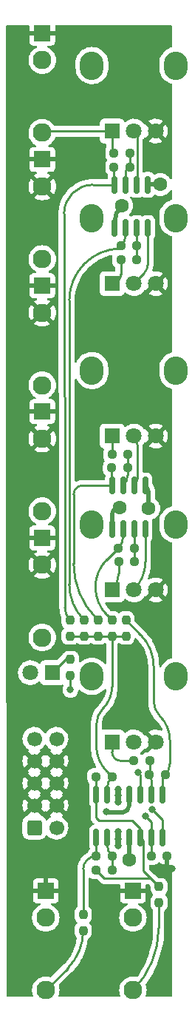
<source format=gbr>
%TF.GenerationSoftware,KiCad,Pcbnew,6.0.11+dfsg-1~bpo11+1*%
%TF.CreationDate,2023-12-01T17:46:12+08:00*%
%TF.ProjectId,MiniAttenuMix v0.3 - Main,4d696e69-4174-4746-956e-754d69782076,v0.3*%
%TF.SameCoordinates,Original*%
%TF.FileFunction,Copper,L2,Bot*%
%TF.FilePolarity,Positive*%
%FSLAX46Y46*%
G04 Gerber Fmt 4.6, Leading zero omitted, Abs format (unit mm)*
G04 Created by KiCad (PCBNEW 6.0.11+dfsg-1~bpo11+1) date 2023-12-01 17:46:12*
%MOMM*%
%LPD*%
G01*
G04 APERTURE LIST*
G04 Aperture macros list*
%AMRoundRect*
0 Rectangle with rounded corners*
0 $1 Rounding radius*
0 $2 $3 $4 $5 $6 $7 $8 $9 X,Y pos of 4 corners*
0 Add a 4 corners polygon primitive as box body*
4,1,4,$2,$3,$4,$5,$6,$7,$8,$9,$2,$3,0*
0 Add four circle primitives for the rounded corners*
1,1,$1+$1,$2,$3*
1,1,$1+$1,$4,$5*
1,1,$1+$1,$6,$7*
1,1,$1+$1,$8,$9*
0 Add four rect primitives between the rounded corners*
20,1,$1+$1,$2,$3,$4,$5,0*
20,1,$1+$1,$4,$5,$6,$7,0*
20,1,$1+$1,$6,$7,$8,$9,0*
20,1,$1+$1,$8,$9,$2,$3,0*%
G04 Aperture macros list end*
%TA.AperFunction,ComponentPad*%
%ADD10O,2.720000X3.240000*%
%TD*%
%TA.AperFunction,ComponentPad*%
%ADD11R,1.800000X1.800000*%
%TD*%
%TA.AperFunction,ComponentPad*%
%ADD12C,1.800000*%
%TD*%
%TA.AperFunction,ComponentPad*%
%ADD13R,1.930000X1.830000*%
%TD*%
%TA.AperFunction,ComponentPad*%
%ADD14C,2.130000*%
%TD*%
%TA.AperFunction,SMDPad,CuDef*%
%ADD15RoundRect,0.237500X0.250000X0.237500X-0.250000X0.237500X-0.250000X-0.237500X0.250000X-0.237500X0*%
%TD*%
%TA.AperFunction,SMDPad,CuDef*%
%ADD16RoundRect,0.150000X-0.150000X0.825000X-0.150000X-0.825000X0.150000X-0.825000X0.150000X0.825000X0*%
%TD*%
%TA.AperFunction,SMDPad,CuDef*%
%ADD17RoundRect,0.237500X-0.250000X-0.237500X0.250000X-0.237500X0.250000X0.237500X-0.250000X0.237500X0*%
%TD*%
%TA.AperFunction,SMDPad,CuDef*%
%ADD18RoundRect,0.237500X-0.237500X0.250000X-0.237500X-0.250000X0.237500X-0.250000X0.237500X0.250000X0*%
%TD*%
%TA.AperFunction,ComponentPad*%
%ADD19RoundRect,0.250000X-0.600000X-0.600000X0.600000X-0.600000X0.600000X0.600000X-0.600000X0.600000X0*%
%TD*%
%TA.AperFunction,ComponentPad*%
%ADD20C,1.700000*%
%TD*%
%TA.AperFunction,SMDPad,CuDef*%
%ADD21RoundRect,0.237500X0.237500X-0.250000X0.237500X0.250000X-0.237500X0.250000X-0.237500X-0.250000X0*%
%TD*%
%TA.AperFunction,ViaPad*%
%ADD22C,1.600000*%
%TD*%
%TA.AperFunction,ViaPad*%
%ADD23C,0.800000*%
%TD*%
%TA.AperFunction,Conductor*%
%ADD24C,0.500000*%
%TD*%
%TA.AperFunction,Conductor*%
%ADD25C,0.250000*%
%TD*%
G04 APERTURE END LIST*
D10*
%TO.P,RV4,*%
%TO.N,*%
X159900000Y-95625000D03*
X150300000Y-95625000D03*
D11*
%TO.P,RV4,1,1*%
%TO.N,Net-(IN4-PadT)*%
X152600000Y-103125000D03*
D12*
%TO.P,RV4,2,2*%
%TO.N,Net-(RV4-Pad2)*%
X155100000Y-103125000D03*
%TO.P,RV4,3,3*%
%TO.N,GND*%
X157600000Y-103125000D03*
%TD*%
D13*
%TO.P,OUT_INV1,S*%
%TO.N,GND*%
X155000000Y-137550000D03*
D14*
%TO.P,OUT_INV1,T*%
%TO.N,Net-(OUT_INV1-PadT)*%
X155000000Y-148950000D03*
%TO.P,OUT_INV1,TN*%
%TO.N,unconnected-(OUT_INV1-PadTN)*%
X155000000Y-140650000D03*
%TD*%
D11*
%TO.P,D1,1,KA*%
%TO.N,Net-(D1-Pad1)*%
X145775000Y-112600000D03*
D12*
%TO.P,D1,2,AK*%
%TO.N,Net-(D1-Pad2)*%
X143235000Y-112600000D03*
%TD*%
D13*
%TO.P,IN2,S*%
%TO.N,GND*%
X144600000Y-53870000D03*
D14*
%TO.P,IN2,T*%
%TO.N,Net-(IN2-PadT)*%
X144600000Y-65270000D03*
%TO.P,IN2,TN*%
%TO.N,GND*%
X144600000Y-56970000D03*
%TD*%
D10*
%TO.P,RV1,*%
%TO.N,*%
X159900000Y-43125000D03*
X150300000Y-43125000D03*
D11*
%TO.P,RV1,1,1*%
%TO.N,Net-(IN1-PadT)*%
X152600000Y-50625000D03*
D12*
%TO.P,RV1,2,2*%
%TO.N,Net-(RV1-Pad2)*%
X155100000Y-50625000D03*
%TO.P,RV1,3,3*%
%TO.N,GND*%
X157600000Y-50625000D03*
%TD*%
D10*
%TO.P,RV3,*%
%TO.N,*%
X159900000Y-78025000D03*
X150300000Y-78025000D03*
D11*
%TO.P,RV3,1,1*%
%TO.N,Net-(IN3-PadT)*%
X152600000Y-85525000D03*
D12*
%TO.P,RV3,2,2*%
%TO.N,Net-(RV3-Pad2)*%
X155100000Y-85525000D03*
%TO.P,RV3,3,3*%
%TO.N,GND*%
X157600000Y-85525000D03*
%TD*%
D10*
%TO.P,RV2,*%
%TO.N,*%
X159900000Y-60572800D03*
X150300000Y-60572800D03*
D11*
%TO.P,RV2,1,1*%
%TO.N,Net-(IN2-PadT)*%
X152600000Y-68072800D03*
D12*
%TO.P,RV2,2,2*%
%TO.N,Net-(RV2-Pad2)*%
X155100000Y-68072800D03*
%TO.P,RV2,3,3*%
%TO.N,GND*%
X157600000Y-68072800D03*
%TD*%
D13*
%TO.P,OUT1,S*%
%TO.N,GND*%
X145000000Y-137550000D03*
D14*
%TO.P,OUT1,T*%
%TO.N,Net-(OUT1-PadT)*%
X145000000Y-148950000D03*
%TO.P,OUT1,TN*%
%TO.N,unconnected-(OUT1-PadTN)*%
X145000000Y-140650000D03*
%TD*%
D13*
%TO.P,IN3,S*%
%TO.N,GND*%
X144600000Y-68300000D03*
D14*
%TO.P,IN3,T*%
%TO.N,Net-(IN3-PadT)*%
X144600000Y-79700000D03*
%TO.P,IN3,TN*%
%TO.N,GND*%
X144600000Y-71400000D03*
%TD*%
D13*
%TO.P,IN4,S*%
%TO.N,GND*%
X144600000Y-82720000D03*
D14*
%TO.P,IN4,T*%
%TO.N,Net-(IN4-PadT)*%
X144600000Y-94120000D03*
%TO.P,IN4,TN*%
%TO.N,GND*%
X144600000Y-85820000D03*
%TD*%
D13*
%TO.P,IN1,S*%
%TO.N,GND*%
X144600000Y-39420000D03*
D14*
%TO.P,IN1,T*%
%TO.N,Net-(IN1-PadT)*%
X144600000Y-50820000D03*
%TO.P,IN1,TN*%
%TO.N,POS_12V*%
X144600000Y-42520000D03*
%TD*%
D10*
%TO.P,RV5,*%
%TO.N,*%
X159900000Y-113025000D03*
X150300000Y-113025000D03*
D11*
%TO.P,RV5,1,1*%
%TO.N,Net-(IN5-PadT)*%
X152600000Y-120525000D03*
D12*
%TO.P,RV5,2,2*%
%TO.N,Net-(RV5-Pad2)*%
X155100000Y-120525000D03*
%TO.P,RV5,3,3*%
%TO.N,GND*%
X157600000Y-120525000D03*
%TD*%
D13*
%TO.P,IN5,S*%
%TO.N,GND*%
X144600000Y-97170000D03*
D14*
%TO.P,IN5,T*%
%TO.N,Net-(IN5-PadT)*%
X144600000Y-108570000D03*
%TO.P,IN5,TN*%
%TO.N,GND*%
X144600000Y-100270000D03*
%TD*%
D15*
%TO.P,R16,1*%
%TO.N,Net-(R11-Pad2)*%
X152602500Y-124500000D03*
%TO.P,R16,2*%
%TO.N,Net-(U3-Pad10)*%
X150777500Y-124500000D03*
%TD*%
D16*
%TO.P,U1,1*%
%TO.N,Net-(R15-Pad1)*%
X152890000Y-56774076D03*
%TO.P,U1,2,-*%
%TO.N,Net-(R1-Pad2)*%
X154160000Y-56774076D03*
%TO.P,U1,3,+*%
%TO.N,Net-(RV1-Pad2)*%
X155430000Y-56774076D03*
%TO.P,U1,4,V-*%
%TO.N,NEG_12V*%
X156700000Y-56774076D03*
%TO.P,U1,5,+*%
%TO.N,Net-(RV2-Pad2)*%
X156700000Y-61724076D03*
%TO.P,U1,6,-*%
%TO.N,Net-(R2-Pad2)*%
X155430000Y-61724076D03*
%TO.P,U1,7*%
%TO.N,Net-(R11-Pad1)*%
X154160000Y-61724076D03*
%TO.P,U1,8,V+*%
%TO.N,POS_12V*%
X152890000Y-61724076D03*
%TD*%
D15*
%TO.P,R18,1*%
%TO.N,Net-(R17-Pad2)*%
X152602500Y-133600000D03*
%TO.P,R18,2*%
%TO.N,Net-(R18-Pad2)*%
X150777500Y-133600000D03*
%TD*%
D17*
%TO.P,R1,1*%
%TO.N,Net-(IN1-PadT)*%
X152832500Y-53149076D03*
%TO.P,R1,2*%
%TO.N,Net-(R1-Pad2)*%
X154657500Y-53149076D03*
%TD*%
D18*
%TO.P,R11,1*%
%TO.N,Net-(R11-Pad1)*%
X149400000Y-106587500D03*
%TO.P,R11,2*%
%TO.N,Net-(R11-Pad2)*%
X149400000Y-108412500D03*
%TD*%
D15*
%TO.P,R9,1*%
%TO.N,Net-(R4-Pad2)*%
X155172400Y-98327600D03*
%TO.P,R9,2*%
%TO.N,Net-(R13-Pad1)*%
X153347400Y-98327600D03*
%TD*%
D17*
%TO.P,R4,1*%
%TO.N,Net-(IN4-PadT)*%
X153372400Y-99902600D03*
%TO.P,R4,2*%
%TO.N,Net-(R4-Pad2)*%
X155197400Y-99902600D03*
%TD*%
D19*
%TO.P,J1,1,Pin_1*%
%TO.N,NEG_12V*%
X143697500Y-130330000D03*
D20*
%TO.P,J1,2,Pin_2*%
X146237500Y-130330000D03*
%TO.P,J1,3,Pin_3*%
%TO.N,GND*%
X143697500Y-127790000D03*
%TO.P,J1,4,Pin_4*%
X146237500Y-127790000D03*
%TO.P,J1,5,Pin_5*%
X143697500Y-125250000D03*
%TO.P,J1,6,Pin_6*%
X146237500Y-125250000D03*
%TO.P,J1,7,Pin_7*%
X143697500Y-122710000D03*
%TO.P,J1,8,Pin_8*%
X146237500Y-122710000D03*
%TO.P,J1,9,Pin_9*%
%TO.N,POS_12V*%
X143697500Y-120170000D03*
%TO.P,J1,10,Pin_10*%
X146237500Y-120170000D03*
%TD*%
D17*
%TO.P,R17,1*%
%TO.N,Net-(U3-Pad10)*%
X150777500Y-135200000D03*
%TO.P,R17,2*%
%TO.N,Net-(R17-Pad2)*%
X152602500Y-135200000D03*
%TD*%
%TO.P,R22,1*%
%TO.N,Net-(D1-Pad2)*%
X157097500Y-133590000D03*
%TO.P,R22,2*%
%TO.N,GND*%
X158922500Y-133590000D03*
%TD*%
D15*
%TO.P,R7,1*%
%TO.N,Net-(R2-Pad2)*%
X155457500Y-63774076D03*
%TO.P,R7,2*%
%TO.N,Net-(R11-Pad1)*%
X153632500Y-63774076D03*
%TD*%
D18*
%TO.P,R13,1*%
%TO.N,Net-(R13-Pad1)*%
X152600000Y-106587500D03*
%TO.P,R13,2*%
%TO.N,Net-(R11-Pad2)*%
X152600000Y-108412500D03*
%TD*%
D17*
%TO.P,R3,1*%
%TO.N,Net-(IN3-PadT)*%
X152587500Y-87652600D03*
%TO.P,R3,2*%
%TO.N,Net-(R3-Pad2)*%
X154412500Y-87652600D03*
%TD*%
%TO.P,R10,1*%
%TO.N,Net-(R10-Pad1)*%
X156877500Y-124300000D03*
%TO.P,R10,2*%
%TO.N,Net-(R10-Pad2)*%
X158702500Y-124300000D03*
%TD*%
D18*
%TO.P,R21,1*%
%TO.N,Net-(R18-Pad2)*%
X149300000Y-140287500D03*
%TO.P,R21,2*%
%TO.N,Net-(OUT1-PadT)*%
X149300000Y-142112500D03*
%TD*%
D15*
%TO.P,R6,1*%
%TO.N,Net-(R1-Pad2)*%
X154657500Y-54749076D03*
%TO.P,R6,2*%
%TO.N,Net-(R15-Pad1)*%
X152832500Y-54749076D03*
%TD*%
D18*
%TO.P,R12,1*%
%TO.N,Net-(R12-Pad1)*%
X151000000Y-106587500D03*
%TO.P,R12,2*%
%TO.N,Net-(R11-Pad2)*%
X151000000Y-108412500D03*
%TD*%
D15*
%TO.P,R8,1*%
%TO.N,Net-(R3-Pad2)*%
X154382400Y-89177600D03*
%TO.P,R8,2*%
%TO.N,Net-(R12-Pad1)*%
X152557400Y-89177600D03*
%TD*%
D18*
%TO.P,R14,1*%
%TO.N,Net-(R10-Pad2)*%
X154200000Y-106587500D03*
%TO.P,R14,2*%
%TO.N,Net-(R11-Pad2)*%
X154200000Y-108412500D03*
%TD*%
D21*
%TO.P,R19,1*%
%TO.N,Net-(R19-Pad1)*%
X147828000Y-112926500D03*
%TO.P,R19,2*%
%TO.N,Net-(D1-Pad1)*%
X147828000Y-111101500D03*
%TD*%
D16*
%TO.P,U2,1*%
%TO.N,Net-(R12-Pad1)*%
X152614900Y-91202600D03*
%TO.P,U2,2,-*%
%TO.N,Net-(R3-Pad2)*%
X153884900Y-91202600D03*
%TO.P,U2,3,+*%
%TO.N,Net-(RV3-Pad2)*%
X155154900Y-91202600D03*
%TO.P,U2,4,V-*%
%TO.N,NEG_12V*%
X156424900Y-91202600D03*
%TO.P,U2,5,+*%
%TO.N,Net-(RV4-Pad2)*%
X156424900Y-96152600D03*
%TO.P,U2,6,-*%
%TO.N,Net-(R4-Pad2)*%
X155154900Y-96152600D03*
%TO.P,U2,7*%
%TO.N,Net-(R13-Pad1)*%
X153884900Y-96152600D03*
%TO.P,U2,8,V+*%
%TO.N,POS_12V*%
X152614900Y-96152600D03*
%TD*%
D18*
%TO.P,R20,1*%
%TO.N,Net-(U3-Pad10)*%
X158000000Y-137087500D03*
%TO.P,R20,2*%
%TO.N,Net-(OUT_INV1-PadT)*%
X158000000Y-138912500D03*
%TD*%
D16*
%TO.P,U3,1*%
%TO.N,Net-(U3-Pad10)*%
X150780000Y-126550000D03*
%TO.P,U3,2,-*%
%TO.N,Net-(R11-Pad2)*%
X152050000Y-126550000D03*
%TO.P,U3,3,+*%
%TO.N,GND*%
X153320000Y-126550000D03*
%TO.P,U3,4,V+*%
%TO.N,POS_12V*%
X154590000Y-126550000D03*
%TO.P,U3,5,+*%
%TO.N,Net-(RV5-Pad2)*%
X155860000Y-126550000D03*
%TO.P,U3,6,-*%
%TO.N,Net-(R10-Pad1)*%
X157130000Y-126550000D03*
%TO.P,U3,7*%
%TO.N,Net-(R10-Pad2)*%
X158400000Y-126550000D03*
%TO.P,U3,8*%
%TO.N,Net-(R19-Pad1)*%
X158400000Y-131500000D03*
%TO.P,U3,9,-*%
%TO.N,Net-(D1-Pad2)*%
X157130000Y-131500000D03*
%TO.P,U3,10,+*%
%TO.N,Net-(U3-Pad10)*%
X155860000Y-131500000D03*
%TO.P,U3,11,V-*%
%TO.N,NEG_12V*%
X154590000Y-131500000D03*
%TO.P,U3,12,+*%
%TO.N,GND*%
X153320000Y-131500000D03*
%TO.P,U3,13,-*%
%TO.N,Net-(R17-Pad2)*%
X152050000Y-131500000D03*
%TO.P,U3,14*%
%TO.N,Net-(R18-Pad2)*%
X150780000Y-131500000D03*
%TD*%
D18*
%TO.P,R15,1*%
%TO.N,Net-(R15-Pad1)*%
X147800000Y-106587500D03*
%TO.P,R15,2*%
%TO.N,Net-(R11-Pad2)*%
X147800000Y-108412500D03*
%TD*%
D17*
%TO.P,R2,1*%
%TO.N,Net-(IN2-PadT)*%
X153632500Y-65349076D03*
%TO.P,R2,2*%
%TO.N,Net-(R2-Pad2)*%
X155457500Y-65349076D03*
%TD*%
%TO.P,R5,1*%
%TO.N,Net-(IN5-PadT)*%
X155087500Y-122700000D03*
%TO.P,R5,2*%
%TO.N,Net-(R10-Pad1)*%
X156912500Y-122700000D03*
%TD*%
D22*
%TO.N,POS_12V*%
X153454900Y-93700000D03*
X153700000Y-59150000D03*
D23*
X151983069Y-128515500D03*
%TO.N,GND*%
X153325000Y-125950000D03*
X153300000Y-127375000D03*
D22*
X142625000Y-115725000D03*
D23*
X153290000Y-130800000D03*
D22*
X144525000Y-115700000D03*
D23*
X158496000Y-135000000D03*
X153290000Y-132400000D03*
X157480000Y-135000000D03*
X159512000Y-135000000D03*
X153325000Y-126625000D03*
X153290000Y-131600000D03*
D22*
%TO.N,NEG_12V*%
X154554000Y-133990000D03*
X158147792Y-56747792D03*
X156800000Y-93800000D03*
D23*
%TO.N,Net-(D1-Pad2)*%
X156464000Y-129032000D03*
%TO.N,Net-(RV5-Pad2)*%
X155600000Y-124026000D03*
%TO.N,Net-(R19-Pad1)*%
X157226000Y-128270000D03*
X147828000Y-114554000D03*
%TD*%
D24*
%TO.N,POS_12V*%
X152066136Y-128598567D02*
X151983069Y-128515500D01*
X154590000Y-126550000D02*
X154590000Y-127755000D01*
X152614900Y-94540000D02*
X152614900Y-96152600D01*
X153828084Y-128598567D02*
X152066136Y-128598567D01*
X152890000Y-61105512D02*
X152890000Y-61724076D01*
X153828079Y-128598516D02*
G75*
G03*
X154590000Y-127755000I-88179J845516D01*
G01*
X152890006Y-61105512D02*
G75*
G02*
X153700000Y-59150000I2765494J12D01*
G01*
X152614900Y-94540000D02*
G75*
G02*
X153454900Y-93700000I840000J0D01*
G01*
%TO.N,NEG_12V*%
X154554000Y-131536000D02*
X154590000Y-131500000D01*
X154554000Y-133990000D02*
X154554000Y-131536000D01*
X156800000Y-93800000D02*
X156800000Y-92108171D01*
X158147792Y-56747792D02*
X156726284Y-56747792D01*
X156424892Y-91202608D02*
G75*
G02*
X156800000Y-92108171I-905592J-905592D01*
G01*
X156699976Y-56774076D02*
G75*
G02*
X156725000Y-56749076I25024J-24D01*
G01*
X156699992Y-56774076D02*
G75*
G02*
X156726284Y-56747792I26308J-24D01*
G01*
D25*
%TO.N,Net-(D1-Pad2)*%
X157130000Y-133557500D02*
X157097500Y-133590000D01*
X157130000Y-131500000D02*
X157130000Y-129698000D01*
X157130000Y-131500000D02*
X157130000Y-133557500D01*
X157130000Y-129698000D02*
X156464000Y-129032000D01*
%TO.N,Net-(IN1-PadT)*%
X152600000Y-50625000D02*
X152600000Y-52916576D01*
X145070771Y-50625000D02*
X152600000Y-50625000D01*
X145070771Y-50624989D02*
G75*
G03*
X144600001Y-50820001I29J-665811D01*
G01*
X152832500Y-53149100D02*
G75*
G02*
X152600000Y-52916576I0J232500D01*
G01*
%TO.N,Net-(IN2-PadT)*%
X153632500Y-65349076D02*
X153632500Y-67040300D01*
X152600000Y-68072800D02*
G75*
G03*
X153632500Y-67040300I0J1032500D01*
G01*
%TO.N,Net-(IN3-PadT)*%
X152587500Y-87652600D02*
X152587500Y-85555177D01*
X152600007Y-85525007D02*
G75*
G03*
X152587500Y-85555177I30193J-30193D01*
G01*
%TO.N,Net-(IN4-PadT)*%
X153372400Y-99902600D02*
X153372400Y-101260262D01*
X152600011Y-103125011D02*
G75*
G03*
X153372400Y-101260262I-1864711J1864711D01*
G01*
%TO.N,Net-(OUT1-PadT)*%
X147514555Y-146435444D02*
X145000000Y-148950000D01*
X147514558Y-146435447D02*
G75*
G03*
X149300000Y-142125000I-4310458J4310447D01*
G01*
%TO.N,Net-(OUT_INV1-PadT)*%
X157950000Y-139112500D02*
X157950000Y-141828070D01*
X155000009Y-148950009D02*
G75*
G03*
X157950000Y-141828070I-7121909J7121909D01*
G01*
%TO.N,Net-(R1-Pad2)*%
X154160000Y-55246576D02*
X154160000Y-56774076D01*
X154657500Y-54749076D02*
X154657500Y-53149076D01*
X154159976Y-55246576D02*
G75*
G02*
X154657500Y-54749076I497524J-24D01*
G01*
%TO.N,Net-(R2-Pad2)*%
X155457500Y-65349076D02*
X155457500Y-61790466D01*
X155429985Y-61724091D02*
G75*
G02*
X155457500Y-61790466I-66385J-66409D01*
G01*
%TO.N,Net-(R3-Pad2)*%
X154412500Y-87652600D02*
X154412500Y-89104933D01*
X154382400Y-89177600D02*
X154382400Y-90001529D01*
X154382391Y-89177591D02*
G75*
G03*
X154412500Y-89104933I-72691J72691D01*
G01*
X153884892Y-91202592D02*
G75*
G03*
X154382400Y-90001529I-1201092J1201092D01*
G01*
%TO.N,Net-(R4-Pad2)*%
X155154900Y-96152600D02*
X155154900Y-99799996D01*
X155197399Y-99902601D02*
G75*
G02*
X155154900Y-99799996I102601J102601D01*
G01*
%TO.N,Net-(R12-Pad1)*%
X151000000Y-106500000D02*
X151000000Y-106587500D01*
X148200000Y-92200000D02*
X148200000Y-100114700D01*
X152557400Y-89177600D02*
X152557400Y-91063783D01*
X152614900Y-91202600D02*
X149197400Y-91202600D01*
X150797063Y-106384563D02*
X151000000Y-106587500D01*
X150797068Y-106384558D02*
G75*
G02*
X148200000Y-100114700I6269832J6269858D01*
G01*
X148200000Y-92200000D02*
G75*
G02*
X149197400Y-91202600I997400J0D01*
G01*
X152614895Y-91202605D02*
G75*
G02*
X152557400Y-91063783I138805J138805D01*
G01*
%TO.N,Net-(U3-Pad10)*%
X156210000Y-135297500D02*
X158000000Y-137087500D01*
X151721500Y-136144000D02*
X157056500Y-136144000D01*
X155860000Y-130460000D02*
X155860000Y-131500000D01*
X150777500Y-124500000D02*
X150777500Y-126543965D01*
X156210000Y-131850000D02*
X156210000Y-135297500D01*
X151130000Y-129540000D02*
X154940000Y-129540000D01*
X150780000Y-126550000D02*
X150780000Y-129190000D01*
X157056500Y-136144000D02*
X158000000Y-137087500D01*
X150780000Y-129190000D02*
X151130000Y-129540000D01*
X154940000Y-129540000D02*
X155860000Y-130460000D01*
X150777500Y-135200000D02*
X151721500Y-136144000D01*
X155860000Y-131500000D02*
X156210000Y-131850000D01*
X150777500Y-135200000D02*
G75*
G02*
X150900000Y-135322500I0J-122500D01*
G01*
X150779990Y-126550010D02*
G75*
G02*
X150777500Y-126543965I6010J6010D01*
G01*
%TO.N,Net-(RV1-Pad2)*%
X155100000Y-50625000D02*
X155470000Y-50995000D01*
X155470000Y-50995000D02*
X155470000Y-56734076D01*
X155430000Y-56774100D02*
G75*
G03*
X155470000Y-56734076I0J40000D01*
G01*
%TO.N,Net-(RV2-Pad2)*%
X156700000Y-61724076D02*
X156700000Y-65900000D01*
X156294969Y-66877831D02*
X155100000Y-68072800D01*
X156294977Y-66877839D02*
G75*
G03*
X156700000Y-65900000I-977877J977839D01*
G01*
%TO.N,Net-(RV3-Pad2)*%
X155500000Y-86490685D02*
X155500000Y-90369455D01*
X155500006Y-86490685D02*
G75*
G03*
X155100000Y-85525000I-1365706J-15D01*
G01*
X155154913Y-91202613D02*
G75*
G03*
X155500000Y-90369455I-833113J833113D01*
G01*
%TO.N,Net-(RV4-Pad2)*%
X156424900Y-96152600D02*
X156424900Y-99926409D01*
X155099998Y-103124998D02*
G75*
G03*
X156424900Y-99926409I-3198598J3198598D01*
G01*
%TO.N,Net-(IN5-PadT)*%
X152600000Y-120525000D02*
X152600000Y-121675000D01*
X153625000Y-122700000D02*
X155087500Y-122700000D01*
X153625000Y-122700000D02*
G75*
G02*
X152600000Y-121675000I0J1025000D01*
G01*
%TO.N,Net-(R15-Pad1)*%
X147200000Y-101700000D02*
X147200000Y-105138972D01*
X152832500Y-54749076D02*
X152832500Y-56716576D01*
X147100000Y-60064084D02*
X147200000Y-101700000D01*
X152890000Y-56774076D02*
X150390008Y-56774076D01*
X152890000Y-56774100D02*
G75*
G02*
X152832500Y-56716576I0J57500D01*
G01*
X147799992Y-106587508D02*
G75*
G02*
X147200000Y-105138972I1448508J1448508D01*
G01*
X150390000Y-56774075D02*
G75*
G02*
X150390008Y-56774076I0J-25D01*
G01*
X147099984Y-60064084D02*
G75*
G02*
X150390000Y-56774084I3290016J-16D01*
G01*
%TO.N,Net-(R11-Pad1)*%
X147700000Y-69998581D02*
X147700000Y-102483301D01*
X153632500Y-63774076D02*
X153629194Y-64069387D01*
X154160000Y-61724076D02*
X154160000Y-62500579D01*
X149400011Y-106587489D02*
G75*
G02*
X147700000Y-102483301I4104189J4104189D01*
G01*
X153632511Y-63774087D02*
G75*
G03*
X154160000Y-62500579I-1273511J1273487D01*
G01*
X147699987Y-69998581D02*
G75*
G02*
X153629194Y-64069387I5929213J-19D01*
G01*
%TO.N,Net-(R13-Pad1)*%
X153884900Y-96152600D02*
X153884900Y-97029961D01*
X152600000Y-106587500D02*
X152034665Y-106022165D01*
X151990470Y-99684530D02*
X153347400Y-98327600D01*
X151990478Y-99684538D02*
G75*
G03*
X150700000Y-102800000I3115422J-3115462D01*
G01*
X153347412Y-98327612D02*
G75*
G03*
X153884900Y-97029961I-1297612J1297612D01*
G01*
X150699992Y-102800000D02*
G75*
G03*
X152034665Y-106022165I4556808J0D01*
G01*
%TO.N,Net-(R11-Pad2)*%
X147800000Y-108412500D02*
X154200000Y-108412500D01*
X152050000Y-125833852D02*
X152050000Y-126550000D01*
X152035669Y-123933169D02*
X152602500Y-124500000D01*
X150800000Y-118571015D02*
X150800000Y-120950000D01*
X152600000Y-108412500D02*
X152600000Y-114225432D01*
X152049952Y-125833852D02*
G75*
G02*
X152602501Y-124500001I1886348J-48D01*
G01*
X151574991Y-116699991D02*
G75*
G03*
X152600000Y-114225432I-2474591J2474591D01*
G01*
X150800007Y-118571015D02*
G75*
G02*
X151575000Y-116700000I2645993J15D01*
G01*
X152035677Y-123933161D02*
G75*
G02*
X150800000Y-120950000I2983123J2983161D01*
G01*
%TO.N,Net-(R17-Pad2)*%
X152602500Y-135200000D02*
X152602500Y-133600000D01*
X152050000Y-131500000D02*
X152050000Y-132266148D01*
X152602514Y-133599986D02*
G75*
G02*
X152050000Y-132266148I1333886J1333886D01*
G01*
%TO.N,Net-(R18-Pad2)*%
X149300000Y-140287500D02*
X149300000Y-135077500D01*
X150780000Y-131500000D02*
X150780000Y-133593965D01*
X150777510Y-133600010D02*
G75*
G03*
X150780000Y-133593965I-6010J6010D01*
G01*
X150777500Y-133600000D02*
G75*
G03*
X149300000Y-135077500I0J-1477500D01*
G01*
%TO.N,Net-(R10-Pad1)*%
X156912500Y-122700000D02*
X156912500Y-124265000D01*
X157130000Y-124909588D02*
X157130000Y-126550000D01*
X157130004Y-124909588D02*
G75*
G03*
X156877500Y-124300000I-862104J-12D01*
G01*
X156877500Y-124300000D02*
G75*
G03*
X156912500Y-124265000I0J35000D01*
G01*
%TO.N,Net-(R10-Pad2)*%
X159225000Y-120290990D02*
X159225000Y-123038574D01*
X157375000Y-111872871D02*
X157375000Y-115824696D01*
X158400000Y-125030299D02*
X158400000Y-126550000D01*
X154200000Y-106587500D02*
X155882743Y-108270243D01*
X158099999Y-117575001D02*
G75*
G02*
X157375000Y-115824696I1750301J1750301D01*
G01*
X159225004Y-120290990D02*
G75*
G03*
X158100000Y-117575000I-3841004J-10D01*
G01*
X158702508Y-124300008D02*
G75*
G03*
X159225000Y-123038574I-1261408J1261408D01*
G01*
X158400000Y-125030299D02*
G75*
G02*
X158702500Y-124300000I1032800J-1D01*
G01*
X157375016Y-111872871D02*
G75*
G03*
X155882743Y-108270243I-5094916J-29D01*
G01*
%TO.N,Net-(RV5-Pad2)*%
X155860000Y-124286000D02*
X155600000Y-124026000D01*
X155860000Y-126550000D02*
X155860000Y-124286000D01*
%TO.N,Net-(D1-Pad1)*%
X147273500Y-111101500D02*
X145775000Y-112600000D01*
X147828000Y-111101500D02*
X147273500Y-111101500D01*
%TO.N,Net-(R19-Pad1)*%
X147828000Y-112926500D02*
X147828000Y-114554000D01*
X158400000Y-131500000D02*
X158400000Y-129444000D01*
X158400000Y-129444000D02*
X157226000Y-128270000D01*
%TD*%
%TA.AperFunction,Conductor*%
%TO.N,GND*%
G36*
X159118621Y-133356002D02*
G01*
X159165114Y-133409658D01*
X159176500Y-133462000D01*
X159176500Y-134554885D01*
X159180975Y-134570124D01*
X159182365Y-134571329D01*
X159190048Y-134573000D01*
X159218766Y-134573000D01*
X159225282Y-134572663D01*
X159319132Y-134562925D01*
X159338903Y-134558655D01*
X159409711Y-134563827D01*
X159466482Y-134606460D01*
X159491192Y-134673018D01*
X159491500Y-134681816D01*
X159491500Y-149565500D01*
X159471498Y-149633621D01*
X159417842Y-149680114D01*
X159365500Y-149691500D01*
X156584577Y-149691500D01*
X156516456Y-149671498D01*
X156469963Y-149617842D01*
X156459859Y-149547568D01*
X156468166Y-149517287D01*
X156501115Y-149437742D01*
X156521501Y-149352830D01*
X156557779Y-149201724D01*
X156557780Y-149201718D01*
X156558934Y-149196911D01*
X156578366Y-148950000D01*
X156558934Y-148703089D01*
X156557780Y-148698282D01*
X156557779Y-148698276D01*
X156502270Y-148467070D01*
X156501115Y-148462258D01*
X156499221Y-148457684D01*
X156451473Y-148342412D01*
X156443884Y-148271822D01*
X156467207Y-148218428D01*
X156611377Y-148026859D01*
X156612445Y-148025440D01*
X156946193Y-147525950D01*
X157251410Y-147008532D01*
X157527134Y-146474815D01*
X157772498Y-145926477D01*
X157833240Y-145767351D01*
X157986099Y-145366900D01*
X157986100Y-145366896D01*
X157986731Y-145365244D01*
X158169158Y-144792881D01*
X158319206Y-144211191D01*
X158436401Y-143622002D01*
X158520376Y-143027169D01*
X158520602Y-143024497D01*
X158570717Y-142430329D01*
X158570866Y-142428563D01*
X158570916Y-142426787D01*
X158587017Y-141852877D01*
X158587330Y-141846854D01*
X158587432Y-141845513D01*
X158588013Y-141841432D01*
X158588153Y-141828068D01*
X158584413Y-141797161D01*
X158583500Y-141782026D01*
X158583500Y-139895905D01*
X158603502Y-139827784D01*
X158643193Y-139788764D01*
X158704031Y-139751116D01*
X158742418Y-139712662D01*
X158821758Y-139633184D01*
X158821762Y-139633179D01*
X158826929Y-139628003D01*
X158857611Y-139578228D01*
X158914369Y-139486150D01*
X158914370Y-139486148D01*
X158918209Y-139479920D01*
X158972974Y-139314809D01*
X158983500Y-139212072D01*
X158983500Y-138612928D01*
X158973494Y-138516490D01*
X158973419Y-138515765D01*
X158973418Y-138515761D01*
X158972707Y-138508907D01*
X158917654Y-138343893D01*
X158826116Y-138195969D01*
X158820934Y-138190796D01*
X158719214Y-138089253D01*
X158685135Y-138026970D01*
X158690138Y-137956150D01*
X158719059Y-137911063D01*
X158821754Y-137808188D01*
X158821758Y-137808183D01*
X158826929Y-137803003D01*
X158830770Y-137796772D01*
X158914369Y-137661150D01*
X158914370Y-137661148D01*
X158918209Y-137654920D01*
X158972974Y-137489809D01*
X158983500Y-137387072D01*
X158983500Y-136787928D01*
X158982908Y-136782220D01*
X158973419Y-136690765D01*
X158973418Y-136690761D01*
X158972707Y-136683907D01*
X158966202Y-136664407D01*
X158919972Y-136525841D01*
X158917654Y-136518893D01*
X158826116Y-136370969D01*
X158721680Y-136266715D01*
X158708184Y-136253242D01*
X158708179Y-136253238D01*
X158703003Y-136248071D01*
X158582311Y-136173675D01*
X158561150Y-136160631D01*
X158561148Y-136160630D01*
X158554920Y-136156791D01*
X158389809Y-136102026D01*
X158382973Y-136101326D01*
X158382970Y-136101325D01*
X158331474Y-136096049D01*
X158287072Y-136091500D01*
X157952095Y-136091500D01*
X157883974Y-136071498D01*
X157863000Y-136054595D01*
X157560152Y-135751747D01*
X157552612Y-135743461D01*
X157548500Y-135736982D01*
X157498848Y-135690356D01*
X157496007Y-135687602D01*
X156880405Y-135072000D01*
X156846379Y-135009688D01*
X156843500Y-134982905D01*
X156843500Y-134699500D01*
X156863502Y-134631379D01*
X156917158Y-134584886D01*
X156969500Y-134573500D01*
X157397072Y-134573500D01*
X157400318Y-134573163D01*
X157400322Y-134573163D01*
X157494235Y-134563419D01*
X157494239Y-134563418D01*
X157501093Y-134562707D01*
X157507629Y-134560526D01*
X157507631Y-134560526D01*
X157659159Y-134509972D01*
X157666107Y-134507654D01*
X157814031Y-134416116D01*
X157921101Y-134308859D01*
X157983382Y-134274780D01*
X158054202Y-134279783D01*
X158099291Y-134308704D01*
X158202129Y-134411363D01*
X158213540Y-134420375D01*
X158349063Y-134503912D01*
X158362241Y-134510056D01*
X158513766Y-134560315D01*
X158527132Y-134563181D01*
X158619770Y-134572672D01*
X158626185Y-134573000D01*
X158650385Y-134573000D01*
X158665624Y-134568525D01*
X158666829Y-134567135D01*
X158668500Y-134559452D01*
X158668500Y-133462000D01*
X158688502Y-133393879D01*
X158742158Y-133347386D01*
X158794500Y-133336000D01*
X159050500Y-133336000D01*
X159118621Y-133356002D01*
G37*
%TD.AperFunction*%
%TA.AperFunction,Conductor*%
G36*
X143069121Y-38528502D02*
G01*
X143115614Y-38582158D01*
X143127000Y-38634500D01*
X143127000Y-39147885D01*
X143131475Y-39163124D01*
X143132865Y-39164329D01*
X143140548Y-39166000D01*
X146054884Y-39166000D01*
X146070123Y-39161525D01*
X146071328Y-39160135D01*
X146072999Y-39152452D01*
X146072999Y-38634500D01*
X146093001Y-38566379D01*
X146146657Y-38519886D01*
X146198999Y-38508500D01*
X159365500Y-38508500D01*
X159433621Y-38528502D01*
X159480114Y-38582158D01*
X159491500Y-38634500D01*
X159491500Y-40942359D01*
X159471498Y-41010480D01*
X159417842Y-41056973D01*
X159395450Y-41064747D01*
X159324168Y-41082190D01*
X159319933Y-41083905D01*
X159319931Y-41083906D01*
X159077069Y-41182275D01*
X159072840Y-41183988D01*
X158838839Y-41321001D01*
X158627068Y-41490359D01*
X158623947Y-41493700D01*
X158499224Y-41627215D01*
X158441963Y-41688512D01*
X158287402Y-41911312D01*
X158285374Y-41915388D01*
X158285373Y-41915390D01*
X158203252Y-42080460D01*
X158166621Y-42154090D01*
X158082153Y-42411760D01*
X158035765Y-42678925D01*
X158035574Y-42682762D01*
X158031631Y-42761977D01*
X158031500Y-42764600D01*
X158031500Y-43453884D01*
X158031665Y-43456152D01*
X158031665Y-43456164D01*
X158039725Y-43567238D01*
X158046125Y-43655451D01*
X158047109Y-43659906D01*
X158047109Y-43659909D01*
X158086482Y-43838240D01*
X158104585Y-43920237D01*
X158200655Y-44173810D01*
X158332324Y-44410859D01*
X158496833Y-44626417D01*
X158690736Y-44815970D01*
X158909972Y-44975547D01*
X159149947Y-45101804D01*
X159154248Y-45103323D01*
X159154253Y-45103325D01*
X159405634Y-45192096D01*
X159405046Y-45193761D01*
X159459157Y-45227117D01*
X159489859Y-45291132D01*
X159491500Y-45311404D01*
X159491500Y-55985885D01*
X159471498Y-56054006D01*
X159417842Y-56100499D01*
X159347568Y-56110603D01*
X159282988Y-56081109D01*
X159262287Y-56058156D01*
X159157149Y-55908003D01*
X159157147Y-55908000D01*
X159153990Y-55903492D01*
X158992092Y-55741594D01*
X158987584Y-55738437D01*
X158987581Y-55738435D01*
X158904363Y-55680165D01*
X158804541Y-55610269D01*
X158799559Y-55607946D01*
X158799554Y-55607943D01*
X158602017Y-55515831D01*
X158602016Y-55515831D01*
X158597035Y-55513508D01*
X158591727Y-55512086D01*
X158591725Y-55512085D01*
X158381194Y-55455673D01*
X158381192Y-55455673D01*
X158375879Y-55454249D01*
X158147792Y-55434294D01*
X157919705Y-55454249D01*
X157914392Y-55455673D01*
X157914390Y-55455673D01*
X157703859Y-55512085D01*
X157703857Y-55512086D01*
X157698549Y-55513508D01*
X157534394Y-55590054D01*
X157464203Y-55600715D01*
X157399390Y-55571735D01*
X157381587Y-55553087D01*
X157378488Y-55549092D01*
X157374453Y-55542269D01*
X157256807Y-55424623D01*
X157249983Y-55420587D01*
X157249980Y-55420585D01*
X157120427Y-55343968D01*
X157120428Y-55343968D01*
X157113601Y-55339931D01*
X157105990Y-55337720D01*
X157105988Y-55337719D01*
X157051548Y-55321903D01*
X156953831Y-55293514D01*
X156947426Y-55293010D01*
X156947421Y-55293009D01*
X156918958Y-55290769D01*
X156918950Y-55290769D01*
X156916502Y-55290576D01*
X156483498Y-55290576D01*
X156481050Y-55290769D01*
X156481042Y-55290769D01*
X156452579Y-55293009D01*
X156452574Y-55293010D01*
X156446169Y-55293514D01*
X156361207Y-55318197D01*
X156294015Y-55337718D01*
X156294012Y-55337719D01*
X156286399Y-55339931D01*
X156279570Y-55343970D01*
X156279544Y-55343981D01*
X156209082Y-55352680D01*
X156145103Y-55321903D01*
X156107919Y-55261423D01*
X156103500Y-55228345D01*
X156103500Y-51786406D01*
X156803423Y-51786406D01*
X156808704Y-51793461D01*
X156985080Y-51896527D01*
X156994363Y-51900974D01*
X157201003Y-51979883D01*
X157210901Y-51982759D01*
X157427653Y-52026857D01*
X157437883Y-52028076D01*
X157658914Y-52036182D01*
X157669223Y-52035714D01*
X157888623Y-52007608D01*
X157898688Y-52005468D01*
X158110557Y-51941905D01*
X158120152Y-51938144D01*
X158318778Y-51840838D01*
X158327636Y-51835559D01*
X158385097Y-51794572D01*
X158393497Y-51783874D01*
X158386510Y-51770721D01*
X157612811Y-50997021D01*
X157598868Y-50989408D01*
X157597034Y-50989539D01*
X157590420Y-50993790D01*
X156810180Y-51774031D01*
X156803423Y-51786406D01*
X156103500Y-51786406D01*
X156103500Y-51665874D01*
X156123502Y-51597753D01*
X156140556Y-51576628D01*
X156176303Y-51541005D01*
X156250714Y-51437451D01*
X156306709Y-51393803D01*
X156377412Y-51387357D01*
X156437572Y-51417543D01*
X156440555Y-51420242D01*
X156449330Y-51416459D01*
X157227979Y-50637811D01*
X157234356Y-50626132D01*
X157964408Y-50626132D01*
X157964539Y-50627966D01*
X157968790Y-50634580D01*
X158746307Y-51412096D01*
X158758313Y-51418652D01*
X158770052Y-51409684D01*
X158808010Y-51356859D01*
X158813321Y-51348020D01*
X158911318Y-51149737D01*
X158915117Y-51140142D01*
X158979415Y-50928517D01*
X158981594Y-50918436D01*
X159010702Y-50697338D01*
X159011221Y-50690663D01*
X159012744Y-50628364D01*
X159012550Y-50621646D01*
X158994279Y-50399400D01*
X158992596Y-50389238D01*
X158938710Y-50174708D01*
X158935389Y-50164953D01*
X158847193Y-49962118D01*
X158842315Y-49953020D01*
X158769224Y-49840038D01*
X158758538Y-49830835D01*
X158748973Y-49835238D01*
X157972021Y-50612189D01*
X157964408Y-50626132D01*
X157234356Y-50626132D01*
X157235592Y-50623868D01*
X157235461Y-50622034D01*
X157231210Y-50615420D01*
X156453862Y-49838073D01*
X156442331Y-49831776D01*
X156432877Y-49839183D01*
X156366918Y-49865450D01*
X156297229Y-49851887D01*
X156249377Y-49808440D01*
X156222571Y-49767004D01*
X156219764Y-49762665D01*
X156063887Y-49591358D01*
X156059836Y-49588159D01*
X156059832Y-49588155D01*
X155904790Y-49465711D01*
X156805508Y-49465711D01*
X156812251Y-49478040D01*
X157587189Y-50252979D01*
X157601132Y-50260592D01*
X157602966Y-50260461D01*
X157609580Y-50256210D01*
X158388994Y-49476795D01*
X158396011Y-49463944D01*
X158388237Y-49453274D01*
X158385902Y-49451430D01*
X158377320Y-49445729D01*
X158183678Y-49338833D01*
X158174272Y-49334606D01*
X157965772Y-49260772D01*
X157955809Y-49258140D01*
X157738047Y-49219350D01*
X157727796Y-49218381D01*
X157506616Y-49215679D01*
X157496332Y-49216399D01*
X157277693Y-49249855D01*
X157267666Y-49252244D01*
X157057426Y-49320961D01*
X157047916Y-49324958D01*
X156851725Y-49427089D01*
X156843007Y-49432578D01*
X156813961Y-49454386D01*
X156805508Y-49465711D01*
X155904790Y-49465711D01*
X155886177Y-49451011D01*
X155886172Y-49451008D01*
X155882123Y-49447810D01*
X155877607Y-49445317D01*
X155877604Y-49445315D01*
X155683879Y-49338373D01*
X155683875Y-49338371D01*
X155679355Y-49335876D01*
X155674486Y-49334152D01*
X155674482Y-49334150D01*
X155465903Y-49260288D01*
X155465899Y-49260287D01*
X155461028Y-49258562D01*
X155455935Y-49257655D01*
X155455932Y-49257654D01*
X155238095Y-49218851D01*
X155238089Y-49218850D01*
X155233006Y-49217945D01*
X155160096Y-49217054D01*
X155006581Y-49215179D01*
X155006579Y-49215179D01*
X155001411Y-49215116D01*
X154772464Y-49250150D01*
X154552314Y-49322106D01*
X154547726Y-49324494D01*
X154547722Y-49324496D01*
X154351461Y-49426663D01*
X154346872Y-49429052D01*
X154342739Y-49432155D01*
X154342736Y-49432157D01*
X154161655Y-49568117D01*
X154160976Y-49567213D01*
X154101730Y-49595131D01*
X154031341Y-49585869D01*
X153977132Y-49540022D01*
X153964325Y-49514866D01*
X153953768Y-49486705D01*
X153953767Y-49486703D01*
X153950615Y-49478295D01*
X153863261Y-49361739D01*
X153746705Y-49274385D01*
X153610316Y-49223255D01*
X153548134Y-49216500D01*
X151651866Y-49216500D01*
X151589684Y-49223255D01*
X151453295Y-49274385D01*
X151336739Y-49361739D01*
X151249385Y-49478295D01*
X151198255Y-49614684D01*
X151191500Y-49676866D01*
X151191500Y-49865500D01*
X151171498Y-49933621D01*
X151117842Y-49980114D01*
X151065500Y-49991500D01*
X146008303Y-49991500D01*
X145940182Y-49971498D01*
X145900870Y-49931334D01*
X145879511Y-49896479D01*
X145879507Y-49896474D01*
X145876925Y-49892260D01*
X145716073Y-49703927D01*
X145527740Y-49543075D01*
X145316563Y-49413666D01*
X145311993Y-49411773D01*
X145311989Y-49411771D01*
X145092315Y-49320779D01*
X145092313Y-49320778D01*
X145087742Y-49318885D01*
X145002830Y-49298499D01*
X144851724Y-49262221D01*
X144851718Y-49262220D01*
X144846911Y-49261066D01*
X144600000Y-49241634D01*
X144353089Y-49261066D01*
X144348282Y-49262220D01*
X144348276Y-49262221D01*
X144197170Y-49298499D01*
X144112258Y-49318885D01*
X144107687Y-49320778D01*
X144107685Y-49320779D01*
X143888011Y-49411771D01*
X143888007Y-49411773D01*
X143883437Y-49413666D01*
X143672260Y-49543075D01*
X143483927Y-49703927D01*
X143323075Y-49892260D01*
X143193666Y-50103437D01*
X143191773Y-50108007D01*
X143191771Y-50108011D01*
X143130385Y-50256210D01*
X143098885Y-50332258D01*
X143078499Y-50417170D01*
X143042221Y-50568276D01*
X143042220Y-50568282D01*
X143041066Y-50573089D01*
X143021634Y-50820000D01*
X143041066Y-51066911D01*
X143042220Y-51071718D01*
X143042221Y-51071724D01*
X143058647Y-51140142D01*
X143098885Y-51307742D01*
X143100778Y-51312313D01*
X143100779Y-51312315D01*
X143185267Y-51516285D01*
X143193666Y-51536563D01*
X143323075Y-51747740D01*
X143483927Y-51936073D01*
X143672260Y-52096925D01*
X143862603Y-52213567D01*
X143862605Y-52213568D01*
X143910236Y-52266216D01*
X143921843Y-52336257D01*
X143893740Y-52401455D01*
X143834850Y-52441109D01*
X143796770Y-52447001D01*
X143590331Y-52447001D01*
X143583510Y-52447371D01*
X143532648Y-52452895D01*
X143517396Y-52456521D01*
X143396946Y-52501676D01*
X143381351Y-52510214D01*
X143279276Y-52586715D01*
X143266715Y-52599276D01*
X143190214Y-52701351D01*
X143181676Y-52716946D01*
X143136522Y-52837394D01*
X143132895Y-52852649D01*
X143127369Y-52903514D01*
X143127000Y-52910328D01*
X143127000Y-53597885D01*
X143131475Y-53613124D01*
X143132865Y-53614329D01*
X143140548Y-53616000D01*
X146054884Y-53616000D01*
X146070123Y-53611525D01*
X146071328Y-53610135D01*
X146072999Y-53602452D01*
X146072999Y-52910331D01*
X146072629Y-52903510D01*
X146067105Y-52852648D01*
X146063479Y-52837396D01*
X146018324Y-52716946D01*
X146009786Y-52701351D01*
X145933285Y-52599276D01*
X145920724Y-52586715D01*
X145818649Y-52510214D01*
X145803054Y-52501676D01*
X145682606Y-52456522D01*
X145667351Y-52452895D01*
X145616486Y-52447369D01*
X145609672Y-52447000D01*
X145403232Y-52447000D01*
X145335111Y-52426998D01*
X145288618Y-52373342D01*
X145278514Y-52303068D01*
X145308008Y-52238488D01*
X145337397Y-52213567D01*
X145398753Y-52175968D01*
X145527740Y-52096925D01*
X145716073Y-51936073D01*
X145876925Y-51747740D01*
X146006334Y-51536563D01*
X146014734Y-51516285D01*
X146089293Y-51336282D01*
X146133841Y-51281001D01*
X146205702Y-51258500D01*
X151065500Y-51258500D01*
X151133621Y-51278502D01*
X151180114Y-51332158D01*
X151191500Y-51384500D01*
X151191500Y-51573134D01*
X151198255Y-51635316D01*
X151249385Y-51771705D01*
X151336739Y-51888261D01*
X151453295Y-51975615D01*
X151589684Y-52026745D01*
X151651866Y-52033500D01*
X151840500Y-52033500D01*
X151908621Y-52053502D01*
X151955114Y-52107158D01*
X151966500Y-52159500D01*
X151966500Y-52453465D01*
X151947760Y-52519581D01*
X151906378Y-52586715D01*
X151901791Y-52594156D01*
X151847026Y-52759267D01*
X151836500Y-52862004D01*
X151836500Y-53436148D01*
X151847293Y-53540169D01*
X151849474Y-53546705D01*
X151849474Y-53546707D01*
X151868072Y-53602452D01*
X151902346Y-53705183D01*
X151993884Y-53853107D01*
X152000788Y-53859999D01*
X152001589Y-53861463D01*
X152003611Y-53864014D01*
X152003174Y-53864360D01*
X152034866Y-53922280D01*
X152029863Y-53993100D01*
X152000944Y-54038186D01*
X151993071Y-54046073D01*
X151989231Y-54052303D01*
X151989230Y-54052304D01*
X151933870Y-54142115D01*
X151901791Y-54194156D01*
X151847026Y-54359267D01*
X151836500Y-54462004D01*
X151836500Y-55036148D01*
X151847293Y-55140169D01*
X151849474Y-55146705D01*
X151849474Y-55146707D01*
X151893768Y-55279471D01*
X151902346Y-55305183D01*
X151993884Y-55453107D01*
X151999066Y-55458280D01*
X152099853Y-55558891D01*
X152133932Y-55621173D01*
X152127784Y-55684583D01*
X152130855Y-55685475D01*
X152084438Y-55845245D01*
X152081500Y-55882574D01*
X152081500Y-56014576D01*
X152061498Y-56082697D01*
X152007842Y-56129190D01*
X151955500Y-56140576D01*
X150466874Y-56140576D01*
X150456636Y-56139543D01*
X150456587Y-56140143D01*
X150449020Y-56139529D01*
X150441575Y-56138010D01*
X150433983Y-56138310D01*
X150433980Y-56138310D01*
X150433745Y-56138319D01*
X150411024Y-56137161D01*
X150407446Y-56136652D01*
X150407447Y-56136652D01*
X150403364Y-56136071D01*
X150396867Y-56136003D01*
X150394127Y-56135974D01*
X150394123Y-56135974D01*
X150390000Y-56135931D01*
X150385901Y-56136427D01*
X150382539Y-56136612D01*
X150379158Y-56136894D01*
X150195131Y-56145402D01*
X150030491Y-56153014D01*
X150030486Y-56153014D01*
X150027598Y-56153148D01*
X150024737Y-56153547D01*
X150024727Y-56153548D01*
X149757742Y-56190791D01*
X149668288Y-56203269D01*
X149665452Y-56203936D01*
X149317974Y-56285662D01*
X149317968Y-56285664D01*
X149315135Y-56286330D01*
X148971153Y-56401621D01*
X148968488Y-56402797D01*
X148968482Y-56402800D01*
X148798532Y-56477840D01*
X148639275Y-56548158D01*
X148322334Y-56724693D01*
X148023034Y-56929717D01*
X147743928Y-57161483D01*
X147487396Y-57418013D01*
X147471274Y-57437428D01*
X147257480Y-57694889D01*
X147257472Y-57694899D01*
X147255629Y-57697119D01*
X147253990Y-57699512D01*
X147060428Y-57982076D01*
X147050603Y-57996418D01*
X147042207Y-58011492D01*
X146878333Y-58305700D01*
X146874067Y-58313358D01*
X146727528Y-58645235D01*
X146612235Y-58989217D01*
X146529173Y-59342369D01*
X146528771Y-59345254D01*
X146528770Y-59345257D01*
X146492645Y-59604225D01*
X146479050Y-59701679D01*
X146478917Y-59704565D01*
X146478916Y-59704571D01*
X146463633Y-60035109D01*
X146462657Y-60045479D01*
X146462570Y-60046623D01*
X146461987Y-60050717D01*
X146461847Y-60064081D01*
X146463933Y-60081314D01*
X146465698Y-60095902D01*
X146466611Y-60110735D01*
X146564201Y-100743164D01*
X146566500Y-101700574D01*
X146566500Y-105084968D01*
X146565243Y-105102724D01*
X146561987Y-105125599D01*
X146561847Y-105138963D01*
X146562343Y-105143061D01*
X146562426Y-105144568D01*
X146562871Y-105149599D01*
X146563353Y-105158182D01*
X146579161Y-105439731D01*
X146579754Y-105443220D01*
X146616788Y-105661202D01*
X146629617Y-105736716D01*
X146713009Y-106026184D01*
X146714364Y-106029456D01*
X146714365Y-106029458D01*
X146806909Y-106252883D01*
X146816500Y-106301100D01*
X146816500Y-106887072D01*
X146827293Y-106991093D01*
X146829474Y-106997629D01*
X146829474Y-106997631D01*
X146834342Y-107012221D01*
X146882346Y-107156107D01*
X146973884Y-107304031D01*
X146979066Y-107309204D01*
X147080786Y-107410747D01*
X147114865Y-107473030D01*
X147109862Y-107543850D01*
X147080941Y-107588937D01*
X146978246Y-107691812D01*
X146978242Y-107691817D01*
X146973071Y-107696997D01*
X146969231Y-107703227D01*
X146969230Y-107703228D01*
X146888993Y-107833397D01*
X146881791Y-107845080D01*
X146827026Y-108010191D01*
X146816500Y-108112928D01*
X146816500Y-108712072D01*
X146816837Y-108715318D01*
X146816837Y-108715322D01*
X146820785Y-108753366D01*
X146827293Y-108816093D01*
X146882346Y-108981107D01*
X146973884Y-109129031D01*
X146979066Y-109134204D01*
X147091816Y-109246758D01*
X147091821Y-109246762D01*
X147096997Y-109251929D01*
X147103227Y-109255769D01*
X147103228Y-109255770D01*
X147205099Y-109318564D01*
X147245080Y-109343209D01*
X147410191Y-109397974D01*
X147417027Y-109398674D01*
X147417030Y-109398675D01*
X147468526Y-109403951D01*
X147512928Y-109408500D01*
X148087072Y-109408500D01*
X148090318Y-109408163D01*
X148090322Y-109408163D01*
X148184235Y-109398419D01*
X148184239Y-109398418D01*
X148191093Y-109397707D01*
X148197629Y-109395526D01*
X148197631Y-109395526D01*
X148330395Y-109351232D01*
X148356107Y-109342654D01*
X148476627Y-109268074D01*
X148497805Y-109254969D01*
X148497806Y-109254968D01*
X148504031Y-109251116D01*
X148510923Y-109244212D01*
X148512387Y-109243411D01*
X148514938Y-109241389D01*
X148515284Y-109241826D01*
X148573204Y-109210134D01*
X148644024Y-109215137D01*
X148689110Y-109244056D01*
X148691616Y-109246557D01*
X148696997Y-109251929D01*
X148703227Y-109255769D01*
X148703228Y-109255770D01*
X148805099Y-109318564D01*
X148845080Y-109343209D01*
X149010191Y-109397974D01*
X149017027Y-109398674D01*
X149017030Y-109398675D01*
X149068526Y-109403951D01*
X149112928Y-109408500D01*
X149687072Y-109408500D01*
X149690318Y-109408163D01*
X149690322Y-109408163D01*
X149784235Y-109398419D01*
X149784239Y-109398418D01*
X149791093Y-109397707D01*
X149797629Y-109395526D01*
X149797631Y-109395526D01*
X149930395Y-109351232D01*
X149956107Y-109342654D01*
X150076627Y-109268074D01*
X150097805Y-109254969D01*
X150097806Y-109254968D01*
X150104031Y-109251116D01*
X150110923Y-109244212D01*
X150112387Y-109243411D01*
X150114938Y-109241389D01*
X150115284Y-109241826D01*
X150173204Y-109210134D01*
X150244024Y-109215137D01*
X150289110Y-109244056D01*
X150291616Y-109246557D01*
X150296997Y-109251929D01*
X150303227Y-109255769D01*
X150303228Y-109255770D01*
X150405099Y-109318564D01*
X150445080Y-109343209D01*
X150610191Y-109397974D01*
X150617027Y-109398674D01*
X150617030Y-109398675D01*
X150668526Y-109403951D01*
X150712928Y-109408500D01*
X151287072Y-109408500D01*
X151290318Y-109408163D01*
X151290322Y-109408163D01*
X151384235Y-109398419D01*
X151384239Y-109398418D01*
X151391093Y-109397707D01*
X151397629Y-109395526D01*
X151397631Y-109395526D01*
X151530395Y-109351232D01*
X151556107Y-109342654D01*
X151676627Y-109268074D01*
X151697805Y-109254969D01*
X151697806Y-109254968D01*
X151704031Y-109251116D01*
X151710923Y-109244212D01*
X151712387Y-109243411D01*
X151714938Y-109241389D01*
X151715284Y-109241826D01*
X151773204Y-109210134D01*
X151844024Y-109215137D01*
X151889110Y-109244056D01*
X151891616Y-109246557D01*
X151896997Y-109251929D01*
X151903227Y-109255769D01*
X151903228Y-109255770D01*
X151906614Y-109257857D01*
X151908441Y-109259886D01*
X151908973Y-109260307D01*
X151908901Y-109260398D01*
X151954108Y-109310628D01*
X151966500Y-109365118D01*
X151966500Y-111495845D01*
X151946498Y-111563966D01*
X151892842Y-111610459D01*
X151822568Y-111620563D01*
X151757988Y-111591069D01*
X151740337Y-111572287D01*
X151705939Y-111527215D01*
X151705938Y-111527214D01*
X151703167Y-111523583D01*
X151674793Y-111495845D01*
X151578449Y-111401663D01*
X151509264Y-111334030D01*
X151480885Y-111313373D01*
X151293721Y-111177141D01*
X151290028Y-111174453D01*
X151050053Y-111048196D01*
X151045752Y-111046677D01*
X151045747Y-111046675D01*
X150867998Y-110983906D01*
X150794366Y-110957904D01*
X150696347Y-110938585D01*
X150532794Y-110906348D01*
X150532788Y-110906347D01*
X150528322Y-110905467D01*
X150523768Y-110905240D01*
X150523766Y-110905240D01*
X150262064Y-110892211D01*
X150262058Y-110892211D01*
X150257495Y-110891984D01*
X149987559Y-110917738D01*
X149983130Y-110918822D01*
X149983123Y-110918823D01*
X149853069Y-110950648D01*
X149724168Y-110982190D01*
X149719933Y-110983905D01*
X149719931Y-110983906D01*
X149477069Y-111082275D01*
X149472840Y-111083988D01*
X149238839Y-111221001D01*
X149027068Y-111390359D01*
X149023949Y-111393698D01*
X149023112Y-111394473D01*
X148959540Y-111426082D01*
X148888971Y-111418305D01*
X148833809Y-111373609D01*
X148811500Y-111302025D01*
X148811500Y-110801928D01*
X148800707Y-110697907D01*
X148794361Y-110678884D01*
X148747972Y-110539841D01*
X148745654Y-110532893D01*
X148654116Y-110384969D01*
X148610987Y-110341915D01*
X148536184Y-110267242D01*
X148536179Y-110267238D01*
X148531003Y-110262071D01*
X148382920Y-110170791D01*
X148217809Y-110116026D01*
X148210973Y-110115326D01*
X148210970Y-110115325D01*
X148159474Y-110110049D01*
X148115072Y-110105500D01*
X147540928Y-110105500D01*
X147537682Y-110105837D01*
X147537678Y-110105837D01*
X147443765Y-110115581D01*
X147443761Y-110115582D01*
X147436907Y-110116293D01*
X147430371Y-110118474D01*
X147430369Y-110118474D01*
X147402479Y-110127779D01*
X147271893Y-110171346D01*
X147123969Y-110262884D01*
X147118796Y-110268066D01*
X147006242Y-110380816D01*
X147006238Y-110380821D01*
X147001071Y-110385997D01*
X146997231Y-110392227D01*
X146997230Y-110392228D01*
X146914364Y-110526662D01*
X146909791Y-110534080D01*
X146907487Y-110541027D01*
X146901704Y-110558462D01*
X146871206Y-110607890D01*
X146867817Y-110611279D01*
X146852784Y-110624119D01*
X146836393Y-110636028D01*
X146831342Y-110642134D01*
X146808202Y-110670105D01*
X146800212Y-110678884D01*
X146324501Y-111154595D01*
X146262189Y-111188621D01*
X146235406Y-111191500D01*
X144826866Y-111191500D01*
X144764684Y-111198255D01*
X144628295Y-111249385D01*
X144511739Y-111336739D01*
X144424385Y-111453295D01*
X144421233Y-111461704D01*
X144421232Y-111461705D01*
X144400538Y-111516906D01*
X144357897Y-111573671D01*
X144291335Y-111598371D01*
X144221986Y-111583164D01*
X144199167Y-111566666D01*
X144198887Y-111566358D01*
X144149323Y-111527215D01*
X144021177Y-111426011D01*
X144021172Y-111426008D01*
X144017123Y-111422810D01*
X144012607Y-111420317D01*
X144012604Y-111420315D01*
X143818879Y-111313373D01*
X143818875Y-111313371D01*
X143814355Y-111310876D01*
X143809486Y-111309152D01*
X143809482Y-111309150D01*
X143600903Y-111235288D01*
X143600899Y-111235287D01*
X143596028Y-111233562D01*
X143590935Y-111232655D01*
X143590932Y-111232654D01*
X143373095Y-111193851D01*
X143373089Y-111193850D01*
X143368006Y-111192945D01*
X143295096Y-111192054D01*
X143141581Y-111190179D01*
X143141579Y-111190179D01*
X143136411Y-111190116D01*
X142907464Y-111225150D01*
X142687314Y-111297106D01*
X142682726Y-111299494D01*
X142682722Y-111299496D01*
X142486461Y-111401663D01*
X142481872Y-111404052D01*
X142477739Y-111407155D01*
X142477736Y-111407157D01*
X142317834Y-111527215D01*
X142296655Y-111543117D01*
X142136639Y-111710564D01*
X142006119Y-111901899D01*
X141908602Y-112111981D01*
X141846707Y-112335169D01*
X141822095Y-112565469D01*
X141822392Y-112570622D01*
X141822392Y-112570625D01*
X141829628Y-112696116D01*
X141835427Y-112796697D01*
X141836564Y-112801743D01*
X141836565Y-112801749D01*
X141868741Y-112944523D01*
X141886346Y-113022642D01*
X141973484Y-113237237D01*
X142094501Y-113434719D01*
X142246147Y-113609784D01*
X142424349Y-113757730D01*
X142624322Y-113874584D01*
X142840694Y-113957209D01*
X142845760Y-113958240D01*
X142845761Y-113958240D01*
X142898846Y-113969040D01*
X143067656Y-114003385D01*
X143197089Y-114008131D01*
X143293949Y-114011683D01*
X143293953Y-114011683D01*
X143299113Y-114011872D01*
X143304233Y-114011216D01*
X143304235Y-114011216D01*
X143378166Y-114001745D01*
X143528847Y-113982442D01*
X143533795Y-113980957D01*
X143533802Y-113980956D01*
X143745747Y-113917369D01*
X143750690Y-113915886D01*
X143831236Y-113876427D01*
X143954049Y-113816262D01*
X143954052Y-113816260D01*
X143958684Y-113813991D01*
X144147243Y-113679494D01*
X144192309Y-113634585D01*
X144254681Y-113600669D01*
X144325487Y-113605857D01*
X144382249Y-113648503D01*
X144399231Y-113679607D01*
X144421212Y-113738240D01*
X144424385Y-113746705D01*
X144511739Y-113863261D01*
X144628295Y-113950615D01*
X144764684Y-114001745D01*
X144826866Y-114008500D01*
X146723134Y-114008500D01*
X146785316Y-114001745D01*
X146855055Y-113975601D01*
X146925863Y-113970418D01*
X146988232Y-114004339D01*
X147022361Y-114066594D01*
X147017414Y-114137418D01*
X147008405Y-114156582D01*
X146993473Y-114182444D01*
X146934458Y-114364072D01*
X146933768Y-114370633D01*
X146933768Y-114370635D01*
X146923605Y-114467334D01*
X146914496Y-114554000D01*
X146915186Y-114560565D01*
X146931520Y-114715970D01*
X146934458Y-114743928D01*
X146993473Y-114925556D01*
X146996776Y-114931278D01*
X146996777Y-114931279D01*
X147005565Y-114946500D01*
X147088960Y-115090944D01*
X147093378Y-115095851D01*
X147093379Y-115095852D01*
X147212325Y-115227955D01*
X147216747Y-115232866D01*
X147371248Y-115345118D01*
X147377276Y-115347802D01*
X147377278Y-115347803D01*
X147539681Y-115420109D01*
X147545712Y-115422794D01*
X147639112Y-115442647D01*
X147726056Y-115461128D01*
X147726061Y-115461128D01*
X147732513Y-115462500D01*
X147923487Y-115462500D01*
X147929939Y-115461128D01*
X147929944Y-115461128D01*
X148016888Y-115442647D01*
X148110288Y-115422794D01*
X148116319Y-115420109D01*
X148278722Y-115347803D01*
X148278724Y-115347802D01*
X148284752Y-115345118D01*
X148439253Y-115232866D01*
X148443675Y-115227955D01*
X148562621Y-115095852D01*
X148562622Y-115095851D01*
X148567040Y-115090944D01*
X148650435Y-114946500D01*
X148659223Y-114931279D01*
X148659224Y-114931278D01*
X148662527Y-114925556D01*
X148721542Y-114743928D01*
X148724481Y-114715970D01*
X148731391Y-114650219D01*
X148758404Y-114584562D01*
X148816626Y-114543932D01*
X148887571Y-114541229D01*
X148944779Y-114573288D01*
X149090736Y-114715970D01*
X149094428Y-114718657D01*
X149094430Y-114718659D01*
X149184980Y-114784568D01*
X149309972Y-114875547D01*
X149549947Y-115001804D01*
X149554248Y-115003323D01*
X149554253Y-115003325D01*
X149687087Y-115050233D01*
X149805634Y-115092096D01*
X149903653Y-115111415D01*
X150067206Y-115143652D01*
X150067212Y-115143653D01*
X150071678Y-115144533D01*
X150076232Y-115144760D01*
X150076234Y-115144760D01*
X150337936Y-115157789D01*
X150337942Y-115157789D01*
X150342505Y-115158016D01*
X150612441Y-115132262D01*
X150616870Y-115131178D01*
X150616877Y-115131177D01*
X150781292Y-115090944D01*
X150875832Y-115067810D01*
X150908501Y-115054578D01*
X151122931Y-114967725D01*
X151122932Y-114967725D01*
X151127160Y-114966012D01*
X151361161Y-114828999D01*
X151572932Y-114659641D01*
X151721306Y-114500808D01*
X151782424Y-114464682D01*
X151853371Y-114467334D01*
X151911622Y-114507923D01*
X151938681Y-114573560D01*
X151938017Y-114605309D01*
X151916523Y-114750206D01*
X151912334Y-114778442D01*
X151909922Y-114790569D01*
X151844585Y-115051400D01*
X151840995Y-115063233D01*
X151750410Y-115316397D01*
X151745682Y-115327810D01*
X151653034Y-115523697D01*
X151630718Y-115570880D01*
X151624890Y-115581784D01*
X151486646Y-115812429D01*
X151479788Y-115822690D01*
X151466747Y-115840275D01*
X151319610Y-116038665D01*
X151311766Y-116048223D01*
X151157610Y-116218310D01*
X151139896Y-116234459D01*
X151133306Y-116239407D01*
X151128739Y-116243880D01*
X151128508Y-116244057D01*
X151128326Y-116244285D01*
X151123758Y-116248758D01*
X151120484Y-116252933D01*
X151114706Y-116259784D01*
X151084335Y-116293293D01*
X150907859Y-116488004D01*
X150715910Y-116746818D01*
X150714327Y-116749459D01*
X150714321Y-116749468D01*
X150592853Y-116952126D01*
X150550254Y-117023199D01*
X150412486Y-117314487D01*
X150303933Y-117617876D01*
X150303184Y-117620866D01*
X150303181Y-117620876D01*
X150257919Y-117801577D01*
X150225640Y-117930445D01*
X150178361Y-118249182D01*
X150178210Y-118252266D01*
X150178209Y-118252271D01*
X150164137Y-118538740D01*
X150163033Y-118550303D01*
X150161987Y-118557655D01*
X150161847Y-118571019D01*
X150162344Y-118575126D01*
X150165587Y-118601923D01*
X150166500Y-118617061D01*
X150166500Y-120899982D01*
X150165422Y-120916428D01*
X150161882Y-120943317D01*
X150162716Y-120950871D01*
X150162701Y-120952282D01*
X150163005Y-120956356D01*
X150172874Y-121207529D01*
X150177726Y-121331004D01*
X150178015Y-121333449D01*
X150178016Y-121333457D01*
X150194548Y-121473134D01*
X150222543Y-121709659D01*
X150296931Y-122083630D01*
X150358623Y-122302369D01*
X150377605Y-122369673D01*
X150400432Y-122450612D01*
X150532406Y-122808342D01*
X150533436Y-122810577D01*
X150533438Y-122810581D01*
X150665175Y-123096335D01*
X150692042Y-123154614D01*
X150751705Y-123261150D01*
X150789666Y-123328933D01*
X150805500Y-123398142D01*
X150781403Y-123464924D01*
X150725027Y-123508077D01*
X150679732Y-123516500D01*
X150477928Y-123516500D01*
X150474682Y-123516837D01*
X150474678Y-123516837D01*
X150380765Y-123526581D01*
X150380761Y-123526582D01*
X150373907Y-123527293D01*
X150367371Y-123529474D01*
X150367369Y-123529474D01*
X150234605Y-123573768D01*
X150208893Y-123582346D01*
X150060969Y-123673884D01*
X150055796Y-123679066D01*
X149943242Y-123791816D01*
X149943238Y-123791821D01*
X149938071Y-123796997D01*
X149934231Y-123803227D01*
X149934230Y-123803228D01*
X149851364Y-123937662D01*
X149846791Y-123945080D01*
X149792026Y-124110191D01*
X149791326Y-124117027D01*
X149791325Y-124117030D01*
X149789238Y-124137401D01*
X149781500Y-124212928D01*
X149781500Y-124787072D01*
X149781837Y-124790318D01*
X149781837Y-124790322D01*
X149791268Y-124881210D01*
X149792293Y-124891093D01*
X149794474Y-124897629D01*
X149794474Y-124897631D01*
X149830730Y-125006302D01*
X149847346Y-125056107D01*
X149938884Y-125204031D01*
X150016900Y-125281911D01*
X150050979Y-125344192D01*
X150045976Y-125415012D01*
X150036336Y-125435222D01*
X150030733Y-125444697D01*
X150020855Y-125461399D01*
X149974438Y-125621169D01*
X149971500Y-125658498D01*
X149971500Y-127441502D01*
X149974438Y-127478831D01*
X150020855Y-127638601D01*
X150024892Y-127645427D01*
X150101509Y-127774980D01*
X150101511Y-127774983D01*
X150105547Y-127781807D01*
X150111155Y-127787415D01*
X150116011Y-127793675D01*
X150114504Y-127794844D01*
X150143621Y-127848167D01*
X150146500Y-127874950D01*
X150146500Y-129111233D01*
X150145973Y-129122416D01*
X150144298Y-129129909D01*
X150144547Y-129137835D01*
X150144547Y-129137836D01*
X150146438Y-129197986D01*
X150146500Y-129201945D01*
X150146500Y-129229856D01*
X150146997Y-129233790D01*
X150146997Y-129233791D01*
X150147005Y-129233856D01*
X150147938Y-129245693D01*
X150149327Y-129289889D01*
X150154978Y-129309339D01*
X150158987Y-129328700D01*
X150161526Y-129348797D01*
X150164445Y-129356168D01*
X150164445Y-129356170D01*
X150177804Y-129389912D01*
X150181649Y-129401142D01*
X150190627Y-129432044D01*
X150193982Y-129443593D01*
X150198015Y-129450412D01*
X150198017Y-129450417D01*
X150204293Y-129461028D01*
X150212988Y-129478776D01*
X150220448Y-129497617D01*
X150225110Y-129504033D01*
X150225110Y-129504034D01*
X150246436Y-129533387D01*
X150252952Y-129543307D01*
X150275458Y-129581362D01*
X150281064Y-129586969D01*
X150289780Y-129595685D01*
X150302620Y-129610718D01*
X150314528Y-129627107D01*
X150320635Y-129632159D01*
X150348593Y-129655288D01*
X150357373Y-129663278D01*
X150520701Y-129826606D01*
X150554727Y-129888918D01*
X150549662Y-129959733D01*
X150507115Y-130016569D01*
X150466759Y-130036698D01*
X150374012Y-130063643D01*
X150374010Y-130063644D01*
X150366399Y-130065855D01*
X150359572Y-130069892D01*
X150359573Y-130069892D01*
X150230020Y-130146509D01*
X150230017Y-130146511D01*
X150223193Y-130150547D01*
X150105547Y-130268193D01*
X150101511Y-130275017D01*
X150101509Y-130275020D01*
X150070978Y-130326646D01*
X150020855Y-130411399D01*
X149974438Y-130571169D01*
X149971500Y-130608498D01*
X149971500Y-132391502D01*
X149974438Y-132428831D01*
X150020855Y-132588601D01*
X150054883Y-132646140D01*
X150072342Y-132714955D01*
X150049825Y-132782286D01*
X150035602Y-132799294D01*
X149943246Y-132891812D01*
X149943242Y-132891817D01*
X149938071Y-132896997D01*
X149934231Y-132903227D01*
X149934230Y-132903228D01*
X149884750Y-132983500D01*
X149846791Y-133045080D01*
X149820951Y-133122984D01*
X149808795Y-133159633D01*
X149768364Y-133217993D01*
X149744933Y-133232970D01*
X149723439Y-133243570D01*
X149723435Y-133243573D01*
X149719735Y-133245397D01*
X149489647Y-133399137D01*
X149281594Y-133581594D01*
X149099137Y-133789647D01*
X148945397Y-134019735D01*
X148823005Y-134267922D01*
X148821680Y-134271827D01*
X148821679Y-134271828D01*
X148745594Y-134495969D01*
X148734055Y-134529961D01*
X148733252Y-134534000D01*
X148733250Y-134534006D01*
X148680873Y-134797325D01*
X148680069Y-134801368D01*
X148667461Y-134993726D01*
X148666101Y-134993637D01*
X148666541Y-134997309D01*
X148666500Y-134997470D01*
X148666500Y-135005386D01*
X148666450Y-135005782D01*
X148666230Y-135012511D01*
X148663200Y-135058740D01*
X148663126Y-135059495D01*
X148663147Y-135059548D01*
X148662930Y-135062860D01*
X148661882Y-135070817D01*
X148662212Y-135073807D01*
X148661970Y-135077500D01*
X148662620Y-135077500D01*
X148662935Y-135080354D01*
X148662935Y-135080355D01*
X148665739Y-135105752D01*
X148666500Y-135119578D01*
X148666500Y-139335036D01*
X148646498Y-139403157D01*
X148606804Y-139442179D01*
X148595969Y-139448884D01*
X148590796Y-139454066D01*
X148478242Y-139566816D01*
X148478238Y-139566821D01*
X148473071Y-139571997D01*
X148469231Y-139578227D01*
X148469230Y-139578228D01*
X148386364Y-139712662D01*
X148381791Y-139720080D01*
X148327026Y-139885191D01*
X148316500Y-139987928D01*
X148316500Y-140587072D01*
X148316837Y-140590318D01*
X148316837Y-140590322D01*
X148323541Y-140654930D01*
X148327293Y-140691093D01*
X148382346Y-140856107D01*
X148473884Y-141004031D01*
X148479066Y-141009204D01*
X148580786Y-141110747D01*
X148614865Y-141173030D01*
X148609862Y-141243850D01*
X148580941Y-141288937D01*
X148478246Y-141391812D01*
X148478242Y-141391817D01*
X148473071Y-141396997D01*
X148469231Y-141403227D01*
X148469230Y-141403228D01*
X148386364Y-141537662D01*
X148381791Y-141545080D01*
X148327026Y-141710191D01*
X148316500Y-141812928D01*
X148316500Y-142412072D01*
X148327293Y-142516093D01*
X148382346Y-142681107D01*
X148473884Y-142829031D01*
X148479066Y-142834204D01*
X148555739Y-142910743D01*
X148589818Y-142973025D01*
X148590300Y-143024496D01*
X148589769Y-143027169D01*
X148516539Y-143395320D01*
X148514232Y-143404928D01*
X148472149Y-143554143D01*
X148400497Y-143808202D01*
X148397440Y-143817610D01*
X148252414Y-144210723D01*
X148248629Y-144219861D01*
X148128589Y-144480250D01*
X148073211Y-144600374D01*
X148068719Y-144609189D01*
X147863980Y-144974776D01*
X147858811Y-144983211D01*
X147626030Y-145331595D01*
X147620221Y-145339592D01*
X147598693Y-145366900D01*
X147360812Y-145668651D01*
X147354387Y-145676174D01*
X147095764Y-145955951D01*
X147079945Y-145970383D01*
X147068062Y-145979501D01*
X147063316Y-145985425D01*
X147063313Y-145985428D01*
X147046078Y-146006942D01*
X147036838Y-146017257D01*
X145630337Y-147423758D01*
X145568025Y-147457784D01*
X145497303Y-147451457D01*
X145497026Y-147452309D01*
X145493302Y-147451099D01*
X145493033Y-147451075D01*
X145492323Y-147450781D01*
X145492306Y-147450775D01*
X145487742Y-147448885D01*
X145358515Y-147417860D01*
X145251724Y-147392221D01*
X145251718Y-147392220D01*
X145246911Y-147391066D01*
X145000000Y-147371634D01*
X144753089Y-147391066D01*
X144748282Y-147392220D01*
X144748276Y-147392221D01*
X144621367Y-147422690D01*
X144512258Y-147448885D01*
X144507687Y-147450778D01*
X144507685Y-147450779D01*
X144288011Y-147541771D01*
X144288007Y-147541773D01*
X144283437Y-147543666D01*
X144072260Y-147673075D01*
X143883927Y-147833927D01*
X143723075Y-148022260D01*
X143593666Y-148233437D01*
X143591773Y-148238007D01*
X143591771Y-148238011D01*
X143500779Y-148457685D01*
X143498885Y-148462258D01*
X143497730Y-148467070D01*
X143442221Y-148698276D01*
X143442220Y-148698282D01*
X143441066Y-148703089D01*
X143421634Y-148950000D01*
X143441066Y-149196911D01*
X143442220Y-149201718D01*
X143442221Y-149201724D01*
X143478499Y-149352830D01*
X143498885Y-149437742D01*
X143531832Y-149517284D01*
X143539421Y-149587871D01*
X143507642Y-149651358D01*
X143446584Y-149687586D01*
X143415423Y-149691500D01*
X140633935Y-149691500D01*
X140565814Y-149671498D01*
X140519321Y-149617842D01*
X140507935Y-149565612D01*
X140499989Y-140650000D01*
X143421634Y-140650000D01*
X143441066Y-140896911D01*
X143442220Y-140901718D01*
X143442221Y-140901724D01*
X143468025Y-141009204D01*
X143498885Y-141137742D01*
X143500778Y-141142313D01*
X143500779Y-141142315D01*
X143535845Y-141226970D01*
X143593666Y-141366563D01*
X143723075Y-141577740D01*
X143883927Y-141766073D01*
X143887683Y-141769281D01*
X143907624Y-141786312D01*
X144072260Y-141926925D01*
X144283437Y-142056334D01*
X144288007Y-142058227D01*
X144288011Y-142058229D01*
X144507685Y-142149221D01*
X144512258Y-142151115D01*
X144597170Y-142171501D01*
X144748276Y-142207779D01*
X144748282Y-142207780D01*
X144753089Y-142208934D01*
X145000000Y-142228366D01*
X145246911Y-142208934D01*
X145251718Y-142207780D01*
X145251724Y-142207779D01*
X145402830Y-142171501D01*
X145487742Y-142151115D01*
X145492315Y-142149221D01*
X145711989Y-142058229D01*
X145711993Y-142058227D01*
X145716563Y-142056334D01*
X145927740Y-141926925D01*
X146092376Y-141786312D01*
X146112317Y-141769281D01*
X146116073Y-141766073D01*
X146276925Y-141577740D01*
X146406334Y-141366563D01*
X146464156Y-141226970D01*
X146499221Y-141142315D01*
X146499222Y-141142313D01*
X146501115Y-141137742D01*
X146531975Y-141009204D01*
X146557779Y-140901724D01*
X146557780Y-140901718D01*
X146558934Y-140896911D01*
X146578366Y-140650000D01*
X146558934Y-140403089D01*
X146557780Y-140398282D01*
X146557779Y-140398276D01*
X146502270Y-140167070D01*
X146501115Y-140162258D01*
X146406334Y-139933437D01*
X146276925Y-139722260D01*
X146116073Y-139533927D01*
X145927740Y-139373075D01*
X145716563Y-139243666D01*
X145648342Y-139215408D01*
X145593062Y-139170859D01*
X145570641Y-139103496D01*
X145588199Y-139034705D01*
X145640162Y-138986326D01*
X145696561Y-138972999D01*
X146009669Y-138972999D01*
X146016490Y-138972629D01*
X146067352Y-138967105D01*
X146082604Y-138963479D01*
X146203054Y-138918324D01*
X146218649Y-138909786D01*
X146320724Y-138833285D01*
X146333285Y-138820724D01*
X146409786Y-138718649D01*
X146418324Y-138703054D01*
X146463478Y-138582606D01*
X146467105Y-138567351D01*
X146472631Y-138516486D01*
X146473000Y-138509672D01*
X146473000Y-137822115D01*
X146468525Y-137806876D01*
X146467135Y-137805671D01*
X146459452Y-137804000D01*
X143545116Y-137804000D01*
X143529877Y-137808475D01*
X143528672Y-137809865D01*
X143527001Y-137817548D01*
X143527001Y-138509669D01*
X143527371Y-138516490D01*
X143532895Y-138567352D01*
X143536521Y-138582604D01*
X143581676Y-138703054D01*
X143590214Y-138718649D01*
X143666715Y-138820724D01*
X143679276Y-138833285D01*
X143781351Y-138909786D01*
X143796946Y-138918324D01*
X143917394Y-138963478D01*
X143932649Y-138967105D01*
X143983514Y-138972631D01*
X143990328Y-138973000D01*
X144303438Y-138973000D01*
X144371559Y-138993002D01*
X144418052Y-139046658D01*
X144428156Y-139116932D01*
X144398662Y-139181512D01*
X144351657Y-139215408D01*
X144323360Y-139227129D01*
X144288011Y-139241771D01*
X144288007Y-139241773D01*
X144283437Y-139243666D01*
X144072260Y-139373075D01*
X143883927Y-139533927D01*
X143723075Y-139722260D01*
X143593666Y-139933437D01*
X143498885Y-140162258D01*
X143497730Y-140167070D01*
X143442221Y-140398276D01*
X143442220Y-140398282D01*
X143441066Y-140403089D01*
X143421634Y-140650000D01*
X140499989Y-140650000D01*
X140496984Y-137277885D01*
X143527000Y-137277885D01*
X143531475Y-137293124D01*
X143532865Y-137294329D01*
X143540548Y-137296000D01*
X144727885Y-137296000D01*
X144743124Y-137291525D01*
X144744329Y-137290135D01*
X144746000Y-137282452D01*
X144746000Y-137277885D01*
X145254000Y-137277885D01*
X145258475Y-137293124D01*
X145259865Y-137294329D01*
X145267548Y-137296000D01*
X146454884Y-137296000D01*
X146470123Y-137291525D01*
X146471328Y-137290135D01*
X146472999Y-137282452D01*
X146472999Y-136590331D01*
X146472629Y-136583510D01*
X146467105Y-136532648D01*
X146463479Y-136517396D01*
X146418324Y-136396946D01*
X146409786Y-136381351D01*
X146333285Y-136279276D01*
X146320724Y-136266715D01*
X146218649Y-136190214D01*
X146203054Y-136181676D01*
X146082606Y-136136522D01*
X146067351Y-136132895D01*
X146016486Y-136127369D01*
X146009672Y-136127000D01*
X145272115Y-136127000D01*
X145256876Y-136131475D01*
X145255671Y-136132865D01*
X145254000Y-136140548D01*
X145254000Y-137277885D01*
X144746000Y-137277885D01*
X144746000Y-136145116D01*
X144741525Y-136129877D01*
X144740135Y-136128672D01*
X144732452Y-136127001D01*
X143990331Y-136127001D01*
X143983510Y-136127371D01*
X143932648Y-136132895D01*
X143917396Y-136136521D01*
X143796946Y-136181676D01*
X143781351Y-136190214D01*
X143679276Y-136266715D01*
X143666715Y-136279276D01*
X143590214Y-136381351D01*
X143581676Y-136396946D01*
X143536522Y-136517394D01*
X143532895Y-136532649D01*
X143527369Y-136583514D01*
X143527000Y-136590328D01*
X143527000Y-137277885D01*
X140496984Y-137277885D01*
X140491371Y-130980400D01*
X142339000Y-130980400D01*
X142339337Y-130983646D01*
X142339337Y-130983650D01*
X142344798Y-131036277D01*
X142349974Y-131086166D01*
X142352155Y-131092702D01*
X142352155Y-131092704D01*
X142396228Y-131224806D01*
X142405950Y-131253946D01*
X142499022Y-131404348D01*
X142624197Y-131529305D01*
X142630427Y-131533145D01*
X142630428Y-131533146D01*
X142767590Y-131617694D01*
X142774762Y-131622115D01*
X142828871Y-131640062D01*
X142936111Y-131675632D01*
X142936113Y-131675632D01*
X142942639Y-131677797D01*
X142949475Y-131678497D01*
X142949478Y-131678498D01*
X142988872Y-131682534D01*
X143047100Y-131688500D01*
X144347900Y-131688500D01*
X144351146Y-131688163D01*
X144351150Y-131688163D01*
X144446808Y-131678238D01*
X144446812Y-131678237D01*
X144453666Y-131677526D01*
X144460202Y-131675345D01*
X144460204Y-131675345D01*
X144592306Y-131631272D01*
X144621446Y-131621550D01*
X144771848Y-131528478D01*
X144896805Y-131403303D01*
X144989615Y-131252738D01*
X144991918Y-131245795D01*
X144994263Y-131240766D01*
X145041180Y-131187481D01*
X145109458Y-131168021D01*
X145177418Y-131188564D01*
X145203694Y-131211520D01*
X145280360Y-131300025D01*
X145283750Y-131303938D01*
X145455626Y-131446632D01*
X145648500Y-131559338D01*
X145857192Y-131639030D01*
X145862260Y-131640061D01*
X145862263Y-131640062D01*
X145969517Y-131661883D01*
X146076097Y-131683567D01*
X146081272Y-131683757D01*
X146081274Y-131683757D01*
X146294173Y-131691564D01*
X146294177Y-131691564D01*
X146299337Y-131691753D01*
X146304457Y-131691097D01*
X146304459Y-131691097D01*
X146515788Y-131664025D01*
X146515789Y-131664025D01*
X146520916Y-131663368D01*
X146525866Y-131661883D01*
X146729929Y-131600661D01*
X146729934Y-131600659D01*
X146734884Y-131599174D01*
X146935494Y-131500896D01*
X147117360Y-131371173D01*
X147275596Y-131213489D01*
X147405953Y-131032077D01*
X147433108Y-130977134D01*
X147502636Y-130836453D01*
X147502637Y-130836451D01*
X147504930Y-130831811D01*
X147569870Y-130618069D01*
X147599029Y-130396590D01*
X147600656Y-130330000D01*
X147582352Y-130107361D01*
X147527931Y-129890702D01*
X147438854Y-129685840D01*
X147327649Y-129513943D01*
X147320322Y-129502617D01*
X147320320Y-129502614D01*
X147317514Y-129498277D01*
X147167170Y-129333051D01*
X147163119Y-129329852D01*
X147163115Y-129329848D01*
X146995914Y-129197800D01*
X146995910Y-129197798D01*
X146991859Y-129194598D01*
X146950069Y-129171529D01*
X146900098Y-129121097D01*
X146885326Y-129051654D01*
X146910442Y-128985248D01*
X146937793Y-128958642D01*
X146986747Y-128923723D01*
X146995148Y-128913023D01*
X146988160Y-128899870D01*
X146250312Y-128162022D01*
X146236368Y-128154408D01*
X146234535Y-128154539D01*
X146227920Y-128158790D01*
X145484237Y-128902473D01*
X145477477Y-128914853D01*
X145482758Y-128921907D01*
X145529469Y-128949203D01*
X145578193Y-129000841D01*
X145591264Y-129070624D01*
X145564533Y-129136396D01*
X145524084Y-129169752D01*
X145511107Y-129176507D01*
X145506974Y-129179610D01*
X145506971Y-129179612D01*
X145339577Y-129305295D01*
X145332465Y-129310635D01*
X145212662Y-129436002D01*
X145198527Y-129450793D01*
X145137003Y-129486223D01*
X145066090Y-129482766D01*
X145008304Y-129441520D01*
X144993333Y-129417194D01*
X144991365Y-129412994D01*
X144989050Y-129406054D01*
X144895978Y-129255652D01*
X144770803Y-129130695D01*
X144764572Y-129126854D01*
X144626468Y-129041725D01*
X144626466Y-129041724D01*
X144620238Y-129037885D01*
X144565089Y-129019593D01*
X144545140Y-129012976D01*
X144486780Y-128972545D01*
X144476229Y-128947146D01*
X144473924Y-128948370D01*
X144448160Y-128899870D01*
X143710312Y-128162022D01*
X143696368Y-128154408D01*
X143694535Y-128154539D01*
X143687920Y-128158790D01*
X142944237Y-128902473D01*
X142921485Y-128944139D01*
X142919277Y-128954287D01*
X142869074Y-129004488D01*
X142848567Y-129013424D01*
X142773554Y-129038450D01*
X142623152Y-129131522D01*
X142617979Y-129136704D01*
X142560186Y-129194598D01*
X142498195Y-129256697D01*
X142494355Y-129262927D01*
X142494354Y-129262928D01*
X142409966Y-129399831D01*
X142405385Y-129407262D01*
X142387552Y-129461028D01*
X142367074Y-129522768D01*
X142349703Y-129575139D01*
X142349003Y-129581975D01*
X142349002Y-129581978D01*
X142347598Y-129595685D01*
X142339000Y-129679600D01*
X142339000Y-130980400D01*
X140491371Y-130980400D01*
X140488502Y-127761863D01*
X142335550Y-127761863D01*
X142347809Y-127974477D01*
X142349245Y-127984697D01*
X142396065Y-128192446D01*
X142399145Y-128202275D01*
X142479270Y-128399603D01*
X142483913Y-128408794D01*
X142563960Y-128539420D01*
X142574416Y-128548880D01*
X142583194Y-128545096D01*
X143325478Y-127802812D01*
X143331856Y-127791132D01*
X144061908Y-127791132D01*
X144062039Y-127792965D01*
X144066290Y-127799580D01*
X144807974Y-128541264D01*
X144819984Y-128547823D01*
X144831723Y-128538855D01*
X144865522Y-128491819D01*
X144866649Y-128492629D01*
X144914159Y-128448881D01*
X144984096Y-128436661D01*
X145049538Y-128464191D01*
X145077370Y-128496029D01*
X145103959Y-128539419D01*
X145114416Y-128548880D01*
X145123194Y-128545096D01*
X145865478Y-127802812D01*
X145871856Y-127791132D01*
X146601908Y-127791132D01*
X146602039Y-127792965D01*
X146606290Y-127799580D01*
X147347974Y-128541264D01*
X147359984Y-128547823D01*
X147371723Y-128538855D01*
X147402504Y-128496019D01*
X147407815Y-128487180D01*
X147502170Y-128296267D01*
X147505969Y-128286672D01*
X147567876Y-128082915D01*
X147570055Y-128072834D01*
X147598090Y-127859887D01*
X147598609Y-127853212D01*
X147600072Y-127793364D01*
X147599878Y-127786646D01*
X147582281Y-127572604D01*
X147580596Y-127562424D01*
X147528714Y-127355875D01*
X147525394Y-127346124D01*
X147440472Y-127150814D01*
X147435605Y-127141739D01*
X147370563Y-127041197D01*
X147359877Y-127031995D01*
X147350312Y-127036398D01*
X146609522Y-127777188D01*
X146601908Y-127791132D01*
X145871856Y-127791132D01*
X145873092Y-127788868D01*
X145872961Y-127787035D01*
X145868710Y-127780420D01*
X145127349Y-127039059D01*
X145115813Y-127032759D01*
X145103528Y-127042384D01*
X145070692Y-127090520D01*
X145015781Y-127135523D01*
X144945256Y-127143694D01*
X144881509Y-127112440D01*
X144860811Y-127087955D01*
X144830562Y-127041197D01*
X144819877Y-127031995D01*
X144810312Y-127036398D01*
X144069522Y-127777188D01*
X144061908Y-127791132D01*
X143331856Y-127791132D01*
X143333092Y-127788868D01*
X143332961Y-127787035D01*
X143328710Y-127780420D01*
X142587349Y-127039059D01*
X142575813Y-127032759D01*
X142563531Y-127042382D01*
X142515589Y-127112662D01*
X142510504Y-127121613D01*
X142420838Y-127314783D01*
X142417275Y-127324470D01*
X142360364Y-127529681D01*
X142358433Y-127539800D01*
X142335802Y-127751574D01*
X142335550Y-127761863D01*
X140488502Y-127761863D01*
X140487266Y-126374853D01*
X142937477Y-126374853D01*
X142942758Y-126381907D01*
X142989979Y-126409501D01*
X143038703Y-126461139D01*
X143051774Y-126530922D01*
X143025043Y-126596694D01*
X142984587Y-126630053D01*
X142975966Y-126634541D01*
X142967234Y-126640039D01*
X142947177Y-126655099D01*
X142938723Y-126666427D01*
X142945468Y-126678758D01*
X143684688Y-127417978D01*
X143698632Y-127425592D01*
X143700465Y-127425461D01*
X143707080Y-127421210D01*
X144450889Y-126677401D01*
X144457910Y-126664544D01*
X144451111Y-126655213D01*
X144447059Y-126652521D01*
X144409616Y-126631852D01*
X144359645Y-126581420D01*
X144344873Y-126511977D01*
X144369989Y-126445572D01*
X144397340Y-126418965D01*
X144446747Y-126383723D01*
X144453711Y-126374853D01*
X145477477Y-126374853D01*
X145482758Y-126381907D01*
X145529979Y-126409501D01*
X145578703Y-126461139D01*
X145591774Y-126530922D01*
X145565043Y-126596694D01*
X145524587Y-126630053D01*
X145515966Y-126634541D01*
X145507234Y-126640039D01*
X145487177Y-126655099D01*
X145478723Y-126666427D01*
X145485468Y-126678758D01*
X146224688Y-127417978D01*
X146238632Y-127425592D01*
X146240465Y-127425461D01*
X146247080Y-127421210D01*
X146990889Y-126677401D01*
X146997910Y-126664544D01*
X146991111Y-126655213D01*
X146987059Y-126652521D01*
X146949616Y-126631852D01*
X146899645Y-126581420D01*
X146884873Y-126511977D01*
X146909989Y-126445572D01*
X146937340Y-126418965D01*
X146986747Y-126383723D01*
X146995148Y-126373023D01*
X146988160Y-126359870D01*
X146250312Y-125622022D01*
X146236368Y-125614408D01*
X146234535Y-125614539D01*
X146227920Y-125618790D01*
X145484237Y-126362473D01*
X145477477Y-126374853D01*
X144453711Y-126374853D01*
X144455148Y-126373023D01*
X144448160Y-126359870D01*
X143710312Y-125622022D01*
X143696368Y-125614408D01*
X143694535Y-125614539D01*
X143687920Y-125618790D01*
X142944237Y-126362473D01*
X142937477Y-126374853D01*
X140487266Y-126374853D01*
X140486238Y-125221863D01*
X142335550Y-125221863D01*
X142347809Y-125434477D01*
X142349245Y-125444697D01*
X142396065Y-125652446D01*
X142399145Y-125662275D01*
X142479270Y-125859603D01*
X142483913Y-125868794D01*
X142563960Y-125999420D01*
X142574416Y-126008880D01*
X142583194Y-126005096D01*
X143325478Y-125262812D01*
X143331856Y-125251132D01*
X144061908Y-125251132D01*
X144062039Y-125252965D01*
X144066290Y-125259580D01*
X144807974Y-126001264D01*
X144819984Y-126007823D01*
X144831723Y-125998855D01*
X144865522Y-125951819D01*
X144866649Y-125952629D01*
X144914159Y-125908881D01*
X144984096Y-125896661D01*
X145049538Y-125924191D01*
X145077370Y-125956029D01*
X145103959Y-125999419D01*
X145114416Y-126008880D01*
X145123194Y-126005096D01*
X145865478Y-125262812D01*
X145871856Y-125251132D01*
X146601908Y-125251132D01*
X146602039Y-125252965D01*
X146606290Y-125259580D01*
X147347974Y-126001264D01*
X147359984Y-126007823D01*
X147371723Y-125998855D01*
X147402504Y-125956019D01*
X147407815Y-125947180D01*
X147502170Y-125756267D01*
X147505969Y-125746672D01*
X147567876Y-125542915D01*
X147570055Y-125532834D01*
X147598090Y-125319887D01*
X147598609Y-125313212D01*
X147600072Y-125253364D01*
X147599878Y-125246646D01*
X147582281Y-125032604D01*
X147580596Y-125022424D01*
X147528714Y-124815875D01*
X147525394Y-124806124D01*
X147440472Y-124610814D01*
X147435605Y-124601739D01*
X147370563Y-124501197D01*
X147359877Y-124491995D01*
X147350312Y-124496398D01*
X146609522Y-125237188D01*
X146601908Y-125251132D01*
X145871856Y-125251132D01*
X145873092Y-125248868D01*
X145872961Y-125247035D01*
X145868710Y-125240420D01*
X145127349Y-124499059D01*
X145115813Y-124492759D01*
X145103528Y-124502384D01*
X145070692Y-124550520D01*
X145015781Y-124595523D01*
X144945256Y-124603694D01*
X144881509Y-124572440D01*
X144860811Y-124547955D01*
X144830562Y-124501197D01*
X144819877Y-124491995D01*
X144810312Y-124496398D01*
X144069522Y-125237188D01*
X144061908Y-125251132D01*
X143331856Y-125251132D01*
X143333092Y-125248868D01*
X143332961Y-125247035D01*
X143328710Y-125240420D01*
X142587349Y-124499059D01*
X142575813Y-124492759D01*
X142563531Y-124502382D01*
X142515589Y-124572662D01*
X142510504Y-124581613D01*
X142420838Y-124774783D01*
X142417275Y-124784470D01*
X142360364Y-124989681D01*
X142358433Y-124999800D01*
X142335802Y-125211574D01*
X142335550Y-125221863D01*
X140486238Y-125221863D01*
X140485002Y-123834853D01*
X142937477Y-123834853D01*
X142942758Y-123841907D01*
X142989979Y-123869501D01*
X143038703Y-123921139D01*
X143051774Y-123990922D01*
X143025043Y-124056694D01*
X142984587Y-124090053D01*
X142975966Y-124094541D01*
X142967234Y-124100039D01*
X142947177Y-124115099D01*
X142938723Y-124126427D01*
X142945468Y-124138758D01*
X143684688Y-124877978D01*
X143698632Y-124885592D01*
X143700465Y-124885461D01*
X143707080Y-124881210D01*
X144450889Y-124137401D01*
X144457910Y-124124544D01*
X144451111Y-124115213D01*
X144447059Y-124112521D01*
X144409616Y-124091852D01*
X144359645Y-124041420D01*
X144344873Y-123971977D01*
X144369989Y-123905572D01*
X144397340Y-123878965D01*
X144446747Y-123843723D01*
X144453711Y-123834853D01*
X145477477Y-123834853D01*
X145482758Y-123841907D01*
X145529979Y-123869501D01*
X145578703Y-123921139D01*
X145591774Y-123990922D01*
X145565043Y-124056694D01*
X145524587Y-124090053D01*
X145515966Y-124094541D01*
X145507234Y-124100039D01*
X145487177Y-124115099D01*
X145478723Y-124126427D01*
X145485468Y-124138758D01*
X146224688Y-124877978D01*
X146238632Y-124885592D01*
X146240465Y-124885461D01*
X146247080Y-124881210D01*
X146990889Y-124137401D01*
X146997910Y-124124544D01*
X146991111Y-124115213D01*
X146987059Y-124112521D01*
X146949616Y-124091852D01*
X146899645Y-124041420D01*
X146884873Y-123971977D01*
X146909989Y-123905572D01*
X146937340Y-123878965D01*
X146986747Y-123843723D01*
X146995148Y-123833023D01*
X146988160Y-123819870D01*
X146250312Y-123082022D01*
X146236368Y-123074408D01*
X146234535Y-123074539D01*
X146227920Y-123078790D01*
X145484237Y-123822473D01*
X145477477Y-123834853D01*
X144453711Y-123834853D01*
X144455148Y-123833023D01*
X144448160Y-123819870D01*
X143710312Y-123082022D01*
X143696368Y-123074408D01*
X143694535Y-123074539D01*
X143687920Y-123078790D01*
X142944237Y-123822473D01*
X142937477Y-123834853D01*
X140485002Y-123834853D01*
X140483974Y-122681863D01*
X142335550Y-122681863D01*
X142347809Y-122894477D01*
X142349245Y-122904697D01*
X142396065Y-123112446D01*
X142399145Y-123122275D01*
X142479270Y-123319603D01*
X142483913Y-123328794D01*
X142563960Y-123459420D01*
X142574416Y-123468880D01*
X142583194Y-123465096D01*
X143325478Y-122722812D01*
X143331856Y-122711132D01*
X144061908Y-122711132D01*
X144062039Y-122712965D01*
X144066290Y-122719580D01*
X144807974Y-123461264D01*
X144819984Y-123467823D01*
X144831723Y-123458855D01*
X144865522Y-123411819D01*
X144866649Y-123412629D01*
X144914159Y-123368881D01*
X144984096Y-123356661D01*
X145049538Y-123384191D01*
X145077370Y-123416029D01*
X145103959Y-123459419D01*
X145114416Y-123468880D01*
X145123194Y-123465096D01*
X145865478Y-122722812D01*
X145871856Y-122711132D01*
X146601908Y-122711132D01*
X146602039Y-122712965D01*
X146606290Y-122719580D01*
X147347974Y-123461264D01*
X147359984Y-123467823D01*
X147371723Y-123458855D01*
X147402504Y-123416019D01*
X147407815Y-123407180D01*
X147502170Y-123216267D01*
X147505969Y-123206672D01*
X147567876Y-123002915D01*
X147570055Y-122992834D01*
X147598090Y-122779887D01*
X147598609Y-122773212D01*
X147600072Y-122713364D01*
X147599878Y-122706646D01*
X147582281Y-122492604D01*
X147580596Y-122482424D01*
X147528714Y-122275875D01*
X147525394Y-122266124D01*
X147440472Y-122070814D01*
X147435605Y-122061739D01*
X147370563Y-121961197D01*
X147359877Y-121951995D01*
X147350312Y-121956398D01*
X146609522Y-122697188D01*
X146601908Y-122711132D01*
X145871856Y-122711132D01*
X145873092Y-122708868D01*
X145872961Y-122707035D01*
X145868710Y-122700420D01*
X145127349Y-121959059D01*
X145115813Y-121952759D01*
X145103528Y-121962384D01*
X145070692Y-122010520D01*
X145015781Y-122055523D01*
X144945256Y-122063694D01*
X144881509Y-122032440D01*
X144860811Y-122007955D01*
X144830562Y-121961197D01*
X144819877Y-121951995D01*
X144810312Y-121956398D01*
X144069522Y-122697188D01*
X144061908Y-122711132D01*
X143331856Y-122711132D01*
X143333092Y-122708868D01*
X143332961Y-122707035D01*
X143328710Y-122700420D01*
X142587349Y-121959059D01*
X142575813Y-121952759D01*
X142563531Y-121962382D01*
X142515589Y-122032662D01*
X142510504Y-122041613D01*
X142420838Y-122234783D01*
X142417275Y-122244470D01*
X142360364Y-122449681D01*
X142358433Y-122459800D01*
X142335802Y-122671574D01*
X142335550Y-122681863D01*
X140483974Y-122681863D01*
X140481706Y-120136695D01*
X142334751Y-120136695D01*
X142335048Y-120141848D01*
X142335048Y-120141851D01*
X142340511Y-120236590D01*
X142347610Y-120359715D01*
X142348747Y-120364761D01*
X142348748Y-120364767D01*
X142364780Y-120435905D01*
X142396722Y-120577639D01*
X142480766Y-120784616D01*
X142531519Y-120867438D01*
X142594791Y-120970688D01*
X142597487Y-120975088D01*
X142743750Y-121143938D01*
X142915626Y-121286632D01*
X142927898Y-121293803D01*
X142989455Y-121329774D01*
X143038179Y-121381412D01*
X143051250Y-121451195D01*
X143024519Y-121516967D01*
X142984062Y-121550327D01*
X142975960Y-121554544D01*
X142967234Y-121560039D01*
X142947177Y-121575099D01*
X142938723Y-121586427D01*
X142945468Y-121598758D01*
X143684688Y-122337978D01*
X143698632Y-122345592D01*
X143700465Y-122345461D01*
X143707080Y-122341210D01*
X144450889Y-121597401D01*
X144457910Y-121584544D01*
X144451111Y-121575213D01*
X144447059Y-121572521D01*
X144410102Y-121552120D01*
X144360131Y-121501687D01*
X144345359Y-121432245D01*
X144370475Y-121365839D01*
X144397827Y-121339232D01*
X144461516Y-121293803D01*
X144577360Y-121211173D01*
X144735596Y-121053489D01*
X144795094Y-120970689D01*
X144865953Y-120872077D01*
X144867276Y-120873028D01*
X144914145Y-120829857D01*
X144984080Y-120817625D01*
X145049526Y-120845144D01*
X145077375Y-120876994D01*
X145137487Y-120975088D01*
X145283750Y-121143938D01*
X145455626Y-121286632D01*
X145467898Y-121293803D01*
X145529455Y-121329774D01*
X145578179Y-121381412D01*
X145591250Y-121451195D01*
X145564519Y-121516967D01*
X145524062Y-121550327D01*
X145515960Y-121554544D01*
X145507234Y-121560039D01*
X145487177Y-121575099D01*
X145478723Y-121586427D01*
X145485468Y-121598758D01*
X146224688Y-122337978D01*
X146238632Y-122345592D01*
X146240465Y-122345461D01*
X146247080Y-122341210D01*
X146990889Y-121597401D01*
X146997910Y-121584544D01*
X146991111Y-121575213D01*
X146987059Y-121572521D01*
X146950102Y-121552120D01*
X146900131Y-121501687D01*
X146885359Y-121432245D01*
X146910475Y-121365839D01*
X146937827Y-121339232D01*
X147001516Y-121293803D01*
X147117360Y-121211173D01*
X147275596Y-121053489D01*
X147335094Y-120970689D01*
X147402935Y-120876277D01*
X147405953Y-120872077D01*
X147426820Y-120829857D01*
X147502636Y-120676453D01*
X147502637Y-120676451D01*
X147504930Y-120671811D01*
X147569870Y-120458069D01*
X147599029Y-120236590D01*
X147600656Y-120170000D01*
X147582352Y-119947361D01*
X147527931Y-119730702D01*
X147438854Y-119525840D01*
X147367062Y-119414866D01*
X147320322Y-119342617D01*
X147320320Y-119342614D01*
X147317514Y-119338277D01*
X147167170Y-119173051D01*
X147163119Y-119169852D01*
X147163115Y-119169848D01*
X146995914Y-119037800D01*
X146995910Y-119037798D01*
X146991859Y-119034598D01*
X146796289Y-118926638D01*
X146791420Y-118924914D01*
X146791416Y-118924912D01*
X146590587Y-118853795D01*
X146590583Y-118853794D01*
X146585712Y-118852069D01*
X146580619Y-118851162D01*
X146580616Y-118851161D01*
X146370873Y-118813800D01*
X146370867Y-118813799D01*
X146365784Y-118812894D01*
X146291952Y-118811992D01*
X146147581Y-118810228D01*
X146147579Y-118810228D01*
X146142411Y-118810165D01*
X145921591Y-118843955D01*
X145709256Y-118913357D01*
X145511107Y-119016507D01*
X145506974Y-119019610D01*
X145506971Y-119019612D01*
X145367252Y-119124516D01*
X145332465Y-119150635D01*
X145178129Y-119312138D01*
X145070701Y-119469621D01*
X145015793Y-119514621D01*
X144945268Y-119522792D01*
X144881521Y-119491538D01*
X144860824Y-119467054D01*
X144780322Y-119342617D01*
X144780320Y-119342614D01*
X144777514Y-119338277D01*
X144627170Y-119173051D01*
X144623119Y-119169852D01*
X144623115Y-119169848D01*
X144455914Y-119037800D01*
X144455910Y-119037798D01*
X144451859Y-119034598D01*
X144256289Y-118926638D01*
X144251420Y-118924914D01*
X144251416Y-118924912D01*
X144050587Y-118853795D01*
X144050583Y-118853794D01*
X144045712Y-118852069D01*
X144040619Y-118851162D01*
X144040616Y-118851161D01*
X143830873Y-118813800D01*
X143830867Y-118813799D01*
X143825784Y-118812894D01*
X143751952Y-118811992D01*
X143607581Y-118810228D01*
X143607579Y-118810228D01*
X143602411Y-118810165D01*
X143381591Y-118843955D01*
X143169256Y-118913357D01*
X142971107Y-119016507D01*
X142966974Y-119019610D01*
X142966971Y-119019612D01*
X142827252Y-119124516D01*
X142792465Y-119150635D01*
X142638129Y-119312138D01*
X142512243Y-119496680D01*
X142496503Y-119530590D01*
X142433182Y-119667004D01*
X142418188Y-119699305D01*
X142358489Y-119914570D01*
X142334751Y-120136695D01*
X140481706Y-120136695D01*
X140474466Y-112014054D01*
X140471396Y-108570000D01*
X143021634Y-108570000D01*
X143041066Y-108816911D01*
X143042220Y-108821718D01*
X143042221Y-108821724D01*
X143078499Y-108972830D01*
X143098885Y-109057742D01*
X143100778Y-109062313D01*
X143100779Y-109062315D01*
X143186008Y-109268074D01*
X143193666Y-109286563D01*
X143323075Y-109497740D01*
X143483927Y-109686073D01*
X143672260Y-109846925D01*
X143883437Y-109976334D01*
X143888007Y-109978227D01*
X143888011Y-109978229D01*
X144107685Y-110069221D01*
X144112258Y-110071115D01*
X144197170Y-110091501D01*
X144348276Y-110127779D01*
X144348282Y-110127780D01*
X144353089Y-110128934D01*
X144600000Y-110148366D01*
X144846911Y-110128934D01*
X144851718Y-110127780D01*
X144851724Y-110127779D01*
X145002830Y-110091501D01*
X145087742Y-110071115D01*
X145092315Y-110069221D01*
X145311989Y-109978229D01*
X145311993Y-109978227D01*
X145316563Y-109976334D01*
X145527740Y-109846925D01*
X145716073Y-109686073D01*
X145876925Y-109497740D01*
X146006334Y-109286563D01*
X146013993Y-109268074D01*
X146099221Y-109062315D01*
X146099222Y-109062313D01*
X146101115Y-109057742D01*
X146121501Y-108972830D01*
X146157779Y-108821724D01*
X146157780Y-108821718D01*
X146158934Y-108816911D01*
X146178366Y-108570000D01*
X146158934Y-108323089D01*
X146157780Y-108318282D01*
X146157779Y-108318276D01*
X146102270Y-108087070D01*
X146101115Y-108082258D01*
X146006334Y-107853437D01*
X145876925Y-107642260D01*
X145716073Y-107453927D01*
X145527740Y-107293075D01*
X145316563Y-107163666D01*
X145311993Y-107161773D01*
X145311989Y-107161771D01*
X145092315Y-107070779D01*
X145092313Y-107070778D01*
X145087742Y-107068885D01*
X145002830Y-107048499D01*
X144851724Y-107012221D01*
X144851718Y-107012220D01*
X144846911Y-107011066D01*
X144600000Y-106991634D01*
X144353089Y-107011066D01*
X144348282Y-107012220D01*
X144348276Y-107012221D01*
X144197170Y-107048499D01*
X144112258Y-107068885D01*
X144107687Y-107070778D01*
X144107685Y-107070779D01*
X143888011Y-107161771D01*
X143888007Y-107161773D01*
X143883437Y-107163666D01*
X143672260Y-107293075D01*
X143483927Y-107453927D01*
X143323075Y-107642260D01*
X143193666Y-107853437D01*
X143098885Y-108082258D01*
X143097730Y-108087070D01*
X143042221Y-108318276D01*
X143042220Y-108318282D01*
X143041066Y-108323089D01*
X143021634Y-108570000D01*
X140471396Y-108570000D01*
X140465139Y-101549938D01*
X143684892Y-101549938D01*
X143690619Y-101557588D01*
X143879445Y-101673301D01*
X143888239Y-101677782D01*
X144107840Y-101768744D01*
X144117225Y-101771793D01*
X144348355Y-101827283D01*
X144358102Y-101828826D01*
X144595070Y-101847476D01*
X144604930Y-101847476D01*
X144841898Y-101828826D01*
X144851645Y-101827283D01*
X145082775Y-101771793D01*
X145092160Y-101768744D01*
X145311761Y-101677782D01*
X145320555Y-101673301D01*
X145505715Y-101559835D01*
X145515175Y-101549379D01*
X145511391Y-101540601D01*
X144612812Y-100642022D01*
X144598868Y-100634408D01*
X144597035Y-100634539D01*
X144590420Y-100638790D01*
X143691652Y-101537558D01*
X143684892Y-101549938D01*
X140465139Y-101549938D01*
X140464003Y-100274930D01*
X143022524Y-100274930D01*
X143041174Y-100511898D01*
X143042717Y-100521645D01*
X143098207Y-100752775D01*
X143101256Y-100762160D01*
X143192218Y-100981761D01*
X143196699Y-100990555D01*
X143310165Y-101175715D01*
X143320621Y-101185175D01*
X143329399Y-101181391D01*
X144227978Y-100282812D01*
X144234356Y-100271132D01*
X144964408Y-100271132D01*
X144964539Y-100272965D01*
X144968790Y-100279580D01*
X145867558Y-101178348D01*
X145879938Y-101185108D01*
X145887588Y-101179381D01*
X146003301Y-100990555D01*
X146007782Y-100981761D01*
X146098744Y-100762160D01*
X146101793Y-100752775D01*
X146157283Y-100521645D01*
X146158826Y-100511898D01*
X146177476Y-100274930D01*
X146177476Y-100265070D01*
X146158826Y-100028102D01*
X146157283Y-100018355D01*
X146101793Y-99787225D01*
X146098744Y-99777840D01*
X146007782Y-99558239D01*
X146003301Y-99549445D01*
X145889835Y-99364285D01*
X145879379Y-99354825D01*
X145870601Y-99358609D01*
X144972022Y-100257188D01*
X144964408Y-100271132D01*
X144234356Y-100271132D01*
X144235592Y-100268868D01*
X144235461Y-100267035D01*
X144231210Y-100260420D01*
X143332442Y-99361652D01*
X143320062Y-99354892D01*
X143312412Y-99360619D01*
X143196699Y-99549445D01*
X143192218Y-99558239D01*
X143101256Y-99777840D01*
X143098207Y-99787225D01*
X143042717Y-100018355D01*
X143041174Y-100028102D01*
X143022524Y-100265070D01*
X143022524Y-100274930D01*
X140464003Y-100274930D01*
X140462091Y-98129669D01*
X143127001Y-98129669D01*
X143127371Y-98136490D01*
X143132895Y-98187352D01*
X143136521Y-98202604D01*
X143181676Y-98323054D01*
X143190214Y-98338649D01*
X143266715Y-98440724D01*
X143279276Y-98453285D01*
X143381351Y-98529786D01*
X143396946Y-98538324D01*
X143517394Y-98583478D01*
X143532649Y-98587105D01*
X143583514Y-98592631D01*
X143590328Y-98593000D01*
X143904745Y-98593000D01*
X143972866Y-98613002D01*
X144019359Y-98666658D01*
X144029463Y-98736932D01*
X143999969Y-98801512D01*
X143952963Y-98835409D01*
X143888239Y-98862218D01*
X143879445Y-98866699D01*
X143694285Y-98980165D01*
X143684825Y-98990621D01*
X143688609Y-98999399D01*
X144587188Y-99897978D01*
X144601132Y-99905592D01*
X144602965Y-99905461D01*
X144609580Y-99901210D01*
X145508348Y-99002442D01*
X145515108Y-98990062D01*
X145509381Y-98982412D01*
X145320555Y-98866699D01*
X145311765Y-98862220D01*
X145247035Y-98835408D01*
X145191755Y-98790859D01*
X145169334Y-98723496D01*
X145186893Y-98654704D01*
X145238855Y-98606326D01*
X145295254Y-98592999D01*
X145609669Y-98592999D01*
X145616490Y-98592629D01*
X145667352Y-98587105D01*
X145682604Y-98583479D01*
X145803054Y-98538324D01*
X145818649Y-98529786D01*
X145920724Y-98453285D01*
X145933285Y-98440724D01*
X146009786Y-98338649D01*
X146018324Y-98323054D01*
X146063478Y-98202606D01*
X146067105Y-98187351D01*
X146072631Y-98136486D01*
X146073000Y-98129672D01*
X146073000Y-97442115D01*
X146068525Y-97426876D01*
X146067135Y-97425671D01*
X146059452Y-97424000D01*
X143145116Y-97424000D01*
X143129877Y-97428475D01*
X143128672Y-97429865D01*
X143127001Y-97437548D01*
X143127001Y-98129669D01*
X140462091Y-98129669D01*
X140458517Y-94120000D01*
X143021634Y-94120000D01*
X143041066Y-94366911D01*
X143042220Y-94371718D01*
X143042221Y-94371724D01*
X143078499Y-94522830D01*
X143098885Y-94607742D01*
X143100778Y-94612313D01*
X143100779Y-94612315D01*
X143185646Y-94817200D01*
X143193666Y-94836563D01*
X143323075Y-95047740D01*
X143483927Y-95236073D01*
X143672260Y-95396925D01*
X143862603Y-95513567D01*
X143862605Y-95513568D01*
X143910236Y-95566216D01*
X143921843Y-95636257D01*
X143893740Y-95701455D01*
X143834850Y-95741109D01*
X143796770Y-95747001D01*
X143590331Y-95747001D01*
X143583510Y-95747371D01*
X143532648Y-95752895D01*
X143517396Y-95756521D01*
X143396946Y-95801676D01*
X143381351Y-95810214D01*
X143279276Y-95886715D01*
X143266715Y-95899276D01*
X143190214Y-96001351D01*
X143181676Y-96016946D01*
X143136522Y-96137394D01*
X143132895Y-96152649D01*
X143127369Y-96203514D01*
X143127000Y-96210328D01*
X143127000Y-96897885D01*
X143131475Y-96913124D01*
X143132865Y-96914329D01*
X143140548Y-96916000D01*
X146054884Y-96916000D01*
X146070123Y-96911525D01*
X146071328Y-96910135D01*
X146072999Y-96902452D01*
X146072999Y-96210331D01*
X146072629Y-96203510D01*
X146067105Y-96152648D01*
X146063479Y-96137396D01*
X146018324Y-96016946D01*
X146009786Y-96001351D01*
X145933285Y-95899276D01*
X145920724Y-95886715D01*
X145818649Y-95810214D01*
X145803054Y-95801676D01*
X145682606Y-95756522D01*
X145667351Y-95752895D01*
X145616486Y-95747369D01*
X145609672Y-95747000D01*
X145403232Y-95747000D01*
X145335111Y-95726998D01*
X145288618Y-95673342D01*
X145278514Y-95603068D01*
X145308008Y-95538488D01*
X145337397Y-95513567D01*
X145361215Y-95498971D01*
X145527740Y-95396925D01*
X145716073Y-95236073D01*
X145876925Y-95047740D01*
X146006334Y-94836563D01*
X146014355Y-94817200D01*
X146099221Y-94612315D01*
X146099222Y-94612313D01*
X146101115Y-94607742D01*
X146121501Y-94522830D01*
X146157779Y-94371724D01*
X146157780Y-94371718D01*
X146158934Y-94366911D01*
X146178366Y-94120000D01*
X146158934Y-93873089D01*
X146157780Y-93868282D01*
X146157779Y-93868276D01*
X146104576Y-93646675D01*
X146101115Y-93632258D01*
X146095053Y-93617622D01*
X146008229Y-93408011D01*
X146008227Y-93408007D01*
X146006334Y-93403437D01*
X145876925Y-93192260D01*
X145716073Y-93003927D01*
X145527740Y-92843075D01*
X145316563Y-92713666D01*
X145311993Y-92711773D01*
X145311989Y-92711771D01*
X145092315Y-92620779D01*
X145092313Y-92620778D01*
X145087742Y-92618885D01*
X144976009Y-92592060D01*
X144851724Y-92562221D01*
X144851718Y-92562220D01*
X144846911Y-92561066D01*
X144600000Y-92541634D01*
X144353089Y-92561066D01*
X144348282Y-92562220D01*
X144348276Y-92562221D01*
X144223991Y-92592060D01*
X144112258Y-92618885D01*
X144107687Y-92620778D01*
X144107685Y-92620779D01*
X143888011Y-92711771D01*
X143888007Y-92711773D01*
X143883437Y-92713666D01*
X143672260Y-92843075D01*
X143483927Y-93003927D01*
X143323075Y-93192260D01*
X143193666Y-93403437D01*
X143191773Y-93408007D01*
X143191771Y-93408011D01*
X143104947Y-93617622D01*
X143098885Y-93632258D01*
X143095424Y-93646675D01*
X143042221Y-93868276D01*
X143042220Y-93868282D01*
X143041066Y-93873089D01*
X143021634Y-94120000D01*
X140458517Y-94120000D01*
X140452260Y-87099938D01*
X143684892Y-87099938D01*
X143690619Y-87107588D01*
X143879445Y-87223301D01*
X143888239Y-87227782D01*
X144107840Y-87318744D01*
X144117225Y-87321793D01*
X144348355Y-87377283D01*
X144358102Y-87378826D01*
X144595070Y-87397476D01*
X144604930Y-87397476D01*
X144841898Y-87378826D01*
X144851645Y-87377283D01*
X145082775Y-87321793D01*
X145092160Y-87318744D01*
X145311761Y-87227782D01*
X145320555Y-87223301D01*
X145505715Y-87109835D01*
X145515175Y-87099379D01*
X145511391Y-87090601D01*
X144612812Y-86192022D01*
X144598868Y-86184408D01*
X144597035Y-86184539D01*
X144590420Y-86188790D01*
X143691652Y-87087558D01*
X143684892Y-87099938D01*
X140452260Y-87099938D01*
X140451124Y-85824930D01*
X143022524Y-85824930D01*
X143041174Y-86061898D01*
X143042717Y-86071645D01*
X143098207Y-86302775D01*
X143101256Y-86312160D01*
X143192218Y-86531761D01*
X143196699Y-86540555D01*
X143310165Y-86725715D01*
X143320621Y-86735175D01*
X143329399Y-86731391D01*
X144227978Y-85832812D01*
X144234356Y-85821132D01*
X144964408Y-85821132D01*
X144964539Y-85822965D01*
X144968790Y-85829580D01*
X145867558Y-86728348D01*
X145879938Y-86735108D01*
X145887588Y-86729381D01*
X146003301Y-86540555D01*
X146007782Y-86531761D01*
X146098744Y-86312160D01*
X146101793Y-86302775D01*
X146157283Y-86071645D01*
X146158826Y-86061898D01*
X146177476Y-85824930D01*
X146177476Y-85815070D01*
X146158826Y-85578102D01*
X146157283Y-85568355D01*
X146101793Y-85337225D01*
X146098744Y-85327840D01*
X146007782Y-85108239D01*
X146003301Y-85099445D01*
X145889835Y-84914285D01*
X145879379Y-84904825D01*
X145870601Y-84908609D01*
X144972022Y-85807188D01*
X144964408Y-85821132D01*
X144234356Y-85821132D01*
X144235592Y-85818868D01*
X144235461Y-85817035D01*
X144231210Y-85810420D01*
X143332442Y-84911652D01*
X143320062Y-84904892D01*
X143312412Y-84910619D01*
X143196699Y-85099445D01*
X143192218Y-85108239D01*
X143101256Y-85327840D01*
X143098207Y-85337225D01*
X143042717Y-85568355D01*
X143041174Y-85578102D01*
X143022524Y-85815070D01*
X143022524Y-85824930D01*
X140451124Y-85824930D01*
X140449212Y-83679669D01*
X143127001Y-83679669D01*
X143127371Y-83686490D01*
X143132895Y-83737352D01*
X143136521Y-83752604D01*
X143181676Y-83873054D01*
X143190214Y-83888649D01*
X143266715Y-83990724D01*
X143279276Y-84003285D01*
X143381351Y-84079786D01*
X143396946Y-84088324D01*
X143517394Y-84133478D01*
X143532649Y-84137105D01*
X143583514Y-84142631D01*
X143590328Y-84143000D01*
X143904745Y-84143000D01*
X143972866Y-84163002D01*
X144019359Y-84216658D01*
X144029463Y-84286932D01*
X143999969Y-84351512D01*
X143952963Y-84385409D01*
X143888239Y-84412218D01*
X143879445Y-84416699D01*
X143694285Y-84530165D01*
X143684825Y-84540621D01*
X143688609Y-84549399D01*
X144587188Y-85447978D01*
X144601132Y-85455592D01*
X144602965Y-85455461D01*
X144609580Y-85451210D01*
X145508348Y-84552442D01*
X145515108Y-84540062D01*
X145509381Y-84532412D01*
X145320555Y-84416699D01*
X145311765Y-84412220D01*
X145247035Y-84385408D01*
X145191755Y-84340859D01*
X145169334Y-84273496D01*
X145186893Y-84204704D01*
X145238855Y-84156326D01*
X145295254Y-84142999D01*
X145609669Y-84142999D01*
X145616490Y-84142629D01*
X145667352Y-84137105D01*
X145682604Y-84133479D01*
X145803054Y-84088324D01*
X145818649Y-84079786D01*
X145920724Y-84003285D01*
X145933285Y-83990724D01*
X146009786Y-83888649D01*
X146018324Y-83873054D01*
X146063478Y-83752606D01*
X146067105Y-83737351D01*
X146072631Y-83686486D01*
X146073000Y-83679672D01*
X146073000Y-82992115D01*
X146068525Y-82976876D01*
X146067135Y-82975671D01*
X146059452Y-82974000D01*
X143145116Y-82974000D01*
X143129877Y-82978475D01*
X143128672Y-82979865D01*
X143127001Y-82987548D01*
X143127001Y-83679669D01*
X140449212Y-83679669D01*
X140445665Y-79700000D01*
X143021634Y-79700000D01*
X143041066Y-79946911D01*
X143042220Y-79951718D01*
X143042221Y-79951724D01*
X143070352Y-80068896D01*
X143098885Y-80187742D01*
X143193666Y-80416563D01*
X143323075Y-80627740D01*
X143483927Y-80816073D01*
X143672260Y-80976925D01*
X143813647Y-81063567D01*
X143813649Y-81063568D01*
X143861280Y-81116216D01*
X143872887Y-81186257D01*
X143844784Y-81251455D01*
X143785894Y-81291109D01*
X143747814Y-81297001D01*
X143590331Y-81297001D01*
X143583510Y-81297371D01*
X143532648Y-81302895D01*
X143517396Y-81306521D01*
X143396946Y-81351676D01*
X143381351Y-81360214D01*
X143279276Y-81436715D01*
X143266715Y-81449276D01*
X143190214Y-81551351D01*
X143181676Y-81566946D01*
X143136522Y-81687394D01*
X143132895Y-81702649D01*
X143127369Y-81753514D01*
X143127000Y-81760328D01*
X143127000Y-82447885D01*
X143131475Y-82463124D01*
X143132865Y-82464329D01*
X143140548Y-82466000D01*
X146054884Y-82466000D01*
X146070123Y-82461525D01*
X146071328Y-82460135D01*
X146072999Y-82452452D01*
X146072999Y-81760331D01*
X146072629Y-81753510D01*
X146067105Y-81702648D01*
X146063479Y-81687396D01*
X146018324Y-81566946D01*
X146009786Y-81551351D01*
X145933285Y-81449276D01*
X145920724Y-81436715D01*
X145818649Y-81360214D01*
X145803054Y-81351676D01*
X145682606Y-81306522D01*
X145667351Y-81302895D01*
X145616486Y-81297369D01*
X145609672Y-81297000D01*
X145452188Y-81297000D01*
X145384067Y-81276998D01*
X145337574Y-81223342D01*
X145327470Y-81153068D01*
X145356964Y-81088488D01*
X145386353Y-81063567D01*
X145441462Y-81029796D01*
X145527740Y-80976925D01*
X145716073Y-80816073D01*
X145876925Y-80627740D01*
X146006334Y-80416563D01*
X146101115Y-80187742D01*
X146129648Y-80068896D01*
X146157779Y-79951724D01*
X146157780Y-79951718D01*
X146158934Y-79946911D01*
X146178366Y-79700000D01*
X146158934Y-79453089D01*
X146157780Y-79448282D01*
X146157779Y-79448276D01*
X146102270Y-79217070D01*
X146101115Y-79212258D01*
X146041999Y-79069540D01*
X146008229Y-78988011D01*
X146008227Y-78988007D01*
X146006334Y-78983437D01*
X145876925Y-78772260D01*
X145716073Y-78583927D01*
X145527740Y-78423075D01*
X145316563Y-78293666D01*
X145311993Y-78291773D01*
X145311989Y-78291771D01*
X145092315Y-78200779D01*
X145092313Y-78200778D01*
X145087742Y-78198885D01*
X145002830Y-78178499D01*
X144851724Y-78142221D01*
X144851718Y-78142220D01*
X144846911Y-78141066D01*
X144600000Y-78121634D01*
X144353089Y-78141066D01*
X144348282Y-78142220D01*
X144348276Y-78142221D01*
X144197170Y-78178499D01*
X144112258Y-78198885D01*
X144107687Y-78200778D01*
X144107685Y-78200779D01*
X143888011Y-78291771D01*
X143888007Y-78291773D01*
X143883437Y-78293666D01*
X143672260Y-78423075D01*
X143483927Y-78583927D01*
X143323075Y-78772260D01*
X143193666Y-78983437D01*
X143191773Y-78988007D01*
X143191771Y-78988011D01*
X143158001Y-79069540D01*
X143098885Y-79212258D01*
X143097730Y-79217070D01*
X143042221Y-79448276D01*
X143042220Y-79448282D01*
X143041066Y-79453089D01*
X143021634Y-79700000D01*
X140445665Y-79700000D01*
X140439408Y-72679938D01*
X143684892Y-72679938D01*
X143690619Y-72687588D01*
X143879445Y-72803301D01*
X143888239Y-72807782D01*
X144107840Y-72898744D01*
X144117225Y-72901793D01*
X144348355Y-72957283D01*
X144358102Y-72958826D01*
X144595070Y-72977476D01*
X144604930Y-72977476D01*
X144841898Y-72958826D01*
X144851645Y-72957283D01*
X145082775Y-72901793D01*
X145092160Y-72898744D01*
X145311761Y-72807782D01*
X145320555Y-72803301D01*
X145505715Y-72689835D01*
X145515175Y-72679379D01*
X145511391Y-72670601D01*
X144612812Y-71772022D01*
X144598868Y-71764408D01*
X144597035Y-71764539D01*
X144590420Y-71768790D01*
X143691652Y-72667558D01*
X143684892Y-72679938D01*
X140439408Y-72679938D01*
X140438272Y-71404930D01*
X143022524Y-71404930D01*
X143041174Y-71641898D01*
X143042717Y-71651645D01*
X143098207Y-71882775D01*
X143101256Y-71892160D01*
X143192218Y-72111761D01*
X143196699Y-72120555D01*
X143310165Y-72305715D01*
X143320621Y-72315175D01*
X143329399Y-72311391D01*
X144227978Y-71412812D01*
X144234356Y-71401132D01*
X144964408Y-71401132D01*
X144964539Y-71402965D01*
X144968790Y-71409580D01*
X145867558Y-72308348D01*
X145879938Y-72315108D01*
X145887588Y-72309381D01*
X146003301Y-72120555D01*
X146007782Y-72111761D01*
X146098744Y-71892160D01*
X146101793Y-71882775D01*
X146157283Y-71651645D01*
X146158826Y-71641898D01*
X146177476Y-71404930D01*
X146177476Y-71395070D01*
X146158826Y-71158102D01*
X146157283Y-71148355D01*
X146101793Y-70917225D01*
X146098744Y-70907840D01*
X146007782Y-70688239D01*
X146003301Y-70679445D01*
X145889835Y-70494285D01*
X145879379Y-70484825D01*
X145870601Y-70488609D01*
X144972022Y-71387188D01*
X144964408Y-71401132D01*
X144234356Y-71401132D01*
X144235592Y-71398868D01*
X144235461Y-71397035D01*
X144231210Y-71390420D01*
X143332442Y-70491652D01*
X143320062Y-70484892D01*
X143312412Y-70490619D01*
X143196699Y-70679445D01*
X143192218Y-70688239D01*
X143101256Y-70907840D01*
X143098207Y-70917225D01*
X143042717Y-71148355D01*
X143041174Y-71158102D01*
X143022524Y-71395070D01*
X143022524Y-71404930D01*
X140438272Y-71404930D01*
X140436360Y-69259669D01*
X143127001Y-69259669D01*
X143127371Y-69266490D01*
X143132895Y-69317352D01*
X143136521Y-69332604D01*
X143181676Y-69453054D01*
X143190214Y-69468649D01*
X143266715Y-69570724D01*
X143279276Y-69583285D01*
X143381351Y-69659786D01*
X143396946Y-69668324D01*
X143517394Y-69713478D01*
X143532649Y-69717105D01*
X143583514Y-69722631D01*
X143590328Y-69723000D01*
X143904745Y-69723000D01*
X143972866Y-69743002D01*
X144019359Y-69796658D01*
X144029463Y-69866932D01*
X143999969Y-69931512D01*
X143952963Y-69965409D01*
X143888239Y-69992218D01*
X143879445Y-69996699D01*
X143694285Y-70110165D01*
X143684825Y-70120621D01*
X143688609Y-70129399D01*
X144587188Y-71027978D01*
X144601132Y-71035592D01*
X144602965Y-71035461D01*
X144609580Y-71031210D01*
X145508348Y-70132442D01*
X145515108Y-70120062D01*
X145509381Y-70112412D01*
X145320555Y-69996699D01*
X145311765Y-69992220D01*
X145247035Y-69965408D01*
X145191755Y-69920859D01*
X145169334Y-69853496D01*
X145186893Y-69784704D01*
X145238855Y-69736326D01*
X145295254Y-69722999D01*
X145609669Y-69722999D01*
X145616490Y-69722629D01*
X145667352Y-69717105D01*
X145682604Y-69713479D01*
X145803054Y-69668324D01*
X145818649Y-69659786D01*
X145920724Y-69583285D01*
X145933285Y-69570724D01*
X146009786Y-69468649D01*
X146018324Y-69453054D01*
X146063478Y-69332606D01*
X146067105Y-69317351D01*
X146072631Y-69266486D01*
X146073000Y-69259672D01*
X146073000Y-68572115D01*
X146068525Y-68556876D01*
X146067135Y-68555671D01*
X146059452Y-68554000D01*
X143145116Y-68554000D01*
X143129877Y-68558475D01*
X143128672Y-68559865D01*
X143127001Y-68567548D01*
X143127001Y-69259669D01*
X140436360Y-69259669D01*
X140432804Y-65270000D01*
X143021634Y-65270000D01*
X143041066Y-65516911D01*
X143042220Y-65521718D01*
X143042221Y-65521724D01*
X143070473Y-65639398D01*
X143098885Y-65757742D01*
X143100778Y-65762313D01*
X143100779Y-65762315D01*
X143158698Y-65902142D01*
X143193666Y-65986563D01*
X143323075Y-66197740D01*
X143483927Y-66386073D01*
X143672260Y-66546925D01*
X143705033Y-66567008D01*
X143829967Y-66643568D01*
X143877598Y-66696216D01*
X143889205Y-66766257D01*
X143861102Y-66831455D01*
X143802212Y-66871109D01*
X143764132Y-66877001D01*
X143590331Y-66877001D01*
X143583510Y-66877371D01*
X143532648Y-66882895D01*
X143517396Y-66886521D01*
X143396946Y-66931676D01*
X143381351Y-66940214D01*
X143279276Y-67016715D01*
X143266715Y-67029276D01*
X143190214Y-67131351D01*
X143181676Y-67146946D01*
X143136522Y-67267394D01*
X143132895Y-67282649D01*
X143127369Y-67333514D01*
X143127000Y-67340328D01*
X143127000Y-68027885D01*
X143131475Y-68043124D01*
X143132865Y-68044329D01*
X143140548Y-68046000D01*
X146054884Y-68046000D01*
X146070123Y-68041525D01*
X146071328Y-68040135D01*
X146072999Y-68032452D01*
X146072999Y-67340331D01*
X146072629Y-67333510D01*
X146067105Y-67282648D01*
X146063479Y-67267396D01*
X146018324Y-67146946D01*
X146009786Y-67131351D01*
X145933285Y-67029276D01*
X145920724Y-67016715D01*
X145818649Y-66940214D01*
X145803054Y-66931676D01*
X145682606Y-66886522D01*
X145667351Y-66882895D01*
X145616486Y-66877369D01*
X145609672Y-66877000D01*
X145435869Y-66877000D01*
X145367748Y-66856998D01*
X145321255Y-66803342D01*
X145311151Y-66733068D01*
X145340645Y-66668488D01*
X145370034Y-66643567D01*
X145527740Y-66546925D01*
X145716073Y-66386073D01*
X145876925Y-66197740D01*
X146006334Y-65986563D01*
X146041303Y-65902142D01*
X146099221Y-65762315D01*
X146099222Y-65762313D01*
X146101115Y-65757742D01*
X146129527Y-65639398D01*
X146157779Y-65521724D01*
X146157780Y-65521718D01*
X146158934Y-65516911D01*
X146178366Y-65270000D01*
X146158934Y-65023089D01*
X146157780Y-65018282D01*
X146157779Y-65018276D01*
X146113955Y-64835741D01*
X146101115Y-64782258D01*
X146044705Y-64646073D01*
X146008229Y-64558011D01*
X146008227Y-64558007D01*
X146006334Y-64553437D01*
X145876925Y-64342260D01*
X145716073Y-64153927D01*
X145527740Y-63993075D01*
X145316563Y-63863666D01*
X145311993Y-63861773D01*
X145311989Y-63861771D01*
X145092315Y-63770779D01*
X145092313Y-63770778D01*
X145087742Y-63768885D01*
X145002830Y-63748499D01*
X144851724Y-63712221D01*
X144851718Y-63712220D01*
X144846911Y-63711066D01*
X144600000Y-63691634D01*
X144353089Y-63711066D01*
X144348282Y-63712220D01*
X144348276Y-63712221D01*
X144197170Y-63748499D01*
X144112258Y-63768885D01*
X144107687Y-63770778D01*
X144107685Y-63770779D01*
X143888011Y-63861771D01*
X143888007Y-63861773D01*
X143883437Y-63863666D01*
X143672260Y-63993075D01*
X143483927Y-64153927D01*
X143323075Y-64342260D01*
X143193666Y-64553437D01*
X143191773Y-64558007D01*
X143191771Y-64558011D01*
X143155295Y-64646073D01*
X143098885Y-64782258D01*
X143086045Y-64835741D01*
X143042221Y-65018276D01*
X143042220Y-65018282D01*
X143041066Y-65023089D01*
X143021634Y-65270000D01*
X140432804Y-65270000D01*
X140426547Y-58249938D01*
X143684892Y-58249938D01*
X143690619Y-58257588D01*
X143879445Y-58373301D01*
X143888239Y-58377782D01*
X144107840Y-58468744D01*
X144117225Y-58471793D01*
X144348355Y-58527283D01*
X144358102Y-58528826D01*
X144595070Y-58547476D01*
X144604930Y-58547476D01*
X144841898Y-58528826D01*
X144851645Y-58527283D01*
X145082775Y-58471793D01*
X145092160Y-58468744D01*
X145311761Y-58377782D01*
X145320555Y-58373301D01*
X145505715Y-58259835D01*
X145515175Y-58249379D01*
X145511391Y-58240601D01*
X144612812Y-57342022D01*
X144598868Y-57334408D01*
X144597035Y-57334539D01*
X144590420Y-57338790D01*
X143691652Y-58237558D01*
X143684892Y-58249938D01*
X140426547Y-58249938D01*
X140425411Y-56974930D01*
X143022524Y-56974930D01*
X143041174Y-57211898D01*
X143042717Y-57221645D01*
X143098207Y-57452775D01*
X143101256Y-57462160D01*
X143192218Y-57681761D01*
X143196699Y-57690555D01*
X143310165Y-57875715D01*
X143320621Y-57885175D01*
X143329399Y-57881391D01*
X144227978Y-56982812D01*
X144234356Y-56971132D01*
X144964408Y-56971132D01*
X144964539Y-56972965D01*
X144968790Y-56979580D01*
X145867558Y-57878348D01*
X145879938Y-57885108D01*
X145887588Y-57879381D01*
X146003301Y-57690555D01*
X146007782Y-57681761D01*
X146098744Y-57462160D01*
X146101793Y-57452775D01*
X146157283Y-57221645D01*
X146158826Y-57211898D01*
X146177476Y-56974930D01*
X146177476Y-56965070D01*
X146158826Y-56728102D01*
X146157283Y-56718355D01*
X146101793Y-56487225D01*
X146098744Y-56477840D01*
X146007782Y-56258239D01*
X146003301Y-56249445D01*
X145889835Y-56064285D01*
X145879379Y-56054825D01*
X145870601Y-56058609D01*
X144972022Y-56957188D01*
X144964408Y-56971132D01*
X144234356Y-56971132D01*
X144235592Y-56968868D01*
X144235461Y-56967035D01*
X144231210Y-56960420D01*
X143332442Y-56061652D01*
X143320062Y-56054892D01*
X143312412Y-56060619D01*
X143196699Y-56249445D01*
X143192218Y-56258239D01*
X143101256Y-56477840D01*
X143098207Y-56487225D01*
X143042717Y-56718355D01*
X143041174Y-56728102D01*
X143022524Y-56965070D01*
X143022524Y-56974930D01*
X140425411Y-56974930D01*
X140423499Y-54829669D01*
X143127001Y-54829669D01*
X143127371Y-54836490D01*
X143132895Y-54887352D01*
X143136521Y-54902604D01*
X143181676Y-55023054D01*
X143190214Y-55038649D01*
X143266715Y-55140724D01*
X143279276Y-55153285D01*
X143381351Y-55229786D01*
X143396946Y-55238324D01*
X143517394Y-55283478D01*
X143532649Y-55287105D01*
X143583514Y-55292631D01*
X143590328Y-55293000D01*
X143904745Y-55293000D01*
X143972866Y-55313002D01*
X144019359Y-55366658D01*
X144029463Y-55436932D01*
X143999969Y-55501512D01*
X143952963Y-55535409D01*
X143888239Y-55562218D01*
X143879445Y-55566699D01*
X143694285Y-55680165D01*
X143684825Y-55690621D01*
X143688609Y-55699399D01*
X144587188Y-56597978D01*
X144601132Y-56605592D01*
X144602965Y-56605461D01*
X144609580Y-56601210D01*
X145508348Y-55702442D01*
X145515108Y-55690062D01*
X145509381Y-55682412D01*
X145320555Y-55566699D01*
X145311765Y-55562220D01*
X145247035Y-55535408D01*
X145191755Y-55490859D01*
X145169334Y-55423496D01*
X145186893Y-55354704D01*
X145238855Y-55306326D01*
X145295254Y-55292999D01*
X145609669Y-55292999D01*
X145616490Y-55292629D01*
X145667352Y-55287105D01*
X145682604Y-55283479D01*
X145803054Y-55238324D01*
X145818649Y-55229786D01*
X145920724Y-55153285D01*
X145933285Y-55140724D01*
X146009786Y-55038649D01*
X146018324Y-55023054D01*
X146063478Y-54902606D01*
X146067105Y-54887351D01*
X146072631Y-54836486D01*
X146073000Y-54829672D01*
X146073000Y-54142115D01*
X146068525Y-54126876D01*
X146067135Y-54125671D01*
X146059452Y-54124000D01*
X143145116Y-54124000D01*
X143129877Y-54128475D01*
X143128672Y-54129865D01*
X143127001Y-54137548D01*
X143127001Y-54829669D01*
X140423499Y-54829669D01*
X140412528Y-42520000D01*
X143021634Y-42520000D01*
X143041066Y-42766911D01*
X143042220Y-42771718D01*
X143042221Y-42771724D01*
X143078499Y-42922830D01*
X143098885Y-43007742D01*
X143193666Y-43236563D01*
X143323075Y-43447740D01*
X143483927Y-43636073D01*
X143672260Y-43796925D01*
X143883437Y-43926334D01*
X143888007Y-43928227D01*
X143888011Y-43928229D01*
X144107685Y-44019221D01*
X144112258Y-44021115D01*
X144197170Y-44041501D01*
X144348276Y-44077779D01*
X144348282Y-44077780D01*
X144353089Y-44078934D01*
X144600000Y-44098366D01*
X144846911Y-44078934D01*
X144851718Y-44077780D01*
X144851724Y-44077779D01*
X145002830Y-44041501D01*
X145087742Y-44021115D01*
X145092315Y-44019221D01*
X145311989Y-43928229D01*
X145311993Y-43928227D01*
X145316563Y-43926334D01*
X145527740Y-43796925D01*
X145716073Y-43636073D01*
X145871678Y-43453884D01*
X148431500Y-43453884D01*
X148431665Y-43456152D01*
X148431665Y-43456164D01*
X148439725Y-43567238D01*
X148446125Y-43655451D01*
X148447109Y-43659906D01*
X148447109Y-43659909D01*
X148486482Y-43838240D01*
X148504585Y-43920237D01*
X148600655Y-44173810D01*
X148732324Y-44410859D01*
X148896833Y-44626417D01*
X149090736Y-44815970D01*
X149309972Y-44975547D01*
X149549947Y-45101804D01*
X149554248Y-45103323D01*
X149554253Y-45103325D01*
X149687087Y-45150233D01*
X149805634Y-45192096D01*
X149903653Y-45211415D01*
X150067206Y-45243652D01*
X150067212Y-45243653D01*
X150071678Y-45244533D01*
X150076232Y-45244760D01*
X150076234Y-45244760D01*
X150337936Y-45257789D01*
X150337942Y-45257789D01*
X150342505Y-45258016D01*
X150612441Y-45232262D01*
X150616870Y-45231178D01*
X150616877Y-45231177D01*
X150776584Y-45192096D01*
X150875832Y-45167810D01*
X150908501Y-45154578D01*
X151122931Y-45067725D01*
X151122932Y-45067725D01*
X151127160Y-45066012D01*
X151361161Y-44928999D01*
X151572932Y-44759641D01*
X151694399Y-44629612D01*
X151754921Y-44564824D01*
X151754923Y-44564821D01*
X151758037Y-44561488D01*
X151912598Y-44338688D01*
X151994624Y-44173810D01*
X152031346Y-44099997D01*
X152031347Y-44099994D01*
X152033379Y-44095910D01*
X152117847Y-43838240D01*
X152150375Y-43650900D01*
X152163579Y-43574856D01*
X152163580Y-43574848D01*
X152164235Y-43571075D01*
X152168500Y-43485400D01*
X152168500Y-42796116D01*
X152166731Y-42771724D01*
X152154205Y-42599100D01*
X152153875Y-42594549D01*
X152152891Y-42590091D01*
X152096400Y-42334223D01*
X152096399Y-42334219D01*
X152095415Y-42329763D01*
X151999345Y-42076190D01*
X151867676Y-41839141D01*
X151703167Y-41623583D01*
X151509264Y-41434030D01*
X151463500Y-41400719D01*
X151293721Y-41277141D01*
X151290028Y-41274453D01*
X151050053Y-41148196D01*
X151045752Y-41146677D01*
X151045747Y-41146675D01*
X150867998Y-41083906D01*
X150794366Y-41057904D01*
X150696347Y-41038585D01*
X150532794Y-41006348D01*
X150532788Y-41006347D01*
X150528322Y-41005467D01*
X150523768Y-41005240D01*
X150523766Y-41005240D01*
X150262064Y-40992211D01*
X150262058Y-40992211D01*
X150257495Y-40991984D01*
X149987559Y-41017738D01*
X149983130Y-41018822D01*
X149983123Y-41018823D01*
X149853069Y-41050648D01*
X149724168Y-41082190D01*
X149719933Y-41083905D01*
X149719931Y-41083906D01*
X149477069Y-41182275D01*
X149472840Y-41183988D01*
X149238839Y-41321001D01*
X149027068Y-41490359D01*
X149023947Y-41493700D01*
X148899224Y-41627215D01*
X148841963Y-41688512D01*
X148687402Y-41911312D01*
X148685374Y-41915388D01*
X148685373Y-41915390D01*
X148603252Y-42080460D01*
X148566621Y-42154090D01*
X148482153Y-42411760D01*
X148435765Y-42678925D01*
X148435574Y-42682762D01*
X148431631Y-42761977D01*
X148431500Y-42764600D01*
X148431500Y-43453884D01*
X145871678Y-43453884D01*
X145876925Y-43447740D01*
X146006334Y-43236563D01*
X146101115Y-43007742D01*
X146121501Y-42922830D01*
X146157779Y-42771724D01*
X146157780Y-42771718D01*
X146158934Y-42766911D01*
X146178366Y-42520000D01*
X146158934Y-42273089D01*
X146157780Y-42268282D01*
X146157779Y-42268276D01*
X146102270Y-42037070D01*
X146101115Y-42032258D01*
X146052707Y-41915390D01*
X146008229Y-41808011D01*
X146008227Y-41808007D01*
X146006334Y-41803437D01*
X145876925Y-41592260D01*
X145716073Y-41403927D01*
X145527740Y-41243075D01*
X145316563Y-41113666D01*
X145248342Y-41085408D01*
X145193062Y-41040859D01*
X145170641Y-40973496D01*
X145188199Y-40904705D01*
X145240162Y-40856326D01*
X145296561Y-40842999D01*
X145609669Y-40842999D01*
X145616490Y-40842629D01*
X145667352Y-40837105D01*
X145682604Y-40833479D01*
X145803054Y-40788324D01*
X145818649Y-40779786D01*
X145920724Y-40703285D01*
X145933285Y-40690724D01*
X146009786Y-40588649D01*
X146018324Y-40573054D01*
X146063478Y-40452606D01*
X146067105Y-40437351D01*
X146072631Y-40386486D01*
X146073000Y-40379672D01*
X146073000Y-39692115D01*
X146068525Y-39676876D01*
X146067135Y-39675671D01*
X146059452Y-39674000D01*
X143145116Y-39674000D01*
X143129877Y-39678475D01*
X143128672Y-39679865D01*
X143127001Y-39687548D01*
X143127001Y-40379669D01*
X143127371Y-40386490D01*
X143132895Y-40437352D01*
X143136521Y-40452604D01*
X143181676Y-40573054D01*
X143190214Y-40588649D01*
X143266715Y-40690724D01*
X143279276Y-40703285D01*
X143381351Y-40779786D01*
X143396946Y-40788324D01*
X143517394Y-40833478D01*
X143532649Y-40837105D01*
X143583514Y-40842631D01*
X143590328Y-40843000D01*
X143903438Y-40843000D01*
X143971559Y-40863002D01*
X144018052Y-40916658D01*
X144028156Y-40986932D01*
X143998662Y-41051512D01*
X143951657Y-41085408D01*
X143923360Y-41097129D01*
X143888011Y-41111771D01*
X143888007Y-41111773D01*
X143883437Y-41113666D01*
X143672260Y-41243075D01*
X143483927Y-41403927D01*
X143323075Y-41592260D01*
X143193666Y-41803437D01*
X143191773Y-41808007D01*
X143191771Y-41808011D01*
X143147293Y-41915390D01*
X143098885Y-42032258D01*
X143097730Y-42037070D01*
X143042221Y-42268276D01*
X143042220Y-42268282D01*
X143041066Y-42273089D01*
X143021634Y-42520000D01*
X140412528Y-42520000D01*
X140409065Y-38634611D01*
X140429006Y-38566474D01*
X140482621Y-38519933D01*
X140535065Y-38508500D01*
X143001000Y-38508500D01*
X143069121Y-38528502D01*
G37*
%TD.AperFunction*%
%TA.AperFunction,Conductor*%
G36*
X150125613Y-136066142D02*
G01*
X150210080Y-136118209D01*
X150375191Y-136172974D01*
X150382027Y-136173674D01*
X150382030Y-136173675D01*
X150433526Y-136178951D01*
X150477928Y-136183500D01*
X150812906Y-136183500D01*
X150881027Y-136203502D01*
X150902001Y-136220405D01*
X151217843Y-136536247D01*
X151225387Y-136544537D01*
X151229500Y-136551018D01*
X151235277Y-136556443D01*
X151279167Y-136597658D01*
X151282009Y-136600413D01*
X151301731Y-136620135D01*
X151304855Y-136622558D01*
X151304859Y-136622562D01*
X151304924Y-136622612D01*
X151313945Y-136630317D01*
X151346179Y-136660586D01*
X151353127Y-136664405D01*
X151353129Y-136664407D01*
X151363932Y-136670346D01*
X151380459Y-136681202D01*
X151390198Y-136688757D01*
X151390200Y-136688758D01*
X151396460Y-136693614D01*
X151437040Y-136711174D01*
X151447688Y-136716391D01*
X151486440Y-136737695D01*
X151494116Y-136739666D01*
X151494119Y-136739667D01*
X151506062Y-136742733D01*
X151524767Y-136749137D01*
X151543355Y-136757181D01*
X151551178Y-136758420D01*
X151551188Y-136758423D01*
X151587024Y-136764099D01*
X151598644Y-136766505D01*
X151633789Y-136775528D01*
X151641470Y-136777500D01*
X151661724Y-136777500D01*
X151681434Y-136779051D01*
X151701443Y-136782220D01*
X151709335Y-136781474D01*
X151745461Y-136778059D01*
X151757319Y-136777500D01*
X153401000Y-136777500D01*
X153469121Y-136797502D01*
X153515614Y-136851158D01*
X153527000Y-136903500D01*
X153527000Y-137277885D01*
X153531475Y-137293124D01*
X153532865Y-137294329D01*
X153540548Y-137296000D01*
X156454884Y-137296000D01*
X156470123Y-137291525D01*
X156471328Y-137290135D01*
X156472999Y-137282452D01*
X156472999Y-136903500D01*
X156493001Y-136835379D01*
X156546657Y-136788886D01*
X156598999Y-136777500D01*
X156741906Y-136777500D01*
X156810027Y-136797502D01*
X156831001Y-136814405D01*
X156979595Y-136962999D01*
X157013621Y-137025311D01*
X157016500Y-137052094D01*
X157016500Y-137387072D01*
X157027293Y-137491093D01*
X157082346Y-137656107D01*
X157173884Y-137804031D01*
X157179066Y-137809204D01*
X157280786Y-137910747D01*
X157314865Y-137973030D01*
X157309862Y-138043850D01*
X157280941Y-138088937D01*
X157178246Y-138191812D01*
X157178242Y-138191817D01*
X157173071Y-138196997D01*
X157169231Y-138203227D01*
X157169230Y-138203228D01*
X157086364Y-138337662D01*
X157081791Y-138345080D01*
X157027026Y-138510191D01*
X157016500Y-138612928D01*
X157016500Y-139212072D01*
X157016837Y-139215318D01*
X157016837Y-139215322D01*
X157019582Y-139241773D01*
X157027293Y-139316093D01*
X157029474Y-139322629D01*
X157029474Y-139322631D01*
X157033613Y-139335036D01*
X157082346Y-139481107D01*
X157173884Y-139629031D01*
X157179066Y-139634204D01*
X157279518Y-139734481D01*
X157313597Y-139796763D01*
X157316500Y-139823654D01*
X157316500Y-141778054D01*
X157315422Y-141794500D01*
X157312996Y-141812928D01*
X157311882Y-141821389D01*
X157312716Y-141828941D01*
X157314695Y-141846872D01*
X157315399Y-141864502D01*
X157304418Y-142227978D01*
X157299397Y-142394152D01*
X157298937Y-142401743D01*
X157273552Y-142681107D01*
X157248031Y-142961953D01*
X157247114Y-142969508D01*
X157162475Y-143525633D01*
X157161103Y-143533120D01*
X157043039Y-144083124D01*
X157041217Y-144090514D01*
X156890166Y-144632366D01*
X156887902Y-144639632D01*
X156770763Y-144979092D01*
X156704406Y-145171388D01*
X156701707Y-145178505D01*
X156486437Y-145698212D01*
X156483313Y-145705153D01*
X156237059Y-146210912D01*
X156233522Y-146217651D01*
X155957182Y-146707615D01*
X155953246Y-146714126D01*
X155834032Y-146898512D01*
X155647820Y-147186523D01*
X155643496Y-147192787D01*
X155509535Y-147374846D01*
X155453052Y-147417860D01*
X155378634Y-147422690D01*
X155251723Y-147392221D01*
X155251720Y-147392220D01*
X155246911Y-147391066D01*
X155000000Y-147371634D01*
X154753089Y-147391066D01*
X154748282Y-147392220D01*
X154748276Y-147392221D01*
X154621367Y-147422690D01*
X154512258Y-147448885D01*
X154507687Y-147450778D01*
X154507685Y-147450779D01*
X154288011Y-147541771D01*
X154288007Y-147541773D01*
X154283437Y-147543666D01*
X154072260Y-147673075D01*
X153883927Y-147833927D01*
X153723075Y-148022260D01*
X153593666Y-148233437D01*
X153591773Y-148238007D01*
X153591771Y-148238011D01*
X153500779Y-148457685D01*
X153498885Y-148462258D01*
X153497730Y-148467070D01*
X153442221Y-148698276D01*
X153442220Y-148698282D01*
X153441066Y-148703089D01*
X153421634Y-148950000D01*
X153441066Y-149196911D01*
X153442220Y-149201718D01*
X153442221Y-149201724D01*
X153478499Y-149352830D01*
X153498885Y-149437742D01*
X153531832Y-149517284D01*
X153539421Y-149587871D01*
X153507642Y-149651358D01*
X153446584Y-149687586D01*
X153415423Y-149691500D01*
X146584577Y-149691500D01*
X146516456Y-149671498D01*
X146469963Y-149617842D01*
X146459859Y-149547568D01*
X146468166Y-149517287D01*
X146501115Y-149437742D01*
X146521501Y-149352830D01*
X146557779Y-149201724D01*
X146557780Y-149201718D01*
X146558934Y-149196911D01*
X146578366Y-148950000D01*
X146558934Y-148703089D01*
X146557780Y-148698282D01*
X146557779Y-148698276D01*
X146502270Y-148467070D01*
X146501115Y-148462258D01*
X146498928Y-148456978D01*
X146498897Y-148456688D01*
X146497691Y-148452977D01*
X146498471Y-148452724D01*
X146491338Y-148386389D01*
X146526241Y-148319663D01*
X147924322Y-146921581D01*
X147937764Y-146909916D01*
X147952953Y-146898512D01*
X147952956Y-146898510D01*
X147956249Y-146896037D01*
X147965798Y-146886686D01*
X147968282Y-146883518D01*
X147969472Y-146882216D01*
X148291555Y-146536273D01*
X148291572Y-146536253D01*
X148293089Y-146534624D01*
X148342585Y-146473204D01*
X148593299Y-146162086D01*
X148594702Y-146160345D01*
X148701212Y-146006942D01*
X148867562Y-145767351D01*
X148867563Y-145767349D01*
X148868845Y-145765503D01*
X149114122Y-145352110D01*
X149204585Y-145171388D01*
X149328280Y-144924277D01*
X149328287Y-144924263D01*
X149329283Y-144922272D01*
X149513231Y-144478180D01*
X149665030Y-144022097D01*
X149783906Y-143556347D01*
X149789448Y-143525633D01*
X149869194Y-143083625D01*
X149900973Y-143020138D01*
X149926889Y-142998853D01*
X149997803Y-142954970D01*
X150004031Y-142951116D01*
X150009204Y-142945934D01*
X150121758Y-142833184D01*
X150121762Y-142833179D01*
X150126929Y-142828003D01*
X150130770Y-142821772D01*
X150214369Y-142686150D01*
X150214370Y-142686148D01*
X150218209Y-142679920D01*
X150272974Y-142514809D01*
X150283500Y-142412072D01*
X150283500Y-141812928D01*
X150283163Y-141809678D01*
X150273419Y-141715765D01*
X150273418Y-141715761D01*
X150272707Y-141708907D01*
X150217654Y-141543893D01*
X150126116Y-141395969D01*
X150092077Y-141361989D01*
X150019214Y-141289253D01*
X149985135Y-141226970D01*
X149990138Y-141156150D01*
X150019059Y-141111063D01*
X150121754Y-141008188D01*
X150121758Y-141008183D01*
X150126929Y-141003003D01*
X150130770Y-140996772D01*
X150214369Y-140861150D01*
X150214370Y-140861148D01*
X150218209Y-140854920D01*
X150272974Y-140689809D01*
X150277053Y-140650000D01*
X153421634Y-140650000D01*
X153441066Y-140896911D01*
X153442220Y-140901718D01*
X153442221Y-140901724D01*
X153468025Y-141009204D01*
X153498885Y-141137742D01*
X153500778Y-141142313D01*
X153500779Y-141142315D01*
X153535845Y-141226970D01*
X153593666Y-141366563D01*
X153723075Y-141577740D01*
X153883927Y-141766073D01*
X153887683Y-141769281D01*
X153907624Y-141786312D01*
X154072260Y-141926925D01*
X154283437Y-142056334D01*
X154288007Y-142058227D01*
X154288011Y-142058229D01*
X154507685Y-142149221D01*
X154512258Y-142151115D01*
X154597170Y-142171501D01*
X154748276Y-142207779D01*
X154748282Y-142207780D01*
X154753089Y-142208934D01*
X155000000Y-142228366D01*
X155246911Y-142208934D01*
X155251718Y-142207780D01*
X155251724Y-142207779D01*
X155402830Y-142171501D01*
X155487742Y-142151115D01*
X155492315Y-142149221D01*
X155711989Y-142058229D01*
X155711993Y-142058227D01*
X155716563Y-142056334D01*
X155927740Y-141926925D01*
X156092376Y-141786312D01*
X156112317Y-141769281D01*
X156116073Y-141766073D01*
X156276925Y-141577740D01*
X156406334Y-141366563D01*
X156464156Y-141226970D01*
X156499221Y-141142315D01*
X156499222Y-141142313D01*
X156501115Y-141137742D01*
X156531975Y-141009204D01*
X156557779Y-140901724D01*
X156557780Y-140901718D01*
X156558934Y-140896911D01*
X156578366Y-140650000D01*
X156558934Y-140403089D01*
X156557780Y-140398282D01*
X156557779Y-140398276D01*
X156502270Y-140167070D01*
X156501115Y-140162258D01*
X156406334Y-139933437D01*
X156276925Y-139722260D01*
X156116073Y-139533927D01*
X155927740Y-139373075D01*
X155716563Y-139243666D01*
X155648342Y-139215408D01*
X155593062Y-139170859D01*
X155570641Y-139103496D01*
X155588199Y-139034705D01*
X155640162Y-138986326D01*
X155696561Y-138972999D01*
X156009669Y-138972999D01*
X156016490Y-138972629D01*
X156067352Y-138967105D01*
X156082604Y-138963479D01*
X156203054Y-138918324D01*
X156218649Y-138909786D01*
X156320724Y-138833285D01*
X156333285Y-138820724D01*
X156409786Y-138718649D01*
X156418324Y-138703054D01*
X156463478Y-138582606D01*
X156467105Y-138567351D01*
X156472631Y-138516486D01*
X156473000Y-138509672D01*
X156473000Y-137822115D01*
X156468525Y-137806876D01*
X156467135Y-137805671D01*
X156459452Y-137804000D01*
X153545116Y-137804000D01*
X153529877Y-137808475D01*
X153528672Y-137809865D01*
X153527001Y-137817548D01*
X153527001Y-138509669D01*
X153527371Y-138516490D01*
X153532895Y-138567352D01*
X153536521Y-138582604D01*
X153581676Y-138703054D01*
X153590214Y-138718649D01*
X153666715Y-138820724D01*
X153679276Y-138833285D01*
X153781351Y-138909786D01*
X153796946Y-138918324D01*
X153917394Y-138963478D01*
X153932649Y-138967105D01*
X153983514Y-138972631D01*
X153990328Y-138973000D01*
X154303438Y-138973000D01*
X154371559Y-138993002D01*
X154418052Y-139046658D01*
X154428156Y-139116932D01*
X154398662Y-139181512D01*
X154351657Y-139215408D01*
X154323360Y-139227129D01*
X154288011Y-139241771D01*
X154288007Y-139241773D01*
X154283437Y-139243666D01*
X154072260Y-139373075D01*
X153883927Y-139533927D01*
X153723075Y-139722260D01*
X153593666Y-139933437D01*
X153498885Y-140162258D01*
X153497730Y-140167070D01*
X153442221Y-140398276D01*
X153442220Y-140398282D01*
X153441066Y-140403089D01*
X153421634Y-140650000D01*
X150277053Y-140650000D01*
X150283500Y-140587072D01*
X150283500Y-139987928D01*
X150277846Y-139933437D01*
X150273419Y-139890765D01*
X150273418Y-139890761D01*
X150272707Y-139883907D01*
X150243634Y-139796763D01*
X150219972Y-139725841D01*
X150217654Y-139718893D01*
X150126116Y-139570969D01*
X150092772Y-139537683D01*
X150008184Y-139453242D01*
X150008179Y-139453238D01*
X150003003Y-139448071D01*
X149993386Y-139442143D01*
X149991559Y-139440114D01*
X149991027Y-139439693D01*
X149991099Y-139439602D01*
X149945892Y-139389372D01*
X149933500Y-139334882D01*
X149933500Y-136173404D01*
X149953502Y-136105283D01*
X150007158Y-136058790D01*
X150077432Y-136048686D01*
X150125613Y-136066142D01*
G37*
%TD.AperFunction*%
%TA.AperFunction,Conductor*%
G36*
X155393708Y-108677113D02*
G01*
X155399421Y-108682826D01*
X155410288Y-108695216D01*
X155426801Y-108716736D01*
X155432725Y-108721482D01*
X155432727Y-108721484D01*
X155444252Y-108730717D01*
X155458368Y-108743926D01*
X155675706Y-108981107D01*
X155694026Y-109001100D01*
X155701088Y-109009518D01*
X155788016Y-109122803D01*
X155931320Y-109309560D01*
X155937625Y-109318564D01*
X156140835Y-109637539D01*
X156146331Y-109647058D01*
X156320966Y-109982525D01*
X156325612Y-109992487D01*
X156470352Y-110341915D01*
X156474111Y-110352245D01*
X156587837Y-110712933D01*
X156590682Y-110723550D01*
X156617022Y-110842359D01*
X156662319Y-111046675D01*
X156672542Y-111092789D01*
X156674450Y-111103610D01*
X156690349Y-111224368D01*
X156723819Y-111478586D01*
X156724777Y-111489536D01*
X156739662Y-111830409D01*
X156738704Y-111852353D01*
X156737873Y-111858661D01*
X156737873Y-111858665D01*
X156736882Y-111866192D01*
X156739095Y-111886231D01*
X156740739Y-111901125D01*
X156741500Y-111914953D01*
X156741500Y-115770700D01*
X156740243Y-115788454D01*
X156736987Y-115811331D01*
X156736847Y-115824695D01*
X156737343Y-115828792D01*
X156737343Y-115828794D01*
X156737829Y-115832805D01*
X156738590Y-115841760D01*
X156744539Y-115962870D01*
X156749959Y-116073199D01*
X156752738Y-116129779D01*
X156797557Y-116431924D01*
X156798307Y-116434918D01*
X156871023Y-116725222D01*
X156871026Y-116725232D01*
X156871775Y-116728222D01*
X156872812Y-116731121D01*
X156872815Y-116731130D01*
X156879377Y-116749468D01*
X156974679Y-117015819D01*
X157105276Y-117291944D01*
X157106859Y-117294585D01*
X157260720Y-117551289D01*
X157260726Y-117551299D01*
X157262309Y-117553939D01*
X157264152Y-117556424D01*
X157387014Y-117722083D01*
X157444267Y-117799280D01*
X157446349Y-117801577D01*
X157626268Y-118000088D01*
X157633668Y-118009051D01*
X157636927Y-118013392D01*
X157636934Y-118013400D01*
X157639407Y-118016694D01*
X157643880Y-118021261D01*
X157644057Y-118021492D01*
X157644285Y-118021674D01*
X157648758Y-118026242D01*
X157651995Y-118028780D01*
X157652006Y-118028790D01*
X157662013Y-118036636D01*
X157677627Y-118051174D01*
X157859276Y-118251594D01*
X157867120Y-118261152D01*
X158047251Y-118504030D01*
X158054121Y-118514311D01*
X158209582Y-118773680D01*
X158215411Y-118784585D01*
X158344699Y-119057942D01*
X158349430Y-119069365D01*
X158353717Y-119081346D01*
X158357834Y-119152223D01*
X158322979Y-119214074D01*
X158260217Y-119247263D01*
X158183434Y-119238723D01*
X158174272Y-119234606D01*
X157965772Y-119160772D01*
X157955809Y-119158140D01*
X157738047Y-119119350D01*
X157727796Y-119118381D01*
X157506616Y-119115679D01*
X157496332Y-119116399D01*
X157277693Y-119149855D01*
X157267666Y-119152244D01*
X157057426Y-119220961D01*
X157047916Y-119224958D01*
X156851725Y-119327089D01*
X156843007Y-119332578D01*
X156813961Y-119354386D01*
X156805508Y-119365711D01*
X156812252Y-119378041D01*
X157870115Y-120435905D01*
X157904141Y-120498217D01*
X157899076Y-120569033D01*
X157870115Y-120614095D01*
X157600000Y-120884210D01*
X156804616Y-121679595D01*
X156742304Y-121713621D01*
X156715521Y-121716500D01*
X156612928Y-121716500D01*
X156609682Y-121716837D01*
X156609678Y-121716837D01*
X156515765Y-121726581D01*
X156515761Y-121726582D01*
X156508907Y-121727293D01*
X156502371Y-121729474D01*
X156502369Y-121729474D01*
X156369605Y-121773768D01*
X156343893Y-121782346D01*
X156195969Y-121873884D01*
X156190796Y-121879066D01*
X156089253Y-121980786D01*
X156026970Y-122014865D01*
X155956150Y-122009862D01*
X155911063Y-121980942D01*
X155856771Y-121926745D01*
X155838713Y-121908718D01*
X155804633Y-121846436D01*
X155809636Y-121775616D01*
X155854562Y-121716966D01*
X155868231Y-121707216D01*
X156012243Y-121604494D01*
X156176303Y-121441005D01*
X156250714Y-121337451D01*
X156306709Y-121293803D01*
X156377412Y-121287357D01*
X156437572Y-121317543D01*
X156440555Y-121320242D01*
X156449330Y-121316459D01*
X157227979Y-120537811D01*
X157235592Y-120523868D01*
X157235461Y-120522034D01*
X157231210Y-120515420D01*
X156453862Y-119738073D01*
X156442331Y-119731776D01*
X156432877Y-119739183D01*
X156366918Y-119765450D01*
X156297229Y-119751887D01*
X156249377Y-119708440D01*
X156243468Y-119699305D01*
X156219764Y-119662665D01*
X156063887Y-119491358D01*
X156059836Y-119488159D01*
X156059832Y-119488155D01*
X155886177Y-119351011D01*
X155886172Y-119351008D01*
X155882123Y-119347810D01*
X155877607Y-119345317D01*
X155877604Y-119345315D01*
X155683879Y-119238373D01*
X155683875Y-119238371D01*
X155679355Y-119235876D01*
X155674486Y-119234152D01*
X155674482Y-119234150D01*
X155465903Y-119160288D01*
X155465899Y-119160287D01*
X155461028Y-119158562D01*
X155455935Y-119157655D01*
X155455932Y-119157654D01*
X155238095Y-119118851D01*
X155238089Y-119118850D01*
X155233006Y-119117945D01*
X155160096Y-119117054D01*
X155006581Y-119115179D01*
X155006579Y-119115179D01*
X155001411Y-119115116D01*
X154772464Y-119150150D01*
X154552314Y-119222106D01*
X154547726Y-119224494D01*
X154547722Y-119224496D01*
X154371155Y-119316411D01*
X154346872Y-119329052D01*
X154342739Y-119332155D01*
X154342736Y-119332157D01*
X154161655Y-119468117D01*
X154160976Y-119467213D01*
X154101730Y-119495131D01*
X154031341Y-119485869D01*
X153977132Y-119440022D01*
X153964325Y-119414866D01*
X153953768Y-119386705D01*
X153953767Y-119386704D01*
X153950615Y-119378295D01*
X153863261Y-119261739D01*
X153746705Y-119174385D01*
X153610316Y-119123255D01*
X153548134Y-119116500D01*
X151651866Y-119116500D01*
X151589684Y-119123255D01*
X151586605Y-119124409D01*
X151517745Y-119120813D01*
X151460102Y-119079367D01*
X151434017Y-119013335D01*
X151433500Y-119001933D01*
X151433500Y-118621030D01*
X151434578Y-118604584D01*
X151437127Y-118585225D01*
X151437127Y-118585221D01*
X151438118Y-118577694D01*
X151436925Y-118566884D01*
X151435964Y-118558179D01*
X151435401Y-118537290D01*
X151445763Y-118352747D01*
X151447345Y-118338706D01*
X151460522Y-118261152D01*
X151482779Y-118130157D01*
X151485921Y-118116388D01*
X151489735Y-118103151D01*
X151538609Y-117933500D01*
X151544481Y-117913119D01*
X151549148Y-117899783D01*
X151630096Y-117704354D01*
X151636227Y-117691622D01*
X151738550Y-117506484D01*
X151746067Y-117494521D01*
X151868476Y-117322001D01*
X151877281Y-117310960D01*
X151993078Y-117181383D01*
X152011371Y-117164589D01*
X152016694Y-117160593D01*
X152021261Y-117156120D01*
X152021492Y-117155943D01*
X152021674Y-117155715D01*
X152026242Y-117151242D01*
X152029099Y-117147599D01*
X152035340Y-117140238D01*
X152219694Y-116939051D01*
X152267687Y-116886676D01*
X152267694Y-116886668D01*
X152269552Y-116884640D01*
X152370974Y-116752465D01*
X152487586Y-116600494D01*
X152487594Y-116600482D01*
X152489258Y-116598314D01*
X152538065Y-116521704D01*
X152681696Y-116296250D01*
X152683174Y-116293930D01*
X152849823Y-115973803D01*
X152905698Y-115838911D01*
X152986888Y-115642904D01*
X152986893Y-115642892D01*
X152987937Y-115640370D01*
X153096465Y-115296169D01*
X153174582Y-114943818D01*
X153211621Y-114662493D01*
X153221332Y-114588737D01*
X153221333Y-114588729D01*
X153221692Y-114586000D01*
X153236074Y-114256690D01*
X153237211Y-114244437D01*
X153237431Y-114242889D01*
X153238013Y-114238802D01*
X153238153Y-114225438D01*
X153237658Y-114221345D01*
X153237657Y-114221332D01*
X153234413Y-114194523D01*
X153233500Y-114179386D01*
X153233500Y-109364964D01*
X153253502Y-109296843D01*
X153293196Y-109257821D01*
X153304031Y-109251116D01*
X153310923Y-109244212D01*
X153312387Y-109243411D01*
X153314938Y-109241389D01*
X153315284Y-109241826D01*
X153373204Y-109210134D01*
X153444024Y-109215137D01*
X153489110Y-109244056D01*
X153491616Y-109246557D01*
X153496997Y-109251929D01*
X153503227Y-109255769D01*
X153503228Y-109255770D01*
X153605099Y-109318564D01*
X153645080Y-109343209D01*
X153810191Y-109397974D01*
X153817027Y-109398674D01*
X153817030Y-109398675D01*
X153868526Y-109403951D01*
X153912928Y-109408500D01*
X154487072Y-109408500D01*
X154490318Y-109408163D01*
X154490322Y-109408163D01*
X154584235Y-109398419D01*
X154584239Y-109398418D01*
X154591093Y-109397707D01*
X154597629Y-109395526D01*
X154597631Y-109395526D01*
X154730395Y-109351232D01*
X154756107Y-109342654D01*
X154904031Y-109251116D01*
X154939947Y-109215137D01*
X155021758Y-109133184D01*
X155021762Y-109133179D01*
X155026929Y-109128003D01*
X155102658Y-109005149D01*
X155114369Y-108986150D01*
X155114370Y-108986148D01*
X155118209Y-108979920D01*
X155172974Y-108814809D01*
X155179269Y-108753365D01*
X155206110Y-108687639D01*
X155264225Y-108646857D01*
X155335162Y-108643968D01*
X155393708Y-108677113D01*
G37*
%TD.AperFunction*%
%TA.AperFunction,Conductor*%
G36*
X159451724Y-57417822D02*
G01*
X159487709Y-57479023D01*
X159491500Y-57509699D01*
X159491500Y-58390159D01*
X159471498Y-58458280D01*
X159417842Y-58504773D01*
X159395450Y-58512547D01*
X159343899Y-58525162D01*
X159335231Y-58527283D01*
X159324168Y-58529990D01*
X159319933Y-58531705D01*
X159319931Y-58531706D01*
X159077069Y-58630075D01*
X159072840Y-58631788D01*
X158838839Y-58768801D01*
X158835272Y-58771654D01*
X158647383Y-58921913D01*
X158627068Y-58938159D01*
X158623947Y-58941500D01*
X158499224Y-59075015D01*
X158441963Y-59136312D01*
X158287402Y-59359112D01*
X158285374Y-59363188D01*
X158285373Y-59363190D01*
X158170580Y-59593933D01*
X158166621Y-59601890D01*
X158082153Y-59859560D01*
X158081373Y-59864051D01*
X158081373Y-59864052D01*
X158037891Y-60114483D01*
X158035765Y-60126725D01*
X158031500Y-60212400D01*
X158031500Y-60901684D01*
X158031665Y-60903952D01*
X158031665Y-60903964D01*
X158040003Y-61018875D01*
X158046125Y-61103251D01*
X158047109Y-61107706D01*
X158047109Y-61107709D01*
X158086482Y-61286040D01*
X158104585Y-61368037D01*
X158200655Y-61621610D01*
X158332324Y-61858659D01*
X158496833Y-62074217D01*
X158690736Y-62263770D01*
X158909972Y-62423347D01*
X159149947Y-62549604D01*
X159154248Y-62551123D01*
X159154253Y-62551125D01*
X159405634Y-62639896D01*
X159405046Y-62641561D01*
X159459157Y-62674917D01*
X159489859Y-62738932D01*
X159491500Y-62759204D01*
X159491500Y-75842359D01*
X159471498Y-75910480D01*
X159417842Y-75956973D01*
X159395450Y-75964747D01*
X159324168Y-75982190D01*
X159319933Y-75983905D01*
X159319931Y-75983906D01*
X159077069Y-76082275D01*
X159072840Y-76083988D01*
X158838839Y-76221001D01*
X158627068Y-76390359D01*
X158623947Y-76393700D01*
X158499224Y-76527215D01*
X158441963Y-76588512D01*
X158287402Y-76811312D01*
X158285374Y-76815388D01*
X158285373Y-76815390D01*
X158203252Y-76980460D01*
X158166621Y-77054090D01*
X158082153Y-77311760D01*
X158035765Y-77578925D01*
X158031500Y-77664600D01*
X158031500Y-78353884D01*
X158031665Y-78356152D01*
X158031665Y-78356164D01*
X158036333Y-78420493D01*
X158046125Y-78555451D01*
X158047109Y-78559906D01*
X158047109Y-78559909D01*
X158093993Y-78772260D01*
X158104585Y-78820237D01*
X158200655Y-79073810D01*
X158332324Y-79310859D01*
X158496833Y-79526417D01*
X158690736Y-79715970D01*
X158909972Y-79875547D01*
X159149947Y-80001804D01*
X159154248Y-80003323D01*
X159154253Y-80003325D01*
X159405634Y-80092096D01*
X159405046Y-80093761D01*
X159459157Y-80127117D01*
X159489859Y-80191132D01*
X159491500Y-80211404D01*
X159491500Y-93442359D01*
X159471498Y-93510480D01*
X159417842Y-93556973D01*
X159395450Y-93564747D01*
X159324168Y-93582190D01*
X159319933Y-93583905D01*
X159319931Y-93583906D01*
X159107444Y-93669972D01*
X159072840Y-93683988D01*
X158838839Y-93821001D01*
X158767537Y-93878023D01*
X158638196Y-93981460D01*
X158627068Y-93990359D01*
X158623947Y-93993700D01*
X158483607Y-94143933D01*
X158441963Y-94188512D01*
X158287402Y-94411312D01*
X158285374Y-94415388D01*
X158285373Y-94415390D01*
X158169553Y-94648197D01*
X158166621Y-94654090D01*
X158082153Y-94911760D01*
X158081373Y-94916251D01*
X158081373Y-94916252D01*
X158037608Y-95168312D01*
X158035765Y-95178925D01*
X158035574Y-95182762D01*
X158031797Y-95258642D01*
X158031500Y-95264600D01*
X158031500Y-95953884D01*
X158031665Y-95956152D01*
X158031665Y-95956164D01*
X158040003Y-96071075D01*
X158046125Y-96155451D01*
X158047109Y-96159906D01*
X158047109Y-96159909D01*
X158086482Y-96338240D01*
X158104585Y-96420237D01*
X158200655Y-96673810D01*
X158332324Y-96910859D01*
X158496833Y-97126417D01*
X158690736Y-97315970D01*
X158694428Y-97318657D01*
X158694430Y-97318659D01*
X158864041Y-97442115D01*
X158909972Y-97475547D01*
X159149947Y-97601804D01*
X159154248Y-97603323D01*
X159154253Y-97603325D01*
X159405634Y-97692096D01*
X159405046Y-97693761D01*
X159459157Y-97727117D01*
X159489859Y-97791132D01*
X159491500Y-97811404D01*
X159491500Y-110842359D01*
X159471498Y-110910480D01*
X159417842Y-110956973D01*
X159395450Y-110964747D01*
X159324168Y-110982190D01*
X159319933Y-110983905D01*
X159319931Y-110983906D01*
X159077069Y-111082275D01*
X159072840Y-111083988D01*
X158838839Y-111221001D01*
X158627068Y-111390359D01*
X158623947Y-111393700D01*
X158455827Y-111573671D01*
X158441963Y-111588512D01*
X158287402Y-111811312D01*
X158285374Y-111815388D01*
X158285373Y-111815390D01*
X158250162Y-111886167D01*
X158201911Y-111938247D01*
X158133163Y-111955974D01*
X158065745Y-111933719D01*
X158021061Y-111878548D01*
X158011448Y-111834992D01*
X158003022Y-111620563D01*
X157995261Y-111423076D01*
X157942351Y-110976059D01*
X157854531Y-110534571D01*
X157773001Y-110245490D01*
X157733018Y-110103722D01*
X157733016Y-110103717D01*
X157732344Y-110101333D01*
X157576541Y-109679018D01*
X157561807Y-109647058D01*
X157389117Y-109272467D01*
X157389114Y-109272462D01*
X157388085Y-109270229D01*
X157237365Y-109001100D01*
X157169352Y-108879655D01*
X157169349Y-108879649D01*
X157168137Y-108877486D01*
X157014035Y-108646857D01*
X156919433Y-108505276D01*
X156919430Y-108505273D01*
X156918053Y-108503211D01*
X156639374Y-108149711D01*
X156350882Y-107837624D01*
X156347819Y-107834186D01*
X156345813Y-107831849D01*
X156343335Y-107828549D01*
X156340455Y-107825608D01*
X156340449Y-107825601D01*
X156336874Y-107821951D01*
X156336872Y-107821950D01*
X156333984Y-107819000D01*
X156309482Y-107799788D01*
X156298133Y-107789729D01*
X155220405Y-106712000D01*
X155186379Y-106649688D01*
X155183500Y-106622905D01*
X155183500Y-106287928D01*
X155172707Y-106183907D01*
X155117654Y-106018893D01*
X155026116Y-105870969D01*
X155020934Y-105865796D01*
X154908184Y-105753242D01*
X154908179Y-105753238D01*
X154903003Y-105748071D01*
X154754920Y-105656791D01*
X154589809Y-105602026D01*
X154582973Y-105601326D01*
X154582970Y-105601325D01*
X154531474Y-105596049D01*
X154487072Y-105591500D01*
X153912928Y-105591500D01*
X153909682Y-105591837D01*
X153909678Y-105591837D01*
X153815765Y-105601581D01*
X153815761Y-105601582D01*
X153808907Y-105602293D01*
X153802371Y-105604474D01*
X153802369Y-105604474D01*
X153669605Y-105648768D01*
X153643893Y-105657346D01*
X153637661Y-105661202D01*
X153637662Y-105661202D01*
X153503490Y-105744230D01*
X153495969Y-105748884D01*
X153489077Y-105755788D01*
X153487613Y-105756589D01*
X153485062Y-105758611D01*
X153484716Y-105758174D01*
X153426796Y-105789866D01*
X153355976Y-105784863D01*
X153310890Y-105755944D01*
X153308184Y-105753243D01*
X153308183Y-105753242D01*
X153303003Y-105748071D01*
X153154920Y-105656791D01*
X152989809Y-105602026D01*
X152982973Y-105601326D01*
X152982970Y-105601325D01*
X152931474Y-105596049D01*
X152887072Y-105591500D01*
X152554612Y-105591500D01*
X152486491Y-105571498D01*
X152475829Y-105563832D01*
X152473148Y-105561684D01*
X152459034Y-105548477D01*
X152359386Y-105439731D01*
X152255089Y-105325912D01*
X152248027Y-105317494D01*
X152046373Y-105054696D01*
X152040068Y-105045692D01*
X151862079Y-104766306D01*
X151856583Y-104756788D01*
X151836225Y-104717680D01*
X151822512Y-104648022D01*
X151848636Y-104582007D01*
X151906304Y-104540595D01*
X151947988Y-104533500D01*
X153548134Y-104533500D01*
X153610316Y-104526745D01*
X153746705Y-104475615D01*
X153863261Y-104388261D01*
X153950615Y-104271705D01*
X153954549Y-104261212D01*
X153965686Y-104231504D01*
X154008328Y-104174739D01*
X154074890Y-104150040D01*
X154144239Y-104165248D01*
X154164150Y-104178788D01*
X154289349Y-104282730D01*
X154489322Y-104399584D01*
X154494147Y-104401426D01*
X154494148Y-104401427D01*
X154544915Y-104420813D01*
X154705694Y-104482209D01*
X154710760Y-104483240D01*
X154710761Y-104483240D01*
X154763846Y-104494040D01*
X154932656Y-104528385D01*
X155062089Y-104533131D01*
X155158949Y-104536683D01*
X155158953Y-104536683D01*
X155164113Y-104536872D01*
X155169233Y-104536216D01*
X155169235Y-104536216D01*
X155243166Y-104526745D01*
X155393847Y-104507442D01*
X155398795Y-104505957D01*
X155398802Y-104505956D01*
X155610747Y-104442369D01*
X155615690Y-104440886D01*
X155621287Y-104438144D01*
X155819049Y-104341262D01*
X155819052Y-104341260D01*
X155823684Y-104338991D01*
X155897406Y-104286406D01*
X156803423Y-104286406D01*
X156808704Y-104293461D01*
X156985080Y-104396527D01*
X156994363Y-104400974D01*
X157201003Y-104479883D01*
X157210901Y-104482759D01*
X157427653Y-104526857D01*
X157437883Y-104528076D01*
X157658914Y-104536182D01*
X157669223Y-104535714D01*
X157888623Y-104507608D01*
X157898688Y-104505468D01*
X158110557Y-104441905D01*
X158120152Y-104438144D01*
X158318778Y-104340838D01*
X158327636Y-104335559D01*
X158385097Y-104294572D01*
X158393497Y-104283874D01*
X158386510Y-104270721D01*
X157612811Y-103497021D01*
X157598868Y-103489408D01*
X157597034Y-103489539D01*
X157590420Y-103493790D01*
X156810180Y-104274031D01*
X156803423Y-104286406D01*
X155897406Y-104286406D01*
X156012243Y-104204494D01*
X156176303Y-104041005D01*
X156250714Y-103937451D01*
X156306709Y-103893803D01*
X156377412Y-103887357D01*
X156437572Y-103917543D01*
X156440555Y-103920242D01*
X156449330Y-103916459D01*
X157239658Y-103126132D01*
X157964408Y-103126132D01*
X157964539Y-103127966D01*
X157968790Y-103134580D01*
X158746307Y-103912096D01*
X158758313Y-103918652D01*
X158770052Y-103909684D01*
X158808010Y-103856859D01*
X158813321Y-103848020D01*
X158911318Y-103649737D01*
X158915117Y-103640142D01*
X158979415Y-103428517D01*
X158981594Y-103418436D01*
X159010702Y-103197338D01*
X159011221Y-103190663D01*
X159012744Y-103128364D01*
X159012550Y-103121646D01*
X158994279Y-102899400D01*
X158992596Y-102889238D01*
X158938710Y-102674708D01*
X158935389Y-102664953D01*
X158847193Y-102462118D01*
X158842315Y-102453020D01*
X158769224Y-102340038D01*
X158758538Y-102330835D01*
X158748973Y-102335238D01*
X157972021Y-103112189D01*
X157964408Y-103126132D01*
X157239658Y-103126132D01*
X157600000Y-102765790D01*
X158388992Y-101976797D01*
X158396010Y-101963944D01*
X158388236Y-101953273D01*
X158385902Y-101951430D01*
X158377320Y-101945729D01*
X158183678Y-101838833D01*
X158174272Y-101834606D01*
X157965772Y-101760772D01*
X157955809Y-101758140D01*
X157738047Y-101719350D01*
X157727796Y-101718381D01*
X157506616Y-101715679D01*
X157496332Y-101716399D01*
X157277693Y-101749855D01*
X157267666Y-101752244D01*
X157057426Y-101820961D01*
X157047926Y-101824954D01*
X156903759Y-101900002D01*
X156834099Y-101913714D01*
X156768084Y-101887589D01*
X156726673Y-101829920D01*
X156723014Y-101759018D01*
X156727367Y-101744627D01*
X156736693Y-101719350D01*
X156791648Y-101570388D01*
X156808923Y-101523563D01*
X156808927Y-101523552D01*
X156809781Y-101521236D01*
X156813020Y-101509753D01*
X156919106Y-101133602D01*
X156919109Y-101133590D01*
X156919779Y-101131214D01*
X156941243Y-101023311D01*
X156975632Y-100850424D01*
X156998837Y-100733763D01*
X157041666Y-100371914D01*
X157046179Y-100333788D01*
X157046180Y-100333779D01*
X157046469Y-100331335D01*
X157061197Y-99956483D01*
X157062284Y-99944495D01*
X157062333Y-99943848D01*
X157062913Y-99939774D01*
X157063053Y-99926410D01*
X157059313Y-99895503D01*
X157058400Y-99880368D01*
X157058400Y-97477550D01*
X157078402Y-97409429D01*
X157088959Y-97396329D01*
X157088889Y-97396275D01*
X157093745Y-97390015D01*
X157099353Y-97384407D01*
X157103389Y-97377583D01*
X157103391Y-97377580D01*
X157180008Y-97248027D01*
X157184045Y-97241201D01*
X157230462Y-97081431D01*
X157233400Y-97044102D01*
X157233400Y-95261098D01*
X157231683Y-95239281D01*
X157230967Y-95230179D01*
X157230966Y-95230174D01*
X157230462Y-95223769D01*
X157214350Y-95168311D01*
X157214553Y-95097316D01*
X157253106Y-95037700D01*
X157282097Y-95018964D01*
X157451762Y-94939849D01*
X157451767Y-94939846D01*
X157456749Y-94937523D01*
X157594908Y-94840783D01*
X157639789Y-94809357D01*
X157639792Y-94809355D01*
X157644300Y-94806198D01*
X157806198Y-94644300D01*
X157830587Y-94609470D01*
X157934366Y-94461257D01*
X157937523Y-94456749D01*
X157939846Y-94451767D01*
X157939849Y-94451762D01*
X158031961Y-94254225D01*
X158031961Y-94254224D01*
X158034284Y-94249243D01*
X158093543Y-94028087D01*
X158113498Y-93800000D01*
X158093543Y-93571913D01*
X158091623Y-93564748D01*
X158035707Y-93356067D01*
X158035706Y-93356065D01*
X158034284Y-93350757D01*
X157987654Y-93250757D01*
X157939849Y-93148238D01*
X157939846Y-93148233D01*
X157937523Y-93143251D01*
X157806198Y-92955700D01*
X157644300Y-92793802D01*
X157612229Y-92771345D01*
X157567901Y-92715890D01*
X157558500Y-92668133D01*
X157558500Y-92170307D01*
X157559726Y-92152775D01*
X157562451Y-92133384D01*
X157562451Y-92133378D01*
X157563001Y-92129467D01*
X157563299Y-92108154D01*
X157560513Y-92083318D01*
X157559926Y-92076352D01*
X157549065Y-91883015D01*
X157549064Y-91883005D01*
X157548866Y-91879483D01*
X157510498Y-91653688D01*
X157447091Y-91433609D01*
X157359442Y-91222012D01*
X157249123Y-91022410D01*
X157233400Y-90961460D01*
X157233400Y-90311098D01*
X157230462Y-90273769D01*
X157184045Y-90113999D01*
X157140303Y-90040035D01*
X157103391Y-89977620D01*
X157103389Y-89977617D01*
X157099353Y-89970793D01*
X156981707Y-89853147D01*
X156974883Y-89849111D01*
X156974880Y-89849109D01*
X156845327Y-89772492D01*
X156845328Y-89772492D01*
X156838501Y-89768455D01*
X156830890Y-89766244D01*
X156830888Y-89766243D01*
X156778669Y-89751072D01*
X156678731Y-89722038D01*
X156672326Y-89721534D01*
X156672321Y-89721533D01*
X156643858Y-89719293D01*
X156643850Y-89719293D01*
X156641402Y-89719100D01*
X156259500Y-89719100D01*
X156191379Y-89699098D01*
X156144886Y-89645442D01*
X156133500Y-89593100D01*
X156133500Y-86686406D01*
X156803423Y-86686406D01*
X156808704Y-86693461D01*
X156985080Y-86796527D01*
X156994363Y-86800974D01*
X157201003Y-86879883D01*
X157210901Y-86882759D01*
X157427653Y-86926857D01*
X157437883Y-86928076D01*
X157658914Y-86936182D01*
X157669223Y-86935714D01*
X157888623Y-86907608D01*
X157898688Y-86905468D01*
X158110557Y-86841905D01*
X158120152Y-86838144D01*
X158318778Y-86740838D01*
X158327636Y-86735559D01*
X158385097Y-86694572D01*
X158393497Y-86683874D01*
X158386510Y-86670721D01*
X157612811Y-85897021D01*
X157598868Y-85889408D01*
X157597034Y-85889539D01*
X157590420Y-85893790D01*
X156810180Y-86674031D01*
X156803423Y-86686406D01*
X156133500Y-86686406D01*
X156133500Y-86544673D01*
X156134757Y-86526919D01*
X156136199Y-86516787D01*
X156165600Y-86452165D01*
X156171988Y-86445305D01*
X156176303Y-86441005D01*
X156250714Y-86337451D01*
X156306709Y-86293803D01*
X156377412Y-86287357D01*
X156437572Y-86317543D01*
X156440555Y-86320242D01*
X156449330Y-86316459D01*
X157227979Y-85537811D01*
X157234356Y-85526132D01*
X157964408Y-85526132D01*
X157964539Y-85527966D01*
X157968790Y-85534580D01*
X158746307Y-86312096D01*
X158758313Y-86318652D01*
X158770052Y-86309684D01*
X158808010Y-86256859D01*
X158813321Y-86248020D01*
X158911318Y-86049737D01*
X158915117Y-86040142D01*
X158979415Y-85828517D01*
X158981594Y-85818436D01*
X159010702Y-85597338D01*
X159011221Y-85590663D01*
X159012744Y-85528364D01*
X159012550Y-85521646D01*
X158994279Y-85299400D01*
X158992596Y-85289238D01*
X158938710Y-85074708D01*
X158935389Y-85064953D01*
X158847193Y-84862118D01*
X158842315Y-84853020D01*
X158769224Y-84740038D01*
X158758538Y-84730835D01*
X158748973Y-84735238D01*
X157972021Y-85512189D01*
X157964408Y-85526132D01*
X157234356Y-85526132D01*
X157235592Y-85523868D01*
X157235461Y-85522034D01*
X157231210Y-85515420D01*
X156453862Y-84738073D01*
X156442331Y-84731776D01*
X156432877Y-84739183D01*
X156366918Y-84765450D01*
X156297229Y-84751887D01*
X156249377Y-84708440D01*
X156222571Y-84667004D01*
X156219764Y-84662665D01*
X156063887Y-84491358D01*
X156059836Y-84488159D01*
X156059832Y-84488155D01*
X155904790Y-84365711D01*
X156805508Y-84365711D01*
X156812251Y-84378040D01*
X157587189Y-85152979D01*
X157601132Y-85160592D01*
X157602966Y-85160461D01*
X157609580Y-85156210D01*
X158388994Y-84376795D01*
X158396011Y-84363944D01*
X158388237Y-84353274D01*
X158385902Y-84351430D01*
X158377320Y-84345729D01*
X158183678Y-84238833D01*
X158174272Y-84234606D01*
X157965772Y-84160772D01*
X157955809Y-84158140D01*
X157738047Y-84119350D01*
X157727796Y-84118381D01*
X157506616Y-84115679D01*
X157496332Y-84116399D01*
X157277693Y-84149855D01*
X157267666Y-84152244D01*
X157057426Y-84220961D01*
X157047916Y-84224958D01*
X156851725Y-84327089D01*
X156843007Y-84332578D01*
X156813961Y-84354386D01*
X156805508Y-84365711D01*
X155904790Y-84365711D01*
X155886177Y-84351011D01*
X155886172Y-84351008D01*
X155882123Y-84347810D01*
X155877607Y-84345317D01*
X155877604Y-84345315D01*
X155683879Y-84238373D01*
X155683875Y-84238371D01*
X155679355Y-84235876D01*
X155674486Y-84234152D01*
X155674482Y-84234150D01*
X155465903Y-84160288D01*
X155465899Y-84160287D01*
X155461028Y-84158562D01*
X155455935Y-84157655D01*
X155455932Y-84157654D01*
X155238095Y-84118851D01*
X155238089Y-84118850D01*
X155233006Y-84117945D01*
X155160096Y-84117054D01*
X155006581Y-84115179D01*
X155006579Y-84115179D01*
X155001411Y-84115116D01*
X154772464Y-84150150D01*
X154552314Y-84222106D01*
X154547726Y-84224494D01*
X154547722Y-84224496D01*
X154453594Y-84273496D01*
X154346872Y-84329052D01*
X154342739Y-84332155D01*
X154342736Y-84332157D01*
X154161655Y-84468117D01*
X154160976Y-84467213D01*
X154101730Y-84495131D01*
X154031341Y-84485869D01*
X153977132Y-84440022D01*
X153964325Y-84414866D01*
X153953768Y-84386705D01*
X153953767Y-84386703D01*
X153950615Y-84378295D01*
X153863261Y-84261739D01*
X153746705Y-84174385D01*
X153610316Y-84123255D01*
X153548134Y-84116500D01*
X151651866Y-84116500D01*
X151589684Y-84123255D01*
X151453295Y-84174385D01*
X151336739Y-84261739D01*
X151249385Y-84378295D01*
X151198255Y-84514684D01*
X151191500Y-84576866D01*
X151191500Y-86473134D01*
X151198255Y-86535316D01*
X151249385Y-86671705D01*
X151336739Y-86788261D01*
X151453295Y-86875615D01*
X151461704Y-86878767D01*
X151461705Y-86878768D01*
X151587929Y-86926087D01*
X151644694Y-86968728D01*
X151669394Y-87035290D01*
X151658274Y-87095274D01*
X151656791Y-87097680D01*
X151602026Y-87262791D01*
X151591500Y-87365528D01*
X151591500Y-87939672D01*
X151602293Y-88043693D01*
X151657346Y-88208707D01*
X151661202Y-88214938D01*
X151730238Y-88326499D01*
X151749076Y-88394951D01*
X151727915Y-88462721D01*
X151722800Y-88469760D01*
X151717971Y-88474597D01*
X151626691Y-88622680D01*
X151571926Y-88787791D01*
X151561400Y-88890528D01*
X151561400Y-89464672D01*
X151572193Y-89568693D01*
X151627246Y-89733707D01*
X151718784Y-89881631D01*
X151723966Y-89886804D01*
X151824753Y-89987415D01*
X151858832Y-90049697D01*
X151852684Y-90113107D01*
X151855755Y-90113999D01*
X151809338Y-90273769D01*
X151806400Y-90311098D01*
X151806400Y-90443100D01*
X151786398Y-90511221D01*
X151732742Y-90557714D01*
X151680400Y-90569100D01*
X149251395Y-90569100D01*
X149233641Y-90567843D01*
X149210764Y-90564587D01*
X149204611Y-90564523D01*
X149201534Y-90564490D01*
X149201529Y-90564490D01*
X149197400Y-90564447D01*
X149190622Y-90565267D01*
X149184480Y-90565858D01*
X148969194Y-90581256D01*
X148964706Y-90581577D01*
X148910642Y-90593338D01*
X148741146Y-90630209D01*
X148741140Y-90630211D01*
X148736749Y-90631166D01*
X148732534Y-90632738D01*
X148732531Y-90632739D01*
X148721603Y-90636815D01*
X148518169Y-90712692D01*
X148514227Y-90714845D01*
X148511839Y-90715935D01*
X148441565Y-90726037D01*
X148376985Y-90696542D01*
X148338603Y-90636815D01*
X148333500Y-90601320D01*
X148333500Y-79056878D01*
X148353502Y-78988757D01*
X148407158Y-78942264D01*
X148477432Y-78932160D01*
X148542012Y-78961654D01*
X148577327Y-79012237D01*
X148600655Y-79073810D01*
X148732324Y-79310859D01*
X148896833Y-79526417D01*
X149090736Y-79715970D01*
X149309972Y-79875547D01*
X149549947Y-80001804D01*
X149554248Y-80003323D01*
X149554253Y-80003325D01*
X149687087Y-80050233D01*
X149805634Y-80092096D01*
X149903653Y-80111415D01*
X150067206Y-80143652D01*
X150067212Y-80143653D01*
X150071678Y-80144533D01*
X150076232Y-80144760D01*
X150076234Y-80144760D01*
X150337936Y-80157789D01*
X150337942Y-80157789D01*
X150342505Y-80158016D01*
X150612441Y-80132262D01*
X150616870Y-80131178D01*
X150616877Y-80131177D01*
X150776584Y-80092096D01*
X150875832Y-80067810D01*
X150908501Y-80054578D01*
X151122931Y-79967725D01*
X151122932Y-79967725D01*
X151127160Y-79966012D01*
X151361161Y-79828999D01*
X151572932Y-79659641D01*
X151694399Y-79529612D01*
X151754921Y-79464824D01*
X151754923Y-79464821D01*
X151758037Y-79461488D01*
X151912598Y-79238688D01*
X151994624Y-79073810D01*
X152031346Y-78999997D01*
X152031347Y-78999994D01*
X152033379Y-78995910D01*
X152117847Y-78738240D01*
X152118627Y-78733748D01*
X152163579Y-78474856D01*
X152163580Y-78474848D01*
X152164235Y-78471075D01*
X152166465Y-78426286D01*
X152168422Y-78386971D01*
X152168422Y-78386963D01*
X152168500Y-78385400D01*
X152168500Y-77696116D01*
X152166328Y-77666170D01*
X152154205Y-77499100D01*
X152153875Y-77494549D01*
X152152891Y-77490091D01*
X152096400Y-77234223D01*
X152096399Y-77234219D01*
X152095415Y-77229763D01*
X152021639Y-77035034D01*
X152000963Y-76980460D01*
X152000962Y-76980457D01*
X151999345Y-76976190D01*
X151867676Y-76739141D01*
X151703167Y-76523583D01*
X151509264Y-76334030D01*
X151290028Y-76174453D01*
X151050053Y-76048196D01*
X151045752Y-76046677D01*
X151045747Y-76046675D01*
X150867998Y-75983906D01*
X150794366Y-75957904D01*
X150696347Y-75938585D01*
X150532794Y-75906348D01*
X150532788Y-75906347D01*
X150528322Y-75905467D01*
X150523768Y-75905240D01*
X150523766Y-75905240D01*
X150262064Y-75892211D01*
X150262058Y-75892211D01*
X150257495Y-75891984D01*
X149987559Y-75917738D01*
X149983130Y-75918822D01*
X149983123Y-75918823D01*
X149853069Y-75950648D01*
X149724168Y-75982190D01*
X149719933Y-75983905D01*
X149719931Y-75983906D01*
X149477069Y-76082275D01*
X149472840Y-76083988D01*
X149238839Y-76221001D01*
X149027068Y-76390359D01*
X149023947Y-76393700D01*
X148899224Y-76527215D01*
X148841963Y-76588512D01*
X148687402Y-76811312D01*
X148685374Y-76815388D01*
X148685373Y-76815390D01*
X148572311Y-77042653D01*
X148524060Y-77094733D01*
X148455312Y-77112460D01*
X148387894Y-77090205D01*
X148343210Y-77035034D01*
X148333500Y-76986530D01*
X148333500Y-70048600D01*
X148334578Y-70032153D01*
X148337127Y-70012796D01*
X148337127Y-70012793D01*
X148338118Y-70005266D01*
X148335596Y-69982420D01*
X148334943Y-69963387D01*
X148351361Y-69566476D01*
X148352221Y-69556098D01*
X148405071Y-69132114D01*
X148406785Y-69121841D01*
X148494468Y-68703671D01*
X148497024Y-68693576D01*
X148618943Y-68284059D01*
X148622325Y-68274210D01*
X148712025Y-68044329D01*
X148777639Y-67876176D01*
X148781819Y-67866647D01*
X148791327Y-67847200D01*
X148969474Y-67482795D01*
X148974428Y-67473639D01*
X149193145Y-67106587D01*
X149198841Y-67097869D01*
X149447113Y-66750144D01*
X149453509Y-66741926D01*
X149729657Y-66415879D01*
X149736711Y-66408217D01*
X150038827Y-66106102D01*
X150046488Y-66099049D01*
X150372535Y-65822902D01*
X150380753Y-65816506D01*
X150728484Y-65568231D01*
X150737203Y-65562535D01*
X151104245Y-65343826D01*
X151113403Y-65338870D01*
X151244194Y-65274930D01*
X151497254Y-65151216D01*
X151506785Y-65147036D01*
X151904834Y-64991717D01*
X151914675Y-64988338D01*
X152124991Y-64925724D01*
X152324188Y-64866421D01*
X152334283Y-64863865D01*
X152495104Y-64830144D01*
X152565879Y-64835741D01*
X152622394Y-64878713D01*
X152646704Y-64945418D01*
X152646305Y-64966304D01*
X152636500Y-65062004D01*
X152636500Y-65636148D01*
X152647293Y-65740169D01*
X152702346Y-65905183D01*
X152793884Y-66053107D01*
X152916997Y-66176005D01*
X152923224Y-66179843D01*
X152923226Y-66179845D01*
X152939116Y-66189640D01*
X152986609Y-66242412D01*
X152999000Y-66296900D01*
X152999000Y-66538300D01*
X152978998Y-66606421D01*
X152925342Y-66652914D01*
X152873000Y-66664300D01*
X151651866Y-66664300D01*
X151589684Y-66671055D01*
X151453295Y-66722185D01*
X151336739Y-66809539D01*
X151249385Y-66926095D01*
X151198255Y-67062484D01*
X151191500Y-67124666D01*
X151191500Y-69020934D01*
X151198255Y-69083116D01*
X151249385Y-69219505D01*
X151336739Y-69336061D01*
X151453295Y-69423415D01*
X151589684Y-69474545D01*
X151651866Y-69481300D01*
X153548134Y-69481300D01*
X153610316Y-69474545D01*
X153746705Y-69423415D01*
X153863261Y-69336061D01*
X153950615Y-69219505D01*
X153965686Y-69179304D01*
X154008328Y-69122539D01*
X154074890Y-69097840D01*
X154144239Y-69113048D01*
X154164150Y-69126588D01*
X154289349Y-69230530D01*
X154489322Y-69347384D01*
X154705694Y-69430009D01*
X154710760Y-69431040D01*
X154710761Y-69431040D01*
X154763846Y-69441840D01*
X154932656Y-69476185D01*
X155062089Y-69480931D01*
X155158949Y-69484483D01*
X155158953Y-69484483D01*
X155164113Y-69484672D01*
X155169233Y-69484016D01*
X155169235Y-69484016D01*
X155243166Y-69474545D01*
X155393847Y-69455242D01*
X155398795Y-69453757D01*
X155398802Y-69453756D01*
X155610747Y-69390169D01*
X155615690Y-69388686D01*
X155697161Y-69348774D01*
X155819049Y-69289062D01*
X155819052Y-69289060D01*
X155823684Y-69286791D01*
X155897406Y-69234206D01*
X156803423Y-69234206D01*
X156808704Y-69241261D01*
X156985080Y-69344327D01*
X156994363Y-69348774D01*
X157201003Y-69427683D01*
X157210901Y-69430559D01*
X157427653Y-69474657D01*
X157437883Y-69475876D01*
X157658914Y-69483982D01*
X157669223Y-69483514D01*
X157888623Y-69455408D01*
X157898688Y-69453268D01*
X158110557Y-69389705D01*
X158120152Y-69385944D01*
X158318778Y-69288638D01*
X158327636Y-69283359D01*
X158385097Y-69242372D01*
X158393497Y-69231674D01*
X158386510Y-69218521D01*
X157612811Y-68444821D01*
X157598868Y-68437208D01*
X157597034Y-68437339D01*
X157590420Y-68441590D01*
X156810180Y-69221831D01*
X156803423Y-69234206D01*
X155897406Y-69234206D01*
X156012243Y-69152294D01*
X156176303Y-68988805D01*
X156250714Y-68885251D01*
X156306709Y-68841603D01*
X156377412Y-68835157D01*
X156437572Y-68865343D01*
X156440555Y-68868042D01*
X156449330Y-68864259D01*
X157239658Y-68073932D01*
X157964408Y-68073932D01*
X157964539Y-68075766D01*
X157968790Y-68082380D01*
X158746307Y-68859896D01*
X158758313Y-68866452D01*
X158770052Y-68857484D01*
X158808010Y-68804659D01*
X158813321Y-68795820D01*
X158911318Y-68597537D01*
X158915117Y-68587942D01*
X158979415Y-68376317D01*
X158981594Y-68366236D01*
X159010702Y-68145138D01*
X159011221Y-68138463D01*
X159012744Y-68076164D01*
X159012550Y-68069446D01*
X158994279Y-67847200D01*
X158992596Y-67837038D01*
X158938710Y-67622508D01*
X158935389Y-67612753D01*
X158847193Y-67409918D01*
X158842315Y-67400820D01*
X158769224Y-67287838D01*
X158758538Y-67278635D01*
X158748973Y-67283038D01*
X157972021Y-68059989D01*
X157964408Y-68073932D01*
X157239658Y-68073932D01*
X157600000Y-67713590D01*
X158388992Y-66924597D01*
X158396010Y-66911744D01*
X158388236Y-66901073D01*
X158385902Y-66899230D01*
X158377320Y-66893529D01*
X158183678Y-66786633D01*
X158174272Y-66782406D01*
X157965772Y-66708572D01*
X157955809Y-66705940D01*
X157738047Y-66667150D01*
X157727796Y-66666181D01*
X157506616Y-66663479D01*
X157496332Y-66664199D01*
X157376117Y-66682594D01*
X157305754Y-66673126D01*
X157251680Y-66627121D01*
X157231063Y-66559183D01*
X157235982Y-66523164D01*
X157285064Y-66352789D01*
X157285064Y-66352788D01*
X157286044Y-66349387D01*
X157286635Y-66345909D01*
X157286637Y-66345900D01*
X157323387Y-66129599D01*
X157323979Y-66126115D01*
X157331685Y-65988889D01*
X157331938Y-65986111D01*
X157333500Y-65980030D01*
X157333500Y-65960118D01*
X157333698Y-65953052D01*
X157334266Y-65942939D01*
X157335325Y-65932253D01*
X157337432Y-65917449D01*
X157337432Y-65917444D01*
X157338013Y-65913364D01*
X157338153Y-65900000D01*
X157334413Y-65869093D01*
X157333500Y-65853958D01*
X157333500Y-63049026D01*
X157353502Y-62980905D01*
X157364059Y-62967805D01*
X157363989Y-62967751D01*
X157368845Y-62961491D01*
X157374453Y-62955883D01*
X157378489Y-62949059D01*
X157378491Y-62949056D01*
X157455108Y-62819503D01*
X157459145Y-62812677D01*
X157505562Y-62652907D01*
X157506706Y-62638380D01*
X157508307Y-62618034D01*
X157508307Y-62618026D01*
X157508500Y-62615578D01*
X157508500Y-60832574D01*
X157505562Y-60795245D01*
X157459145Y-60635475D01*
X157416681Y-60563672D01*
X157378491Y-60499096D01*
X157378489Y-60499093D01*
X157374453Y-60492269D01*
X157256807Y-60374623D01*
X157249983Y-60370587D01*
X157249980Y-60370585D01*
X157120427Y-60293968D01*
X157120428Y-60293968D01*
X157113601Y-60289931D01*
X157105990Y-60287720D01*
X157105988Y-60287719D01*
X157053769Y-60272548D01*
X156953831Y-60243514D01*
X156947426Y-60243010D01*
X156947421Y-60243009D01*
X156918958Y-60240769D01*
X156918950Y-60240769D01*
X156916502Y-60240576D01*
X156483498Y-60240576D01*
X156481050Y-60240769D01*
X156481042Y-60240769D01*
X156452579Y-60243009D01*
X156452574Y-60243010D01*
X156446169Y-60243514D01*
X156346231Y-60272548D01*
X156294012Y-60287719D01*
X156294010Y-60287720D01*
X156286399Y-60289931D01*
X156143193Y-60374623D01*
X156140511Y-60377305D01*
X156076139Y-60402578D01*
X156006516Y-60388676D01*
X155990688Y-60378504D01*
X155986807Y-60374623D01*
X155843601Y-60289931D01*
X155835990Y-60287720D01*
X155835988Y-60287719D01*
X155783769Y-60272548D01*
X155683831Y-60243514D01*
X155677426Y-60243010D01*
X155677421Y-60243009D01*
X155648958Y-60240769D01*
X155648950Y-60240769D01*
X155646502Y-60240576D01*
X155213498Y-60240576D01*
X155211050Y-60240769D01*
X155211042Y-60240769D01*
X155182579Y-60243009D01*
X155182574Y-60243010D01*
X155176169Y-60243514D01*
X155076231Y-60272548D01*
X155024012Y-60287719D01*
X155024010Y-60287720D01*
X155016399Y-60289931D01*
X154873193Y-60374623D01*
X154870511Y-60377305D01*
X154806139Y-60402578D01*
X154736516Y-60388676D01*
X154720688Y-60378504D01*
X154716807Y-60374623D01*
X154610970Y-60312031D01*
X154562518Y-60260138D01*
X154549813Y-60190287D01*
X154576889Y-60124657D01*
X154586015Y-60114483D01*
X154706198Y-59994300D01*
X154837523Y-59806749D01*
X154839846Y-59801767D01*
X154839849Y-59801762D01*
X154931961Y-59604225D01*
X154931961Y-59604224D01*
X154934284Y-59599243D01*
X154944837Y-59559861D01*
X154992119Y-59383402D01*
X154992120Y-59383399D01*
X154993543Y-59378087D01*
X155013498Y-59150000D01*
X154993543Y-58921913D01*
X154990746Y-58911473D01*
X154935707Y-58706067D01*
X154935706Y-58706065D01*
X154934284Y-58700757D01*
X154913848Y-58656931D01*
X154839849Y-58498238D01*
X154839846Y-58498233D01*
X154837523Y-58493251D01*
X154706198Y-58305700D01*
X154707370Y-58304880D01*
X154681613Y-58246035D01*
X154692826Y-58175930D01*
X154740161Y-58123016D01*
X154808590Y-58104093D01*
X154872870Y-58124076D01*
X154873193Y-58123529D01*
X155016399Y-58208221D01*
X155024010Y-58210432D01*
X155024012Y-58210433D01*
X155076231Y-58225604D01*
X155176169Y-58254638D01*
X155182574Y-58255142D01*
X155182579Y-58255143D01*
X155211042Y-58257383D01*
X155211050Y-58257383D01*
X155213498Y-58257576D01*
X155646502Y-58257576D01*
X155648950Y-58257383D01*
X155648958Y-58257383D01*
X155677421Y-58255143D01*
X155677426Y-58255142D01*
X155683831Y-58254638D01*
X155783769Y-58225604D01*
X155835988Y-58210433D01*
X155835990Y-58210432D01*
X155843601Y-58208221D01*
X155986807Y-58123529D01*
X155989489Y-58120847D01*
X156053861Y-58095574D01*
X156123484Y-58109476D01*
X156139312Y-58119648D01*
X156143193Y-58123529D01*
X156286399Y-58208221D01*
X156294010Y-58210432D01*
X156294012Y-58210433D01*
X156346231Y-58225604D01*
X156446169Y-58254638D01*
X156452574Y-58255142D01*
X156452579Y-58255143D01*
X156481042Y-58257383D01*
X156481050Y-58257383D01*
X156483498Y-58257576D01*
X156916502Y-58257576D01*
X156918950Y-58257383D01*
X156918958Y-58257383D01*
X156947421Y-58255143D01*
X156947426Y-58255142D01*
X156953831Y-58254638D01*
X157053769Y-58225604D01*
X157105988Y-58210433D01*
X157105990Y-58210432D01*
X157113601Y-58208221D01*
X157168202Y-58175930D01*
X157249980Y-58127567D01*
X157249983Y-58127565D01*
X157256807Y-58123529D01*
X157374453Y-58005883D01*
X157378491Y-57999056D01*
X157397388Y-57967102D01*
X157449281Y-57918649D01*
X157519132Y-57905944D01*
X157559089Y-57917045D01*
X157698549Y-57982076D01*
X157703857Y-57983498D01*
X157703859Y-57983499D01*
X157914390Y-58039911D01*
X157914392Y-58039911D01*
X157919705Y-58041335D01*
X158147792Y-58061290D01*
X158375879Y-58041335D01*
X158381192Y-58039911D01*
X158381194Y-58039911D01*
X158591725Y-57983499D01*
X158591727Y-57983498D01*
X158597035Y-57982076D01*
X158733056Y-57918649D01*
X158799554Y-57887641D01*
X158799559Y-57887638D01*
X158804541Y-57885315D01*
X158910197Y-57811334D01*
X158987581Y-57757149D01*
X158987584Y-57757147D01*
X158992092Y-57753990D01*
X159153990Y-57592092D01*
X159176905Y-57559367D01*
X159235176Y-57476147D01*
X159262287Y-57437428D01*
X159317744Y-57393100D01*
X159388363Y-57385791D01*
X159451724Y-57417822D01*
G37*
%TD.AperFunction*%
%TD*%
M02*

</source>
